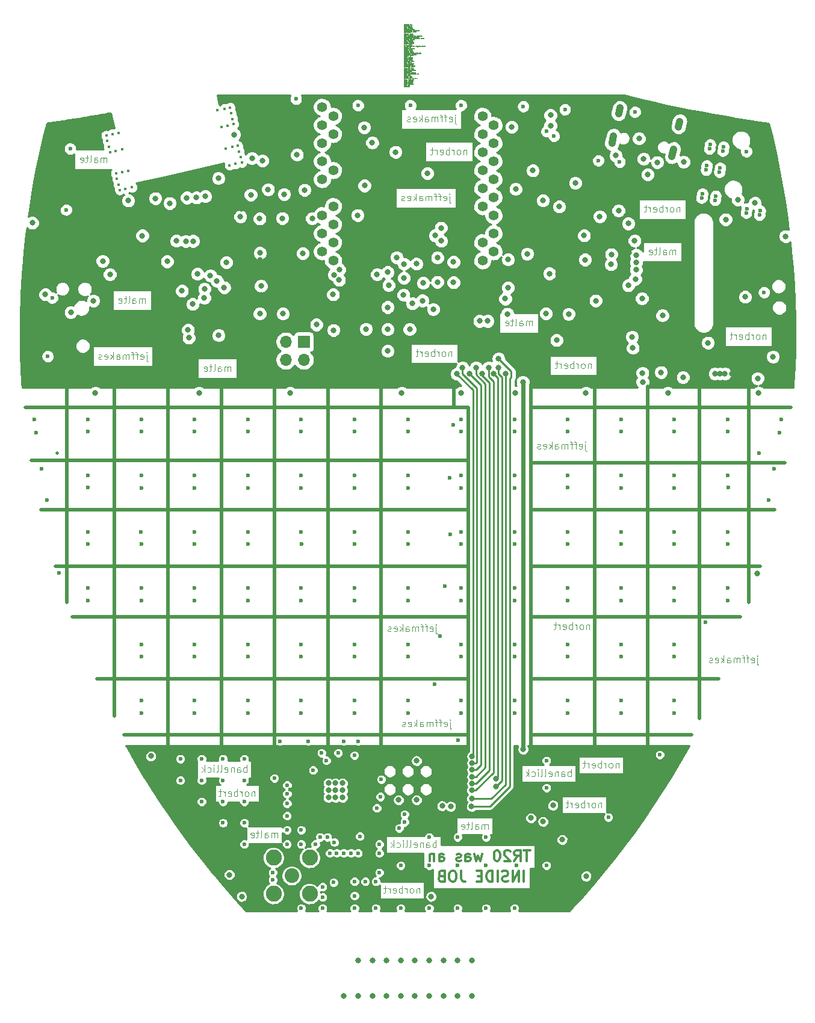
<source format=gbr>
%TF.GenerationSoftware,KiCad,Pcbnew,5.99.0-unknown-r17145-8bd2765f*%
%TF.CreationDate,2019-12-26T06:40:11+08:00*%
%TF.ProjectId,tr20-r2-frozen,74723230-2d72-4322-9d66-726f7a656e2e,rev?*%
%TF.SameCoordinates,Original*%
%TF.FileFunction,Copper,L2,Inr*%
%TF.FilePolarity,Positive*%
%FSLAX46Y46*%
G04 Gerber Fmt 4.6, Leading zero omitted, Abs format (unit mm)*
G04 Created by KiCad (PCBNEW 5.99.0-unknown-r17145-8bd2765f) date 2019-12-26 06:40:11*
%MOMM*%
%LPD*%
G04 APERTURE LIST*
%TA.AperFunction,NonConductor*%
%ADD10C,0.100000*%
%TD*%
%TA.AperFunction,NonConductor*%
%ADD11C,0.001000*%
%TD*%
%TA.AperFunction,NonConductor*%
%ADD12C,0.300000*%
%TD*%
%TA.AperFunction,ViaPad*%
%ADD13C,0.600000*%
%TD*%
%TA.AperFunction,ViaPad*%
%ADD14C,0.400000*%
%TD*%
%TA.AperFunction,ViaPad*%
%ADD15O,1.700000X1.700000*%
%TD*%
%TA.AperFunction,ViaPad*%
%ADD16R,1.700000X1.700000*%
%TD*%
%TA.AperFunction,ViaPad*%
%ADD17C,2.250000*%
%TD*%
%TA.AperFunction,ViaPad*%
%ADD18C,2.050000*%
%TD*%
%TA.AperFunction,ViaPad*%
%ADD19C,0.800000*%
%TD*%
%TA.AperFunction,ViaPad*%
%ADD20C,1.400000*%
%TD*%
%TA.AperFunction,ViaPad*%
%ADD21C,1.000000*%
%TD*%
%TA.AperFunction,ViaPad*%
%ADD22C,0.500000*%
%TD*%
%TA.AperFunction,Conductor*%
%ADD23C,0.250000*%
%TD*%
%TA.AperFunction,Conductor*%
%ADD24C,0.500000*%
%TD*%
%TA.AperFunction,Conductor*%
%ADD25C,0.300000*%
%TD*%
%TA.AperFunction,Conductor*%
%ADD26C,0.600000*%
%TD*%
G04 APERTURE END LIST*
D10*
X3942857Y28547619D02*
X3942857Y29547619D01*
X3942857Y29166666D02*
X3847619Y29214285D01*
X3657142Y29214285D01*
X3561904Y29166666D01*
X3514285Y29119047D01*
X3466666Y29023809D01*
X3466666Y28738095D01*
X3514285Y28642857D01*
X3561904Y28595238D01*
X3657142Y28547619D01*
X3847619Y28547619D01*
X3942857Y28595238D01*
X2609523Y28547619D02*
X2609523Y29071428D01*
X2657142Y29166666D01*
X2752380Y29214285D01*
X2942857Y29214285D01*
X3038095Y29166666D01*
X2609523Y28595238D02*
X2704761Y28547619D01*
X2942857Y28547619D01*
X3038095Y28595238D01*
X3085714Y28690476D01*
X3085714Y28785714D01*
X3038095Y28880952D01*
X2942857Y28928571D01*
X2704761Y28928571D01*
X2609523Y28976190D01*
X2133333Y29214285D02*
X2133333Y28547619D01*
X2133333Y29119047D02*
X2085714Y29166666D01*
X1990476Y29214285D01*
X1847619Y29214285D01*
X1752380Y29166666D01*
X1704761Y29071428D01*
X1704761Y28547619D01*
X847619Y28595238D02*
X942857Y28547619D01*
X1133333Y28547619D01*
X1228571Y28595238D01*
X1276190Y28690476D01*
X1276190Y29071428D01*
X1228571Y29166666D01*
X1133333Y29214285D01*
X942857Y29214285D01*
X847619Y29166666D01*
X799999Y29071428D01*
X799999Y28976190D01*
X1276190Y28880952D01*
X228571Y28547619D02*
X323809Y28595238D01*
X371428Y28690476D01*
X371428Y29547619D01*
X-295238Y28547619D02*
X-200000Y28595238D01*
X-152380Y28690476D01*
X-152380Y29547619D01*
X-676190Y28547619D02*
X-676190Y29214285D01*
X-676190Y29547619D02*
X-628571Y29500000D01*
X-676190Y29452380D01*
X-723809Y29500000D01*
X-676190Y29547619D01*
X-676190Y29452380D01*
X-1580952Y28595238D02*
X-1485714Y28547619D01*
X-1295238Y28547619D01*
X-1200000Y28595238D01*
X-1152380Y28642857D01*
X-1104761Y28738095D01*
X-1104761Y29023809D01*
X-1152380Y29119047D01*
X-1200000Y29166666D01*
X-1295238Y29214285D01*
X-1485714Y29214285D01*
X-1580952Y29166666D01*
X-2009523Y28547619D02*
X-2009523Y29547619D01*
X-2104761Y28928571D02*
X-2390476Y28547619D01*
X-2390476Y29214285D02*
X-2009523Y28833333D01*
X-22657142Y39147619D02*
X-22657142Y40147619D01*
X-22657142Y39766666D02*
X-22752380Y39814285D01*
X-22942857Y39814285D01*
X-23038095Y39766666D01*
X-23085714Y39719047D01*
X-23133333Y39623809D01*
X-23133333Y39338095D01*
X-23085714Y39242857D01*
X-23038095Y39195238D01*
X-22942857Y39147619D01*
X-22752380Y39147619D01*
X-22657142Y39195238D01*
X-23990476Y39147619D02*
X-23990476Y39671428D01*
X-23942857Y39766666D01*
X-23847619Y39814285D01*
X-23657142Y39814285D01*
X-23561904Y39766666D01*
X-23990476Y39195238D02*
X-23895238Y39147619D01*
X-23657142Y39147619D01*
X-23561904Y39195238D01*
X-23514285Y39290476D01*
X-23514285Y39385714D01*
X-23561904Y39480952D01*
X-23657142Y39528571D01*
X-23895238Y39528571D01*
X-23990476Y39576190D01*
X-24466666Y39814285D02*
X-24466666Y39147619D01*
X-24466666Y39719047D02*
X-24514285Y39766666D01*
X-24609523Y39814285D01*
X-24752380Y39814285D01*
X-24847619Y39766666D01*
X-24895238Y39671428D01*
X-24895238Y39147619D01*
X-25752380Y39195238D02*
X-25657142Y39147619D01*
X-25466666Y39147619D01*
X-25371428Y39195238D01*
X-25323809Y39290476D01*
X-25323809Y39671428D01*
X-25371428Y39766666D01*
X-25466666Y39814285D01*
X-25657142Y39814285D01*
X-25752380Y39766666D01*
X-25800000Y39671428D01*
X-25800000Y39576190D01*
X-25323809Y39480952D01*
X-26371428Y39147619D02*
X-26276190Y39195238D01*
X-26228571Y39290476D01*
X-26228571Y40147619D01*
X-26895238Y39147619D02*
X-26800000Y39195238D01*
X-26752380Y39290476D01*
X-26752380Y40147619D01*
X-27276190Y39147619D02*
X-27276190Y39814285D01*
X-27276190Y40147619D02*
X-27228571Y40100000D01*
X-27276190Y40052380D01*
X-27323809Y40100000D01*
X-27276190Y40147619D01*
X-27276190Y40052380D01*
X-28180952Y39195238D02*
X-28085714Y39147619D01*
X-27895238Y39147619D01*
X-27800000Y39195238D01*
X-27752380Y39242857D01*
X-27704761Y39338095D01*
X-27704761Y39623809D01*
X-27752380Y39719047D01*
X-27800000Y39766666D01*
X-27895238Y39814285D01*
X-28085714Y39814285D01*
X-28180952Y39766666D01*
X-28609523Y39147619D02*
X-28609523Y40147619D01*
X-28704761Y39528571D02*
X-28990476Y39147619D01*
X-28990476Y39814285D02*
X-28609523Y39433333D01*
X22942857Y38547619D02*
X22942857Y39547619D01*
X22942857Y39166666D02*
X22847619Y39214285D01*
X22657142Y39214285D01*
X22561904Y39166666D01*
X22514285Y39119047D01*
X22466666Y39023809D01*
X22466666Y38738095D01*
X22514285Y38642857D01*
X22561904Y38595238D01*
X22657142Y38547619D01*
X22847619Y38547619D01*
X22942857Y38595238D01*
X21609523Y38547619D02*
X21609523Y39071428D01*
X21657142Y39166666D01*
X21752380Y39214285D01*
X21942857Y39214285D01*
X22038095Y39166666D01*
X21609523Y38595238D02*
X21704761Y38547619D01*
X21942857Y38547619D01*
X22038095Y38595238D01*
X22085714Y38690476D01*
X22085714Y38785714D01*
X22038095Y38880952D01*
X21942857Y38928571D01*
X21704761Y38928571D01*
X21609523Y38976190D01*
X21133333Y39214285D02*
X21133333Y38547619D01*
X21133333Y39119047D02*
X21085714Y39166666D01*
X20990476Y39214285D01*
X20847619Y39214285D01*
X20752380Y39166666D01*
X20704761Y39071428D01*
X20704761Y38547619D01*
X19847619Y38595238D02*
X19942857Y38547619D01*
X20133333Y38547619D01*
X20228571Y38595238D01*
X20276190Y38690476D01*
X20276190Y39071428D01*
X20228571Y39166666D01*
X20133333Y39214285D01*
X19942857Y39214285D01*
X19847619Y39166666D01*
X19800000Y39071428D01*
X19800000Y38976190D01*
X20276190Y38880952D01*
X19228571Y38547619D02*
X19323809Y38595238D01*
X19371428Y38690476D01*
X19371428Y39547619D01*
X18704761Y38547619D02*
X18800000Y38595238D01*
X18847619Y38690476D01*
X18847619Y39547619D01*
X18323809Y38547619D02*
X18323809Y39214285D01*
X18323809Y39547619D02*
X18371428Y39500000D01*
X18323809Y39452380D01*
X18276190Y39500000D01*
X18323809Y39547619D01*
X18323809Y39452380D01*
X17419047Y38595238D02*
X17514285Y38547619D01*
X17704761Y38547619D01*
X17800000Y38595238D01*
X17847619Y38642857D01*
X17895238Y38738095D01*
X17895238Y39023809D01*
X17847619Y39119047D01*
X17800000Y39166666D01*
X17704761Y39214285D01*
X17514285Y39214285D01*
X17419047Y39166666D01*
X16990476Y38547619D02*
X16990476Y39547619D01*
X16895238Y38928571D02*
X16609523Y38547619D01*
X16609523Y39214285D02*
X16990476Y38833333D01*
X11257142Y31147619D02*
X11257142Y31814285D01*
X11257142Y31719047D02*
X11209523Y31766666D01*
X11114285Y31814285D01*
X10971428Y31814285D01*
X10876190Y31766666D01*
X10828571Y31671428D01*
X10828571Y31147619D01*
X10828571Y31671428D02*
X10780952Y31766666D01*
X10685714Y31814285D01*
X10542857Y31814285D01*
X10447619Y31766666D01*
X10400000Y31671428D01*
X10400000Y31147619D01*
X9495238Y31147619D02*
X9495238Y31671428D01*
X9542857Y31766666D01*
X9638095Y31814285D01*
X9828571Y31814285D01*
X9923809Y31766666D01*
X9495238Y31195238D02*
X9590476Y31147619D01*
X9828571Y31147619D01*
X9923809Y31195238D01*
X9971428Y31290476D01*
X9971428Y31385714D01*
X9923809Y31480952D01*
X9828571Y31528571D01*
X9590476Y31528571D01*
X9495238Y31576190D01*
X8876190Y31147619D02*
X8971428Y31195238D01*
X9019047Y31290476D01*
X9019047Y32147619D01*
X8638095Y31814285D02*
X8257142Y31814285D01*
X8495238Y32147619D02*
X8495238Y31290476D01*
X8447619Y31195238D01*
X8352380Y31147619D01*
X8257142Y31147619D01*
X7542857Y31195238D02*
X7638095Y31147619D01*
X7828571Y31147619D01*
X7923809Y31195238D01*
X7971428Y31290476D01*
X7971428Y31671428D01*
X7923809Y31766666D01*
X7828571Y31814285D01*
X7638095Y31814285D01*
X7542857Y31766666D01*
X7495238Y31671428D01*
X7495238Y31576190D01*
X7971428Y31480952D01*
X-18342857Y29947619D02*
X-18342857Y30614285D01*
X-18342857Y30519047D02*
X-18390476Y30566666D01*
X-18485714Y30614285D01*
X-18628571Y30614285D01*
X-18723809Y30566666D01*
X-18771428Y30471428D01*
X-18771428Y29947619D01*
X-18771428Y30471428D02*
X-18819047Y30566666D01*
X-18914285Y30614285D01*
X-19057142Y30614285D01*
X-19152380Y30566666D01*
X-19200000Y30471428D01*
X-19200000Y29947619D01*
X-20104761Y29947619D02*
X-20104761Y30471428D01*
X-20057142Y30566666D01*
X-19961904Y30614285D01*
X-19771428Y30614285D01*
X-19676190Y30566666D01*
X-20104761Y29995238D02*
X-20009523Y29947619D01*
X-19771428Y29947619D01*
X-19676190Y29995238D01*
X-19628571Y30090476D01*
X-19628571Y30185714D01*
X-19676190Y30280952D01*
X-19771428Y30328571D01*
X-20009523Y30328571D01*
X-20104761Y30376190D01*
X-20723809Y29947619D02*
X-20628571Y29995238D01*
X-20580952Y30090476D01*
X-20580952Y30947619D01*
X-20961904Y30614285D02*
X-21342857Y30614285D01*
X-21104761Y30947619D02*
X-21104761Y30090476D01*
X-21152380Y29995238D01*
X-21247619Y29947619D01*
X-21342857Y29947619D01*
X-22057142Y29995238D02*
X-21961904Y29947619D01*
X-21771428Y29947619D01*
X-21676190Y29995238D01*
X-21628571Y30090476D01*
X-21628571Y30471428D01*
X-21676190Y30566666D01*
X-21771428Y30614285D01*
X-21961904Y30614285D01*
X-22057142Y30566666D01*
X-22104761Y30471428D01*
X-22104761Y30376190D01*
X-21628571Y30280952D01*
X-42342857Y124947619D02*
X-42342857Y125614285D01*
X-42342857Y125519047D02*
X-42390476Y125566666D01*
X-42485714Y125614285D01*
X-42628571Y125614285D01*
X-42723809Y125566666D01*
X-42771428Y125471428D01*
X-42771428Y124947619D01*
X-42771428Y125471428D02*
X-42819047Y125566666D01*
X-42914285Y125614285D01*
X-43057142Y125614285D01*
X-43152380Y125566666D01*
X-43200000Y125471428D01*
X-43200000Y124947619D01*
X-44104761Y124947619D02*
X-44104761Y125471428D01*
X-44057142Y125566666D01*
X-43961904Y125614285D01*
X-43771428Y125614285D01*
X-43676190Y125566666D01*
X-44104761Y124995238D02*
X-44009523Y124947619D01*
X-43771428Y124947619D01*
X-43676190Y124995238D01*
X-43628571Y125090476D01*
X-43628571Y125185714D01*
X-43676190Y125280952D01*
X-43771428Y125328571D01*
X-44009523Y125328571D01*
X-44104761Y125376190D01*
X-44723809Y124947619D02*
X-44628571Y124995238D01*
X-44580952Y125090476D01*
X-44580952Y125947619D01*
X-44961904Y125614285D02*
X-45342857Y125614285D01*
X-45104761Y125947619D02*
X-45104761Y125090476D01*
X-45152380Y124995238D01*
X-45247619Y124947619D01*
X-45342857Y124947619D01*
X-46057142Y124995238D02*
X-45961904Y124947619D01*
X-45771428Y124947619D01*
X-45676190Y124995238D01*
X-45628571Y125090476D01*
X-45628571Y125471428D01*
X-45676190Y125566666D01*
X-45771428Y125614285D01*
X-45961904Y125614285D01*
X-46057142Y125566666D01*
X-46104761Y125471428D01*
X-46104761Y125376190D01*
X-45628571Y125280952D01*
X-36942857Y105147619D02*
X-36942857Y105814285D01*
X-36942857Y105719047D02*
X-36990476Y105766666D01*
X-37085714Y105814285D01*
X-37228571Y105814285D01*
X-37323809Y105766666D01*
X-37371428Y105671428D01*
X-37371428Y105147619D01*
X-37371428Y105671428D02*
X-37419047Y105766666D01*
X-37514285Y105814285D01*
X-37657142Y105814285D01*
X-37752380Y105766666D01*
X-37800000Y105671428D01*
X-37800000Y105147619D01*
X-38704761Y105147619D02*
X-38704761Y105671428D01*
X-38657142Y105766666D01*
X-38561904Y105814285D01*
X-38371428Y105814285D01*
X-38276190Y105766666D01*
X-38704761Y105195238D02*
X-38609523Y105147619D01*
X-38371428Y105147619D01*
X-38276190Y105195238D01*
X-38228571Y105290476D01*
X-38228571Y105385714D01*
X-38276190Y105480952D01*
X-38371428Y105528571D01*
X-38609523Y105528571D01*
X-38704761Y105576190D01*
X-39323809Y105147619D02*
X-39228571Y105195238D01*
X-39180952Y105290476D01*
X-39180952Y106147619D01*
X-39561904Y105814285D02*
X-39942857Y105814285D01*
X-39704761Y106147619D02*
X-39704761Y105290476D01*
X-39752380Y105195238D01*
X-39847619Y105147619D01*
X-39942857Y105147619D01*
X-40657142Y105195238D02*
X-40561904Y105147619D01*
X-40371428Y105147619D01*
X-40276190Y105195238D01*
X-40228571Y105290476D01*
X-40228571Y105671428D01*
X-40276190Y105766666D01*
X-40371428Y105814285D01*
X-40561904Y105814285D01*
X-40657142Y105766666D01*
X-40704761Y105671428D01*
X-40704761Y105576190D01*
X-40228571Y105480952D01*
X17457142Y101947619D02*
X17457142Y102614285D01*
X17457142Y102519047D02*
X17409523Y102566666D01*
X17314285Y102614285D01*
X17171428Y102614285D01*
X17076190Y102566666D01*
X17028571Y102471428D01*
X17028571Y101947619D01*
X17028571Y102471428D02*
X16980952Y102566666D01*
X16885714Y102614285D01*
X16742857Y102614285D01*
X16647619Y102566666D01*
X16600000Y102471428D01*
X16600000Y101947619D01*
X15695238Y101947619D02*
X15695238Y102471428D01*
X15742857Y102566666D01*
X15838095Y102614285D01*
X16028571Y102614285D01*
X16123809Y102566666D01*
X15695238Y101995238D02*
X15790476Y101947619D01*
X16028571Y101947619D01*
X16123809Y101995238D01*
X16171428Y102090476D01*
X16171428Y102185714D01*
X16123809Y102280952D01*
X16028571Y102328571D01*
X15790476Y102328571D01*
X15695238Y102376190D01*
X15076190Y101947619D02*
X15171428Y101995238D01*
X15219047Y102090476D01*
X15219047Y102947619D01*
X14838095Y102614285D02*
X14457142Y102614285D01*
X14695238Y102947619D02*
X14695238Y102090476D01*
X14647619Y101995238D01*
X14552380Y101947619D01*
X14457142Y101947619D01*
X13742857Y101995238D02*
X13838095Y101947619D01*
X14028571Y101947619D01*
X14123809Y101995238D01*
X14171428Y102090476D01*
X14171428Y102471428D01*
X14123809Y102566666D01*
X14028571Y102614285D01*
X13838095Y102614285D01*
X13742857Y102566666D01*
X13695238Y102471428D01*
X13695238Y102376190D01*
X14171428Y102280952D01*
X37657142Y111947619D02*
X37657142Y112614285D01*
X37657142Y112519047D02*
X37609523Y112566666D01*
X37514285Y112614285D01*
X37371428Y112614285D01*
X37276190Y112566666D01*
X37228571Y112471428D01*
X37228571Y111947619D01*
X37228571Y112471428D02*
X37180952Y112566666D01*
X37085714Y112614285D01*
X36942857Y112614285D01*
X36847619Y112566666D01*
X36800000Y112471428D01*
X36800000Y111947619D01*
X35895238Y111947619D02*
X35895238Y112471428D01*
X35942857Y112566666D01*
X36038095Y112614285D01*
X36228571Y112614285D01*
X36323809Y112566666D01*
X35895238Y111995238D02*
X35990476Y111947619D01*
X36228571Y111947619D01*
X36323809Y111995238D01*
X36371428Y112090476D01*
X36371428Y112185714D01*
X36323809Y112280952D01*
X36228571Y112328571D01*
X35990476Y112328571D01*
X35895238Y112376190D01*
X35276190Y111947619D02*
X35371428Y111995238D01*
X35419047Y112090476D01*
X35419047Y112947619D01*
X35038095Y112614285D02*
X34657142Y112614285D01*
X34895238Y112947619D02*
X34895238Y112090476D01*
X34847619Y111995238D01*
X34752380Y111947619D01*
X34657142Y111947619D01*
X33942857Y111995238D02*
X34038095Y111947619D01*
X34228571Y111947619D01*
X34323809Y111995238D01*
X34371428Y112090476D01*
X34371428Y112471428D01*
X34323809Y112566666D01*
X34228571Y112614285D01*
X34038095Y112614285D01*
X33942857Y112566666D01*
X33895238Y112471428D01*
X33895238Y112376190D01*
X34371428Y112280952D01*
X-24942857Y95547619D02*
X-24942857Y96214285D01*
X-24942857Y96119047D02*
X-24990476Y96166666D01*
X-25085714Y96214285D01*
X-25228571Y96214285D01*
X-25323809Y96166666D01*
X-25371428Y96071428D01*
X-25371428Y95547619D01*
X-25371428Y96071428D02*
X-25419047Y96166666D01*
X-25514285Y96214285D01*
X-25657142Y96214285D01*
X-25752380Y96166666D01*
X-25800000Y96071428D01*
X-25800000Y95547619D01*
X-26704761Y95547619D02*
X-26704761Y96071428D01*
X-26657142Y96166666D01*
X-26561904Y96214285D01*
X-26371428Y96214285D01*
X-26276190Y96166666D01*
X-26704761Y95595238D02*
X-26609523Y95547619D01*
X-26371428Y95547619D01*
X-26276190Y95595238D01*
X-26228571Y95690476D01*
X-26228571Y95785714D01*
X-26276190Y95880952D01*
X-26371428Y95928571D01*
X-26609523Y95928571D01*
X-26704761Y95976190D01*
X-27323809Y95547619D02*
X-27228571Y95595238D01*
X-27180952Y95690476D01*
X-27180952Y96547619D01*
X-27561904Y96214285D02*
X-27942857Y96214285D01*
X-27704761Y96547619D02*
X-27704761Y95690476D01*
X-27752380Y95595238D01*
X-27847619Y95547619D01*
X-27942857Y95547619D01*
X-28657142Y95595238D02*
X-28561904Y95547619D01*
X-28371428Y95547619D01*
X-28276190Y95595238D01*
X-28228571Y95690476D01*
X-28228571Y96071428D01*
X-28276190Y96166666D01*
X-28371428Y96214285D01*
X-28561904Y96214285D01*
X-28657142Y96166666D01*
X-28704761Y96071428D01*
X-28704761Y95976190D01*
X-28228571Y95880952D01*
D11*
X-580302Y144306523D02*
X-570778Y144301761D01*
X-551730Y144301761D01*
X-542207Y144306523D01*
X-537445Y144316047D01*
X-537445Y144320809D01*
X-542207Y144330333D01*
X-551730Y144335095D01*
X-566016Y144335095D01*
X-575540Y144339857D01*
X-580302Y144349380D01*
X-580302Y144354142D01*
X-575540Y144363666D01*
X-566016Y144368428D01*
X-551730Y144368428D01*
X-542207Y144363666D01*
X-480302Y144301761D02*
X-489826Y144306523D01*
X-494588Y144311285D01*
X-499350Y144320809D01*
X-499350Y144349380D01*
X-494588Y144358904D01*
X-489826Y144363666D01*
X-480302Y144368428D01*
X-466016Y144368428D01*
X-456492Y144363666D01*
X-451730Y144358904D01*
X-446969Y144349380D01*
X-446969Y144320809D01*
X-451730Y144311285D01*
X-456492Y144306523D01*
X-466016Y144301761D01*
X-480302Y144301761D01*
X-361254Y144368428D02*
X-361254Y144301761D01*
X-404111Y144368428D02*
X-404111Y144316047D01*
X-399350Y144306523D01*
X-389826Y144301761D01*
X-375540Y144301761D01*
X-366016Y144306523D01*
X-361254Y144311285D01*
X-313635Y144301761D02*
X-313635Y144368428D01*
X-313635Y144349380D02*
X-308873Y144358904D01*
X-304111Y144363666D01*
X-294588Y144368428D01*
X-285064Y144368428D01*
X-208873Y144306523D02*
X-218397Y144301761D01*
X-237445Y144301761D01*
X-246969Y144306523D01*
X-251730Y144311285D01*
X-256492Y144320809D01*
X-256492Y144349380D01*
X-251730Y144358904D01*
X-246969Y144363666D01*
X-237445Y144368428D01*
X-218397Y144368428D01*
X-208873Y144363666D01*
X-166016Y144301761D02*
X-166016Y144368428D01*
X-166016Y144401761D02*
X-170778Y144397000D01*
X-166016Y144392238D01*
X-161254Y144397000D01*
X-166016Y144401761D01*
X-166016Y144392238D01*
X-118397Y144368428D02*
X-118397Y144301761D01*
X-118397Y144358904D02*
X-113635Y144363666D01*
X-104111Y144368428D01*
X-89826Y144368428D01*
X-80302Y144363666D01*
X-75540Y144354142D01*
X-75540Y144301761D01*
X14935Y144368428D02*
X14935Y144287476D01*
X10173Y144277952D01*
X5411Y144273190D01*
X-4111Y144268428D01*
X-18397Y144268428D01*
X-27921Y144273190D01*
X14935Y144306523D02*
X5411Y144301761D01*
X-13635Y144301761D01*
X-23159Y144306523D01*
X-27921Y144311285D01*
X-32683Y144320809D01*
X-32683Y144349380D01*
X-27921Y144358904D01*
X-23159Y144363666D01*
X-13635Y144368428D01*
X5411Y144368428D01*
X14935Y144363666D01*
X138745Y144311285D02*
X143507Y144306523D01*
X138745Y144301761D01*
X133983Y144306523D01*
X138745Y144311285D01*
X138745Y144301761D01*
X138745Y144363666D02*
X143507Y144358904D01*
X138745Y144354142D01*
X133983Y144358904D01*
X138745Y144363666D01*
X138745Y144354142D01*
X262554Y144368428D02*
X262554Y144301761D01*
X262554Y144358904D02*
X267316Y144363666D01*
X276840Y144368428D01*
X291126Y144368428D01*
X300649Y144363666D01*
X305411Y144354142D01*
X305411Y144301761D01*
X353030Y144301761D02*
X353030Y144368428D01*
X353030Y144401761D02*
X348269Y144397000D01*
X353030Y144392238D01*
X357792Y144397000D01*
X353030Y144401761D01*
X353030Y144392238D01*
X443507Y144306523D02*
X433983Y144301761D01*
X414935Y144301761D01*
X405411Y144306523D01*
X400649Y144311285D01*
X395888Y144320809D01*
X395888Y144349380D01*
X400649Y144358904D01*
X405411Y144363666D01*
X414935Y144368428D01*
X433983Y144368428D01*
X443507Y144363666D01*
X486364Y144301761D02*
X486364Y144401761D01*
X495888Y144339857D02*
X524459Y144301761D01*
X524459Y144368428D02*
X486364Y144330333D01*
X-532683Y144145523D02*
X-542207Y144140761D01*
X-561254Y144140761D01*
X-570778Y144145523D01*
X-575540Y144150285D01*
X-580302Y144159809D01*
X-580302Y144188380D01*
X-575540Y144197904D01*
X-570778Y144202666D01*
X-561254Y144207428D01*
X-542207Y144207428D01*
X-532683Y144202666D01*
X-475540Y144140761D02*
X-485064Y144145523D01*
X-489826Y144150285D01*
X-494588Y144159809D01*
X-494588Y144188380D01*
X-489826Y144197904D01*
X-485064Y144202666D01*
X-475540Y144207428D01*
X-461254Y144207428D01*
X-451730Y144202666D01*
X-446969Y144197904D01*
X-442207Y144188380D01*
X-442207Y144159809D01*
X-446969Y144150285D01*
X-451730Y144145523D01*
X-461254Y144140761D01*
X-475540Y144140761D01*
X-399350Y144140761D02*
X-399350Y144207428D01*
X-399350Y144197904D02*
X-394588Y144202666D01*
X-385064Y144207428D01*
X-370778Y144207428D01*
X-361254Y144202666D01*
X-356492Y144193142D01*
X-356492Y144140761D01*
X-356492Y144193142D02*
X-351730Y144202666D01*
X-342207Y144207428D01*
X-327921Y144207428D01*
X-318397Y144202666D01*
X-313635Y144193142D01*
X-313635Y144140761D01*
X-266016Y144207428D02*
X-266016Y144107428D01*
X-266016Y144202666D02*
X-256492Y144207428D01*
X-237445Y144207428D01*
X-227921Y144202666D01*
X-223159Y144197904D01*
X-218397Y144188380D01*
X-218397Y144159809D01*
X-223159Y144150285D01*
X-227921Y144145523D01*
X-237445Y144140761D01*
X-256492Y144140761D01*
X-266016Y144145523D01*
X-161254Y144140761D02*
X-170778Y144145523D01*
X-175540Y144155047D01*
X-175540Y144240761D01*
X-85064Y144145523D02*
X-94588Y144140761D01*
X-113635Y144140761D01*
X-123159Y144145523D01*
X-127921Y144155047D01*
X-127921Y144193142D01*
X-123159Y144202666D01*
X-113635Y144207428D01*
X-94588Y144207428D01*
X-85064Y144202666D01*
X-80302Y144193142D01*
X-80302Y144183619D01*
X-127921Y144174095D01*
X-51730Y144207428D02*
X-13635Y144207428D01*
X-37445Y144240761D02*
X-37445Y144155047D01*
X-32683Y144145523D01*
X-23159Y144140761D01*
X-13635Y144140761D01*
X19697Y144140761D02*
X19697Y144207428D01*
X19697Y144240761D02*
X14935Y144236000D01*
X19697Y144231238D01*
X24459Y144236000D01*
X19697Y144240761D01*
X19697Y144231238D01*
X81602Y144140761D02*
X72078Y144145523D01*
X67316Y144150285D01*
X62554Y144159809D01*
X62554Y144188380D01*
X67316Y144197904D01*
X72078Y144202666D01*
X81602Y144207428D01*
X95888Y144207428D01*
X105411Y144202666D01*
X110173Y144197904D01*
X114935Y144188380D01*
X114935Y144159809D01*
X110173Y144150285D01*
X105411Y144145523D01*
X95888Y144140761D01*
X81602Y144140761D01*
X157792Y144207428D02*
X157792Y144140761D01*
X157792Y144197904D02*
X162554Y144202666D01*
X172078Y144207428D01*
X186364Y144207428D01*
X195888Y144202666D01*
X200649Y144193142D01*
X200649Y144140761D01*
X324459Y144150285D02*
X329221Y144145523D01*
X324459Y144140761D01*
X319697Y144145523D01*
X324459Y144150285D01*
X324459Y144140761D01*
X324459Y144202666D02*
X329221Y144197904D01*
X324459Y144193142D01*
X319697Y144197904D01*
X324459Y144202666D01*
X324459Y144193142D01*
X448269Y144207428D02*
X448269Y144140761D01*
X448269Y144197904D02*
X453030Y144202666D01*
X462554Y144207428D01*
X476840Y144207428D01*
X486364Y144202666D01*
X491126Y144193142D01*
X491126Y144140761D01*
X581602Y144140761D02*
X581602Y144193142D01*
X576840Y144202666D01*
X567316Y144207428D01*
X548269Y144207428D01*
X538745Y144202666D01*
X581602Y144145523D02*
X572078Y144140761D01*
X548269Y144140761D01*
X538745Y144145523D01*
X533983Y144155047D01*
X533983Y144164571D01*
X538745Y144174095D01*
X548269Y144178857D01*
X572078Y144178857D01*
X581602Y144183619D01*
X-561254Y143979761D02*
X-570778Y143984523D01*
X-575540Y143989285D01*
X-580302Y143998809D01*
X-580302Y144027380D01*
X-575540Y144036904D01*
X-570778Y144041666D01*
X-561254Y144046428D01*
X-546969Y144046428D01*
X-537445Y144041666D01*
X-532683Y144036904D01*
X-527921Y144027380D01*
X-527921Y143998809D01*
X-532683Y143989285D01*
X-537445Y143984523D01*
X-546969Y143979761D01*
X-561254Y143979761D01*
X-485064Y143979761D02*
X-485064Y144046428D01*
X-485064Y144027380D02*
X-480302Y144036904D01*
X-475540Y144041666D01*
X-466016Y144046428D01*
X-456492Y144046428D01*
X-423159Y143979761D02*
X-423159Y144046428D01*
X-423159Y144079761D02*
X-427921Y144075000D01*
X-423159Y144070238D01*
X-418397Y144075000D01*
X-423159Y144079761D01*
X-423159Y144070238D01*
X-332683Y144046428D02*
X-332683Y143965476D01*
X-337445Y143955952D01*
X-342207Y143951190D01*
X-351730Y143946428D01*
X-366016Y143946428D01*
X-375540Y143951190D01*
X-332683Y143984523D02*
X-342207Y143979761D01*
X-361254Y143979761D01*
X-370778Y143984523D01*
X-375540Y143989285D01*
X-380302Y143998809D01*
X-380302Y144027380D01*
X-375540Y144036904D01*
X-370778Y144041666D01*
X-361254Y144046428D01*
X-342207Y144046428D01*
X-332683Y144041666D01*
X-285064Y143979761D02*
X-285064Y144046428D01*
X-285064Y144079761D02*
X-289826Y144075000D01*
X-285064Y144070238D01*
X-280302Y144075000D01*
X-285064Y144079761D01*
X-285064Y144070238D01*
X-237445Y144046428D02*
X-237445Y143979761D01*
X-237445Y144036904D02*
X-232683Y144041666D01*
X-223159Y144046428D01*
X-208873Y144046428D01*
X-199350Y144041666D01*
X-194588Y144032142D01*
X-194588Y143979761D01*
X-70778Y143989285D02*
X-66016Y143984523D01*
X-70778Y143979761D01*
X-75540Y143984523D01*
X-70778Y143989285D01*
X-70778Y143979761D01*
X-70778Y144041666D02*
X-66016Y144036904D01*
X-70778Y144032142D01*
X-75540Y144036904D01*
X-70778Y144041666D01*
X-70778Y144032142D01*
X95888Y143984523D02*
X86364Y143979761D01*
X67316Y143979761D01*
X57792Y143984523D01*
X53030Y143989285D01*
X48269Y143998809D01*
X48269Y144027380D01*
X53030Y144036904D01*
X57792Y144041666D01*
X67316Y144046428D01*
X86364Y144046428D01*
X95888Y144041666D01*
X138745Y143979761D02*
X138745Y144046428D01*
X138745Y144027380D02*
X143507Y144036904D01*
X148269Y144041666D01*
X157792Y144046428D01*
X167316Y144046428D01*
X200649Y143979761D02*
X200649Y144046428D01*
X200649Y144079761D02*
X195888Y144075000D01*
X200649Y144070238D01*
X205411Y144075000D01*
X200649Y144079761D01*
X200649Y144070238D01*
X233983Y144046428D02*
X272078Y144046428D01*
X248269Y144079761D02*
X248269Y143994047D01*
X253030Y143984523D01*
X262554Y143979761D01*
X272078Y143979761D01*
X305411Y143979761D02*
X305411Y144046428D01*
X305411Y144079761D02*
X300649Y144075000D01*
X305411Y144070238D01*
X310173Y144075000D01*
X305411Y144079761D01*
X305411Y144070238D01*
X395888Y143984523D02*
X386364Y143979761D01*
X367316Y143979761D01*
X357792Y143984523D01*
X353030Y143989285D01*
X348269Y143998809D01*
X348269Y144027380D01*
X353030Y144036904D01*
X357792Y144041666D01*
X367316Y144046428D01*
X386364Y144046428D01*
X395888Y144041666D01*
X481602Y143979761D02*
X481602Y144032142D01*
X476840Y144041666D01*
X467316Y144046428D01*
X448269Y144046428D01*
X438745Y144041666D01*
X481602Y143984523D02*
X472078Y143979761D01*
X448269Y143979761D01*
X438745Y143984523D01*
X433983Y143994047D01*
X433983Y144003571D01*
X438745Y144013095D01*
X448269Y144017857D01*
X472078Y144017857D01*
X481602Y144022619D01*
X543507Y143979761D02*
X533983Y143984523D01*
X529221Y143994047D01*
X529221Y144079761D01*
X-589826Y143885428D02*
X-551730Y143885428D01*
X-575540Y143918761D02*
X-575540Y143833047D01*
X-570778Y143823523D01*
X-561254Y143818761D01*
X-551730Y143818761D01*
X-504111Y143818761D02*
X-513635Y143823523D01*
X-518397Y143828285D01*
X-523159Y143837809D01*
X-523159Y143866380D01*
X-518397Y143875904D01*
X-513635Y143880666D01*
X-504111Y143885428D01*
X-489826Y143885428D01*
X-480302Y143880666D01*
X-475540Y143875904D01*
X-470778Y143866380D01*
X-470778Y143837809D01*
X-475540Y143828285D01*
X-480302Y143823523D01*
X-489826Y143818761D01*
X-504111Y143818761D01*
X-413635Y143818761D02*
X-423159Y143823523D01*
X-427921Y143828285D01*
X-432683Y143837809D01*
X-432683Y143866380D01*
X-427921Y143875904D01*
X-423159Y143880666D01*
X-413635Y143885428D01*
X-399350Y143885428D01*
X-389826Y143880666D01*
X-385064Y143875904D01*
X-380302Y143866380D01*
X-380302Y143837809D01*
X-385064Y143828285D01*
X-389826Y143823523D01*
X-399350Y143818761D01*
X-413635Y143818761D01*
X-323159Y143818761D02*
X-332683Y143823523D01*
X-337445Y143833047D01*
X-337445Y143918761D01*
X-285064Y143818761D02*
X-285064Y143885428D01*
X-285064Y143918761D02*
X-289826Y143914000D01*
X-285064Y143909238D01*
X-280302Y143914000D01*
X-285064Y143918761D01*
X-285064Y143909238D01*
X-237445Y143885428D02*
X-237445Y143818761D01*
X-237445Y143875904D02*
X-232683Y143880666D01*
X-223159Y143885428D01*
X-208873Y143885428D01*
X-199350Y143880666D01*
X-194588Y143871142D01*
X-194588Y143818761D01*
X-104111Y143885428D02*
X-104111Y143804476D01*
X-108873Y143794952D01*
X-113635Y143790190D01*
X-123159Y143785428D01*
X-137445Y143785428D01*
X-146969Y143790190D01*
X-104111Y143823523D02*
X-113635Y143818761D01*
X-132683Y143818761D01*
X-142207Y143823523D01*
X-146969Y143828285D01*
X-151730Y143837809D01*
X-151730Y143866380D01*
X-146969Y143875904D01*
X-142207Y143880666D01*
X-132683Y143885428D01*
X-113635Y143885428D01*
X-104111Y143880666D01*
X19697Y143828285D02*
X24459Y143823523D01*
X19697Y143818761D01*
X14935Y143823523D01*
X19697Y143828285D01*
X19697Y143818761D01*
X19697Y143880666D02*
X24459Y143875904D01*
X19697Y143871142D01*
X14935Y143875904D01*
X19697Y143880666D01*
X19697Y143871142D01*
X186364Y143823523D02*
X176840Y143818761D01*
X157792Y143818761D01*
X148269Y143823523D01*
X143507Y143828285D01*
X138745Y143837809D01*
X138745Y143866380D01*
X143507Y143875904D01*
X148269Y143880666D01*
X157792Y143885428D01*
X176840Y143885428D01*
X186364Y143880666D01*
X229221Y143818761D02*
X229221Y143885428D01*
X229221Y143866380D02*
X233983Y143875904D01*
X238745Y143880666D01*
X248269Y143885428D01*
X257792Y143885428D01*
X291126Y143818761D02*
X291126Y143885428D01*
X291126Y143918761D02*
X286364Y143914000D01*
X291126Y143909238D01*
X295888Y143914000D01*
X291126Y143918761D01*
X291126Y143909238D01*
X324459Y143885428D02*
X362554Y143885428D01*
X338745Y143918761D02*
X338745Y143833047D01*
X343507Y143823523D01*
X353030Y143818761D01*
X362554Y143818761D01*
X395888Y143818761D02*
X395888Y143885428D01*
X395888Y143918761D02*
X391126Y143914000D01*
X395888Y143909238D01*
X400649Y143914000D01*
X395888Y143918761D01*
X395888Y143909238D01*
X486364Y143823523D02*
X476840Y143818761D01*
X457792Y143818761D01*
X448269Y143823523D01*
X443507Y143828285D01*
X438745Y143837809D01*
X438745Y143866380D01*
X443507Y143875904D01*
X448269Y143880666D01*
X457792Y143885428D01*
X476840Y143885428D01*
X486364Y143880666D01*
X572078Y143818761D02*
X572078Y143871142D01*
X567316Y143880666D01*
X557792Y143885428D01*
X538745Y143885428D01*
X529221Y143880666D01*
X572078Y143823523D02*
X562554Y143818761D01*
X538745Y143818761D01*
X529221Y143823523D01*
X524459Y143833047D01*
X524459Y143842571D01*
X529221Y143852095D01*
X538745Y143856857D01*
X562554Y143856857D01*
X572078Y143861619D01*
X633983Y143818761D02*
X624459Y143823523D01*
X619697Y143833047D01*
X619697Y143918761D01*
X-575540Y143657761D02*
X-575540Y143757761D01*
X-566016Y143695857D02*
X-537445Y143657761D01*
X-537445Y143724428D02*
X-575540Y143686333D01*
X-494588Y143724428D02*
X-494588Y143657761D01*
X-494588Y143714904D02*
X-489826Y143719666D01*
X-480302Y143724428D01*
X-466016Y143724428D01*
X-456492Y143719666D01*
X-451730Y143710142D01*
X-451730Y143657761D01*
X-389826Y143657761D02*
X-399350Y143662523D01*
X-404111Y143667285D01*
X-408873Y143676809D01*
X-408873Y143705380D01*
X-404111Y143714904D01*
X-399350Y143719666D01*
X-389826Y143724428D01*
X-375540Y143724428D01*
X-366016Y143719666D01*
X-361254Y143714904D01*
X-356492Y143705380D01*
X-356492Y143676809D01*
X-361254Y143667285D01*
X-366016Y143662523D01*
X-375540Y143657761D01*
X-389826Y143657761D01*
X-323159Y143724428D02*
X-304111Y143657761D01*
X-285064Y143705380D01*
X-266016Y143657761D01*
X-246969Y143724428D01*
X-194588Y143657761D02*
X-204111Y143662523D01*
X-208873Y143672047D01*
X-208873Y143757761D01*
X-118397Y143662523D02*
X-127921Y143657761D01*
X-146969Y143657761D01*
X-156492Y143662523D01*
X-161254Y143672047D01*
X-161254Y143710142D01*
X-156492Y143719666D01*
X-146969Y143724428D01*
X-127921Y143724428D01*
X-118397Y143719666D01*
X-113635Y143710142D01*
X-113635Y143700619D01*
X-161254Y143691095D01*
X-27921Y143657761D02*
X-27921Y143757761D01*
X-27921Y143662523D02*
X-37445Y143657761D01*
X-56492Y143657761D01*
X-66016Y143662523D01*
X-70778Y143667285D01*
X-75540Y143676809D01*
X-75540Y143705380D01*
X-70778Y143714904D01*
X-66016Y143719666D01*
X-56492Y143724428D01*
X-37445Y143724428D01*
X-27921Y143719666D01*
X62554Y143724428D02*
X62554Y143643476D01*
X57792Y143633952D01*
X53030Y143629190D01*
X43507Y143624428D01*
X29221Y143624428D01*
X19697Y143629190D01*
X62554Y143662523D02*
X53030Y143657761D01*
X33983Y143657761D01*
X24459Y143662523D01*
X19697Y143667285D01*
X14935Y143676809D01*
X14935Y143705380D01*
X19697Y143714904D01*
X24459Y143719666D01*
X33983Y143724428D01*
X53030Y143724428D01*
X62554Y143719666D01*
X148269Y143662523D02*
X138745Y143657761D01*
X119697Y143657761D01*
X110173Y143662523D01*
X105411Y143672047D01*
X105411Y143710142D01*
X110173Y143719666D01*
X119697Y143724428D01*
X138745Y143724428D01*
X148269Y143719666D01*
X153030Y143710142D01*
X153030Y143700619D01*
X105411Y143691095D01*
X272078Y143667285D02*
X276840Y143662523D01*
X272078Y143657761D01*
X267316Y143662523D01*
X272078Y143667285D01*
X272078Y143657761D01*
X272078Y143719666D02*
X276840Y143714904D01*
X272078Y143710142D01*
X267316Y143714904D01*
X272078Y143719666D01*
X272078Y143710142D01*
X438745Y143662523D02*
X429221Y143657761D01*
X410173Y143657761D01*
X400649Y143662523D01*
X395888Y143667285D01*
X391126Y143676809D01*
X391126Y143705380D01*
X395888Y143714904D01*
X400649Y143719666D01*
X410173Y143724428D01*
X429221Y143724428D01*
X438745Y143719666D01*
X481602Y143657761D02*
X481602Y143724428D01*
X481602Y143705380D02*
X486364Y143714904D01*
X491126Y143719666D01*
X500650Y143724428D01*
X510173Y143724428D01*
X543507Y143657761D02*
X543507Y143724428D01*
X543507Y143757761D02*
X538745Y143753000D01*
X543507Y143748238D01*
X548269Y143753000D01*
X543507Y143757761D01*
X543507Y143748238D01*
X576840Y143724428D02*
X614935Y143724428D01*
X591126Y143757761D02*
X591126Y143672047D01*
X595888Y143662523D01*
X605411Y143657761D01*
X614935Y143657761D01*
X648269Y143657761D02*
X648269Y143724428D01*
X648269Y143757761D02*
X643507Y143753000D01*
X648269Y143748238D01*
X653030Y143753000D01*
X648269Y143757761D01*
X648269Y143748238D01*
X738745Y143662523D02*
X729221Y143657761D01*
X710173Y143657761D01*
X700649Y143662523D01*
X695888Y143667285D01*
X691126Y143676809D01*
X691126Y143705380D01*
X695888Y143714904D01*
X700649Y143719666D01*
X710173Y143724428D01*
X729221Y143724428D01*
X738745Y143719666D01*
X824459Y143657761D02*
X824459Y143710142D01*
X819697Y143719666D01*
X810173Y143724428D01*
X791126Y143724428D01*
X781602Y143719666D01*
X824459Y143662523D02*
X814935Y143657761D01*
X791126Y143657761D01*
X781602Y143662523D01*
X776840Y143672047D01*
X776840Y143681571D01*
X781602Y143691095D01*
X791126Y143695857D01*
X814935Y143695857D01*
X824459Y143700619D01*
X886364Y143657761D02*
X876840Y143662523D01*
X872078Y143672047D01*
X872078Y143757761D01*
X-532683Y143563428D02*
X-532683Y143496761D01*
X-575540Y143563428D02*
X-575540Y143511047D01*
X-570778Y143501523D01*
X-561254Y143496761D01*
X-546969Y143496761D01*
X-537445Y143501523D01*
X-532683Y143506285D01*
X-485064Y143563428D02*
X-485064Y143496761D01*
X-485064Y143553904D02*
X-480302Y143558666D01*
X-470778Y143563428D01*
X-456492Y143563428D01*
X-446969Y143558666D01*
X-442207Y143549142D01*
X-442207Y143496761D01*
X-351730Y143496761D02*
X-351730Y143596761D01*
X-351730Y143501523D02*
X-361254Y143496761D01*
X-380302Y143496761D01*
X-389826Y143501523D01*
X-394588Y143506285D01*
X-399350Y143515809D01*
X-399350Y143544380D01*
X-394588Y143553904D01*
X-389826Y143558666D01*
X-380302Y143563428D01*
X-361254Y143563428D01*
X-351730Y143558666D01*
X-266016Y143501523D02*
X-275540Y143496761D01*
X-294588Y143496761D01*
X-304111Y143501523D01*
X-308873Y143511047D01*
X-308873Y143549142D01*
X-304111Y143558666D01*
X-294588Y143563428D01*
X-275540Y143563428D01*
X-266016Y143558666D01*
X-261254Y143549142D01*
X-261254Y143539619D01*
X-308873Y143530095D01*
X-218397Y143496761D02*
X-218397Y143563428D01*
X-218397Y143544380D02*
X-213635Y143553904D01*
X-208873Y143558666D01*
X-199350Y143563428D01*
X-189826Y143563428D01*
X-161254Y143501523D02*
X-151730Y143496761D01*
X-132683Y143496761D01*
X-123159Y143501523D01*
X-118397Y143511047D01*
X-118397Y143515809D01*
X-123159Y143525333D01*
X-132683Y143530095D01*
X-146969Y143530095D01*
X-156492Y143534857D01*
X-161254Y143544380D01*
X-161254Y143549142D01*
X-156492Y143558666D01*
X-146969Y143563428D01*
X-132683Y143563428D01*
X-123159Y143558666D01*
X-89826Y143563428D02*
X-51730Y143563428D01*
X-75540Y143596761D02*
X-75540Y143511047D01*
X-70778Y143501523D01*
X-61254Y143496761D01*
X-51730Y143496761D01*
X24459Y143496761D02*
X24459Y143549142D01*
X19697Y143558666D01*
X10173Y143563428D01*
X-8873Y143563428D01*
X-18397Y143558666D01*
X24459Y143501523D02*
X14935Y143496761D01*
X-8873Y143496761D01*
X-18397Y143501523D01*
X-23159Y143511047D01*
X-23159Y143520571D01*
X-18397Y143530095D01*
X-8873Y143534857D01*
X14935Y143534857D01*
X24459Y143539619D01*
X72078Y143563428D02*
X72078Y143496761D01*
X72078Y143553904D02*
X76840Y143558666D01*
X86364Y143563428D01*
X100649Y143563428D01*
X110173Y143558666D01*
X114935Y143549142D01*
X114935Y143496761D01*
X205411Y143496761D02*
X205411Y143596761D01*
X205411Y143501523D02*
X195888Y143496761D01*
X176840Y143496761D01*
X167316Y143501523D01*
X162554Y143506285D01*
X157792Y143515809D01*
X157792Y143544380D01*
X162554Y143553904D01*
X167316Y143558666D01*
X176840Y143563428D01*
X195888Y143563428D01*
X205411Y143558666D01*
X253030Y143496761D02*
X253030Y143563428D01*
X253030Y143596761D02*
X248269Y143592000D01*
X253030Y143587238D01*
X257792Y143592000D01*
X253030Y143596761D01*
X253030Y143587238D01*
X300649Y143563428D02*
X300649Y143496761D01*
X300649Y143553904D02*
X305411Y143558666D01*
X314935Y143563428D01*
X329221Y143563428D01*
X338745Y143558666D01*
X343507Y143549142D01*
X343507Y143496761D01*
X433983Y143563428D02*
X433983Y143482476D01*
X429221Y143472952D01*
X424459Y143468190D01*
X414935Y143463428D01*
X400649Y143463428D01*
X391126Y143468190D01*
X433983Y143501523D02*
X424459Y143496761D01*
X405411Y143496761D01*
X395888Y143501523D01*
X391126Y143506285D01*
X386364Y143515809D01*
X386364Y143544380D01*
X391126Y143553904D01*
X395888Y143558666D01*
X405411Y143563428D01*
X424459Y143563428D01*
X433983Y143558666D01*
X557792Y143506285D02*
X562554Y143501523D01*
X557792Y143496761D01*
X553030Y143501523D01*
X557792Y143506285D01*
X557792Y143496761D01*
X557792Y143558666D02*
X562554Y143553904D01*
X557792Y143549142D01*
X553030Y143553904D01*
X557792Y143558666D01*
X557792Y143549142D01*
X724459Y143563428D02*
X724459Y143496761D01*
X681602Y143563428D02*
X681602Y143511047D01*
X686364Y143501523D01*
X695888Y143496761D01*
X710173Y143496761D01*
X719697Y143501523D01*
X724459Y143506285D01*
X772078Y143563428D02*
X772078Y143496761D01*
X772078Y143553904D02*
X776840Y143558666D01*
X786364Y143563428D01*
X800649Y143563428D01*
X810173Y143558666D01*
X814935Y143549142D01*
X814935Y143496761D01*
X862554Y143563428D02*
X862554Y143496761D01*
X862554Y143553904D02*
X867316Y143558666D01*
X876840Y143563428D01*
X891126Y143563428D01*
X900649Y143558666D01*
X905411Y143549142D01*
X905411Y143496761D01*
X991126Y143501523D02*
X981602Y143496761D01*
X962554Y143496761D01*
X953030Y143501523D01*
X948269Y143511047D01*
X948269Y143549142D01*
X953030Y143558666D01*
X962554Y143563428D01*
X981602Y143563428D01*
X991126Y143558666D01*
X995888Y143549142D01*
X995888Y143539619D01*
X948269Y143530095D01*
X1081602Y143501523D02*
X1072078Y143496761D01*
X1053030Y143496761D01*
X1043507Y143501523D01*
X1038745Y143506285D01*
X1033983Y143515809D01*
X1033983Y143544380D01*
X1038745Y143553904D01*
X1043507Y143558666D01*
X1053030Y143563428D01*
X1072078Y143563428D01*
X1081602Y143558666D01*
X1162554Y143501523D02*
X1153030Y143496761D01*
X1133983Y143496761D01*
X1124459Y143501523D01*
X1119697Y143511047D01*
X1119697Y143549142D01*
X1124459Y143558666D01*
X1133983Y143563428D01*
X1153030Y143563428D01*
X1162554Y143558666D01*
X1167316Y143549142D01*
X1167316Y143539619D01*
X1119697Y143530095D01*
X1205411Y143501523D02*
X1214935Y143496761D01*
X1233983Y143496761D01*
X1243507Y143501523D01*
X1248269Y143511047D01*
X1248269Y143515809D01*
X1243507Y143525333D01*
X1233983Y143530095D01*
X1219697Y143530095D01*
X1210173Y143534857D01*
X1205411Y143544380D01*
X1205411Y143549142D01*
X1210173Y143558666D01*
X1219697Y143563428D01*
X1233983Y143563428D01*
X1243507Y143558666D01*
X1286364Y143501523D02*
X1295888Y143496761D01*
X1314935Y143496761D01*
X1324459Y143501523D01*
X1329221Y143511047D01*
X1329221Y143515809D01*
X1324459Y143525333D01*
X1314935Y143530095D01*
X1300649Y143530095D01*
X1291126Y143534857D01*
X1286364Y143544380D01*
X1286364Y143549142D01*
X1291126Y143558666D01*
X1300649Y143563428D01*
X1314935Y143563428D01*
X1324459Y143558666D01*
X1414935Y143496761D02*
X1414935Y143549142D01*
X1410173Y143558666D01*
X1400650Y143563428D01*
X1381602Y143563428D01*
X1372078Y143558666D01*
X1414935Y143501523D02*
X1405411Y143496761D01*
X1381602Y143496761D01*
X1372078Y143501523D01*
X1367316Y143511047D01*
X1367316Y143520571D01*
X1372078Y143530095D01*
X1381602Y143534857D01*
X1405411Y143534857D01*
X1414935Y143539619D01*
X1462554Y143496761D02*
X1462554Y143563428D01*
X1462554Y143544380D02*
X1467316Y143553904D01*
X1472078Y143558666D01*
X1481602Y143563428D01*
X1491126Y143563428D01*
X1514935Y143563428D02*
X1538745Y143496761D01*
X1562554Y143563428D02*
X1538745Y143496761D01*
X1529221Y143472952D01*
X1524459Y143468190D01*
X1514935Y143463428D01*
X-532683Y143402428D02*
X-532683Y143335761D01*
X-575540Y143402428D02*
X-575540Y143350047D01*
X-570778Y143340523D01*
X-561254Y143335761D01*
X-546969Y143335761D01*
X-537445Y143340523D01*
X-532683Y143345285D01*
X-485064Y143402428D02*
X-485064Y143335761D01*
X-485064Y143392904D02*
X-480302Y143397666D01*
X-470778Y143402428D01*
X-456492Y143402428D01*
X-446969Y143397666D01*
X-442207Y143388142D01*
X-442207Y143335761D01*
X-351730Y143335761D02*
X-351730Y143435761D01*
X-351730Y143340523D02*
X-361254Y143335761D01*
X-380302Y143335761D01*
X-389826Y143340523D01*
X-394588Y143345285D01*
X-399350Y143354809D01*
X-399350Y143383380D01*
X-394588Y143392904D01*
X-389826Y143397666D01*
X-380302Y143402428D01*
X-361254Y143402428D01*
X-351730Y143397666D01*
X-266016Y143340523D02*
X-275540Y143335761D01*
X-294588Y143335761D01*
X-304111Y143340523D01*
X-308873Y143350047D01*
X-308873Y143388142D01*
X-304111Y143397666D01*
X-294588Y143402428D01*
X-275540Y143402428D01*
X-266016Y143397666D01*
X-261254Y143388142D01*
X-261254Y143378619D01*
X-308873Y143369095D01*
X-218397Y143335761D02*
X-218397Y143402428D01*
X-218397Y143383380D02*
X-213635Y143392904D01*
X-208873Y143397666D01*
X-199350Y143402428D01*
X-189826Y143402428D01*
X-161254Y143340523D02*
X-151730Y143335761D01*
X-132683Y143335761D01*
X-123159Y143340523D01*
X-118397Y143350047D01*
X-118397Y143354809D01*
X-123159Y143364333D01*
X-132683Y143369095D01*
X-146969Y143369095D01*
X-156492Y143373857D01*
X-161254Y143383380D01*
X-161254Y143388142D01*
X-156492Y143397666D01*
X-146969Y143402428D01*
X-132683Y143402428D01*
X-123159Y143397666D01*
X-89826Y143402428D02*
X-51730Y143402428D01*
X-75540Y143435761D02*
X-75540Y143350047D01*
X-70778Y143340523D01*
X-61254Y143335761D01*
X-51730Y143335761D01*
X24459Y143335761D02*
X24459Y143388142D01*
X19697Y143397666D01*
X10173Y143402428D01*
X-8873Y143402428D01*
X-18397Y143397666D01*
X24459Y143340523D02*
X14935Y143335761D01*
X-8873Y143335761D01*
X-18397Y143340523D01*
X-23159Y143350047D01*
X-23159Y143359571D01*
X-18397Y143369095D01*
X-8873Y143373857D01*
X14935Y143373857D01*
X24459Y143378619D01*
X72078Y143402428D02*
X72078Y143335761D01*
X72078Y143392904D02*
X76840Y143397666D01*
X86364Y143402428D01*
X100649Y143402428D01*
X110173Y143397666D01*
X114935Y143388142D01*
X114935Y143335761D01*
X205411Y143335761D02*
X205411Y143435761D01*
X205411Y143340523D02*
X195888Y143335761D01*
X176840Y143335761D01*
X167316Y143340523D01*
X162554Y143345285D01*
X157792Y143354809D01*
X157792Y143383380D01*
X162554Y143392904D01*
X167316Y143397666D01*
X176840Y143402428D01*
X195888Y143402428D01*
X205411Y143397666D01*
X253030Y143335761D02*
X253030Y143402428D01*
X253030Y143435761D02*
X248269Y143431000D01*
X253030Y143426238D01*
X257792Y143431000D01*
X253030Y143435761D01*
X253030Y143426238D01*
X300649Y143402428D02*
X300649Y143335761D01*
X300649Y143392904D02*
X305411Y143397666D01*
X314935Y143402428D01*
X329221Y143402428D01*
X338745Y143397666D01*
X343507Y143388142D01*
X343507Y143335761D01*
X433983Y143402428D02*
X433983Y143321476D01*
X429221Y143311952D01*
X424459Y143307190D01*
X414935Y143302428D01*
X400649Y143302428D01*
X391126Y143307190D01*
X433983Y143340523D02*
X424459Y143335761D01*
X405411Y143335761D01*
X395888Y143340523D01*
X391126Y143345285D01*
X386364Y143354809D01*
X386364Y143383380D01*
X391126Y143392904D01*
X395888Y143397666D01*
X405411Y143402428D01*
X424459Y143402428D01*
X433983Y143397666D01*
X557792Y143345285D02*
X562554Y143340523D01*
X557792Y143335761D01*
X553030Y143340523D01*
X557792Y143345285D01*
X557792Y143335761D01*
X557792Y143397666D02*
X562554Y143392904D01*
X557792Y143388142D01*
X553030Y143392904D01*
X557792Y143397666D01*
X557792Y143388142D01*
X724459Y143340523D02*
X714935Y143335761D01*
X695888Y143335761D01*
X686364Y143340523D01*
X681602Y143345285D01*
X676840Y143354809D01*
X676840Y143383380D01*
X681602Y143392904D01*
X686364Y143397666D01*
X695888Y143402428D01*
X714935Y143402428D01*
X724459Y143397666D01*
X767316Y143335761D02*
X767316Y143402428D01*
X767316Y143383380D02*
X772078Y143392904D01*
X776840Y143397666D01*
X786364Y143402428D01*
X795888Y143402428D01*
X829221Y143335761D02*
X829221Y143402428D01*
X829221Y143435761D02*
X824459Y143431000D01*
X829221Y143426238D01*
X833983Y143431000D01*
X829221Y143435761D01*
X829221Y143426238D01*
X862554Y143402428D02*
X900649Y143402428D01*
X876840Y143435761D02*
X876840Y143350047D01*
X881602Y143340523D01*
X891126Y143335761D01*
X900649Y143335761D01*
X933983Y143335761D02*
X933983Y143402428D01*
X933983Y143435761D02*
X929221Y143431000D01*
X933983Y143426238D01*
X938745Y143431000D01*
X933983Y143435761D01*
X933983Y143426238D01*
X1024459Y143340523D02*
X1014935Y143335761D01*
X995888Y143335761D01*
X986364Y143340523D01*
X981602Y143345285D01*
X976840Y143354809D01*
X976840Y143383380D01*
X981602Y143392904D01*
X986364Y143397666D01*
X995888Y143402428D01*
X1014935Y143402428D01*
X1024459Y143397666D01*
X1110173Y143335761D02*
X1110173Y143388142D01*
X1105411Y143397666D01*
X1095888Y143402428D01*
X1076840Y143402428D01*
X1067316Y143397666D01*
X1110173Y143340523D02*
X1100649Y143335761D01*
X1076840Y143335761D01*
X1067316Y143340523D01*
X1062554Y143350047D01*
X1062554Y143359571D01*
X1067316Y143369095D01*
X1076840Y143373857D01*
X1100649Y143373857D01*
X1110173Y143378619D01*
X1172078Y143335761D02*
X1162554Y143340523D01*
X1157792Y143350047D01*
X1157792Y143435761D01*
X-532683Y143174761D02*
X-532683Y143227142D01*
X-537445Y143236666D01*
X-546969Y143241428D01*
X-566016Y143241428D01*
X-575540Y143236666D01*
X-532683Y143179523D02*
X-542207Y143174761D01*
X-566016Y143174761D01*
X-575540Y143179523D01*
X-580302Y143189047D01*
X-580302Y143198571D01*
X-575540Y143208095D01*
X-566016Y143212857D01*
X-542207Y143212857D01*
X-532683Y143217619D01*
X-485064Y143174761D02*
X-485064Y143241428D01*
X-485064Y143222380D02*
X-480302Y143231904D01*
X-475540Y143236666D01*
X-466016Y143241428D01*
X-456492Y143241428D01*
X-437445Y143241428D02*
X-399350Y143241428D01*
X-423159Y143274761D02*
X-423159Y143189047D01*
X-418397Y143179523D01*
X-408873Y143174761D01*
X-399350Y143174761D01*
X-289826Y143184285D02*
X-285064Y143179523D01*
X-289826Y143174761D01*
X-294588Y143179523D01*
X-289826Y143184285D01*
X-289826Y143174761D01*
X-289826Y143236666D02*
X-285064Y143231904D01*
X-289826Y143227142D01*
X-294588Y143231904D01*
X-289826Y143236666D01*
X-289826Y143227142D01*
X-123159Y143179523D02*
X-132683Y143174761D01*
X-151730Y143174761D01*
X-161254Y143179523D01*
X-166016Y143184285D01*
X-170778Y143193809D01*
X-170778Y143222380D01*
X-166016Y143231904D01*
X-161254Y143236666D01*
X-151730Y143241428D01*
X-132683Y143241428D01*
X-123159Y143236666D01*
X-80302Y143174761D02*
X-80302Y143241428D01*
X-80302Y143222380D02*
X-75540Y143231904D01*
X-70778Y143236666D01*
X-61254Y143241428D01*
X-51730Y143241428D01*
X-18397Y143174761D02*
X-18397Y143241428D01*
X-18397Y143274761D02*
X-23159Y143270000D01*
X-18397Y143265238D01*
X-13635Y143270000D01*
X-18397Y143274761D01*
X-18397Y143265238D01*
X14935Y143241428D02*
X53030Y143241428D01*
X29221Y143274761D02*
X29221Y143189047D01*
X33983Y143179523D01*
X43507Y143174761D01*
X53030Y143174761D01*
X86364Y143174761D02*
X86364Y143241428D01*
X86364Y143274761D02*
X81602Y143270000D01*
X86364Y143265238D01*
X91126Y143270000D01*
X86364Y143274761D01*
X86364Y143265238D01*
X176840Y143179523D02*
X167316Y143174761D01*
X148269Y143174761D01*
X138745Y143179523D01*
X133983Y143184285D01*
X129221Y143193809D01*
X129221Y143222380D01*
X133983Y143231904D01*
X138745Y143236666D01*
X148269Y143241428D01*
X167316Y143241428D01*
X176840Y143236666D01*
X262554Y143174761D02*
X262554Y143227142D01*
X257792Y143236666D01*
X248269Y143241428D01*
X229221Y143241428D01*
X219697Y143236666D01*
X262554Y143179523D02*
X253030Y143174761D01*
X229221Y143174761D01*
X219697Y143179523D01*
X214935Y143189047D01*
X214935Y143198571D01*
X219697Y143208095D01*
X229221Y143212857D01*
X253030Y143212857D01*
X262554Y143217619D01*
X324459Y143174761D02*
X314935Y143179523D01*
X310173Y143189047D01*
X310173Y143274761D01*
X-575540Y143080428D02*
X-575540Y142980428D01*
X-575540Y143075666D02*
X-566016Y143080428D01*
X-546969Y143080428D01*
X-537445Y143075666D01*
X-532683Y143070904D01*
X-527921Y143061380D01*
X-527921Y143032809D01*
X-532683Y143023285D01*
X-537445Y143018523D01*
X-546969Y143013761D01*
X-566016Y143013761D01*
X-575540Y143018523D01*
X-470778Y143013761D02*
X-480302Y143018523D01*
X-485064Y143028047D01*
X-485064Y143113761D01*
X-389826Y143013761D02*
X-389826Y143066142D01*
X-394588Y143075666D01*
X-404111Y143080428D01*
X-423159Y143080428D01*
X-432683Y143075666D01*
X-389826Y143018523D02*
X-399350Y143013761D01*
X-423159Y143013761D01*
X-432683Y143018523D01*
X-437445Y143028047D01*
X-437445Y143037571D01*
X-432683Y143047095D01*
X-423159Y143051857D01*
X-399350Y143051857D01*
X-389826Y143056619D01*
X-356492Y143080428D02*
X-318397Y143080428D01*
X-342207Y143113761D02*
X-342207Y143028047D01*
X-337445Y143018523D01*
X-327921Y143013761D01*
X-318397Y143013761D01*
X-299350Y143080428D02*
X-261254Y143080428D01*
X-285064Y143013761D02*
X-285064Y143099476D01*
X-280302Y143109000D01*
X-270778Y143113761D01*
X-261254Y143113761D01*
X-213635Y143013761D02*
X-223159Y143018523D01*
X-227921Y143023285D01*
X-232683Y143032809D01*
X-232683Y143061380D01*
X-227921Y143070904D01*
X-223159Y143075666D01*
X-213635Y143080428D01*
X-199350Y143080428D01*
X-189826Y143075666D01*
X-185064Y143070904D01*
X-180302Y143061380D01*
X-180302Y143032809D01*
X-185064Y143023285D01*
X-189826Y143018523D01*
X-199350Y143013761D01*
X-213635Y143013761D01*
X-137445Y143013761D02*
X-137445Y143080428D01*
X-137445Y143061380D02*
X-132683Y143070904D01*
X-127921Y143075666D01*
X-118397Y143080428D01*
X-108873Y143080428D01*
X-75540Y143013761D02*
X-75540Y143080428D01*
X-75540Y143070904D02*
X-70778Y143075666D01*
X-61254Y143080428D01*
X-46969Y143080428D01*
X-37445Y143075666D01*
X-32683Y143066142D01*
X-32683Y143013761D01*
X-32683Y143066142D02*
X-27921Y143075666D01*
X-18397Y143080428D01*
X-4111Y143080428D01*
X5411Y143075666D01*
X10173Y143066142D01*
X10173Y143013761D01*
X133983Y143023285D02*
X138745Y143018523D01*
X133983Y143013761D01*
X129221Y143018523D01*
X133983Y143023285D01*
X133983Y143013761D01*
X133983Y143075666D02*
X138745Y143070904D01*
X133983Y143066142D01*
X129221Y143070904D01*
X133983Y143075666D01*
X133983Y143066142D01*
X257792Y143013761D02*
X257792Y143080428D01*
X257792Y143070904D02*
X262554Y143075666D01*
X272078Y143080428D01*
X286364Y143080428D01*
X295888Y143075666D01*
X300649Y143066142D01*
X300649Y143013761D01*
X300649Y143066142D02*
X305411Y143075666D01*
X314935Y143080428D01*
X329221Y143080428D01*
X338745Y143075666D01*
X343507Y143066142D01*
X343507Y143013761D01*
X391126Y143013761D02*
X391126Y143080428D01*
X391126Y143113761D02*
X386364Y143109000D01*
X391126Y143104238D01*
X395888Y143109000D01*
X391126Y143113761D01*
X391126Y143104238D01*
X429221Y143013761D02*
X481602Y143080428D01*
X429221Y143080428D02*
X481602Y143013761D01*
X557792Y143018523D02*
X548269Y143013761D01*
X529221Y143013761D01*
X519697Y143018523D01*
X514935Y143028047D01*
X514935Y143066142D01*
X519697Y143075666D01*
X529221Y143080428D01*
X548269Y143080428D01*
X557792Y143075666D01*
X562554Y143066142D01*
X562554Y143056619D01*
X514935Y143047095D01*
X648269Y143013761D02*
X648269Y143113761D01*
X648269Y143018523D02*
X638745Y143013761D01*
X619697Y143013761D01*
X610173Y143018523D01*
X605411Y143023285D01*
X600649Y143032809D01*
X600649Y143061380D01*
X605411Y143070904D01*
X610173Y143075666D01*
X619697Y143080428D01*
X638745Y143080428D01*
X648269Y143075666D01*
X-580302Y142857523D02*
X-570778Y142852761D01*
X-551730Y142852761D01*
X-542207Y142857523D01*
X-537445Y142867047D01*
X-537445Y142871809D01*
X-542207Y142881333D01*
X-551730Y142886095D01*
X-566016Y142886095D01*
X-575540Y142890857D01*
X-580302Y142900380D01*
X-580302Y142905142D01*
X-575540Y142914666D01*
X-566016Y142919428D01*
X-551730Y142919428D01*
X-542207Y142914666D01*
X-451730Y142919428D02*
X-451730Y142852761D01*
X-494588Y142919428D02*
X-494588Y142867047D01*
X-489826Y142857523D01*
X-480302Y142852761D01*
X-466016Y142852761D01*
X-456492Y142857523D01*
X-451730Y142862285D01*
X-404111Y142852761D02*
X-404111Y142952761D01*
X-404111Y142914666D02*
X-394588Y142919428D01*
X-375540Y142919428D01*
X-366016Y142914666D01*
X-361254Y142909904D01*
X-356492Y142900380D01*
X-356492Y142871809D01*
X-361254Y142862285D01*
X-366016Y142857523D01*
X-375540Y142852761D01*
X-394588Y142852761D01*
X-404111Y142857523D01*
X-318397Y142857523D02*
X-308873Y142852761D01*
X-289826Y142852761D01*
X-280302Y142857523D01*
X-275540Y142867047D01*
X-275540Y142871809D01*
X-280302Y142881333D01*
X-289826Y142886095D01*
X-304111Y142886095D01*
X-313635Y142890857D01*
X-318397Y142900380D01*
X-318397Y142905142D01*
X-313635Y142914666D01*
X-304111Y142919428D01*
X-289826Y142919428D01*
X-280302Y142914666D01*
X-246969Y142919428D02*
X-208873Y142919428D01*
X-232683Y142952761D02*
X-232683Y142867047D01*
X-227921Y142857523D01*
X-218397Y142852761D01*
X-208873Y142852761D01*
X-175540Y142852761D02*
X-175540Y142919428D01*
X-175540Y142900380D02*
X-170778Y142909904D01*
X-166016Y142914666D01*
X-156492Y142919428D01*
X-146969Y142919428D01*
X-70778Y142852761D02*
X-70778Y142905142D01*
X-75540Y142914666D01*
X-85064Y142919428D01*
X-104111Y142919428D01*
X-113635Y142914666D01*
X-70778Y142857523D02*
X-80302Y142852761D01*
X-104111Y142852761D01*
X-113635Y142857523D01*
X-118397Y142867047D01*
X-118397Y142876571D01*
X-113635Y142886095D01*
X-104111Y142890857D01*
X-80302Y142890857D01*
X-70778Y142895619D01*
X-37445Y142919428D02*
X649Y142919428D01*
X-23159Y142952761D02*
X-23159Y142867047D01*
X-18397Y142857523D01*
X-8873Y142852761D01*
X649Y142852761D01*
X72078Y142857523D02*
X62554Y142852761D01*
X43507Y142852761D01*
X33983Y142857523D01*
X29221Y142867047D01*
X29221Y142905142D01*
X33983Y142914666D01*
X43507Y142919428D01*
X62554Y142919428D01*
X72078Y142914666D01*
X76840Y142905142D01*
X76840Y142895619D01*
X29221Y142886095D01*
X195888Y142862285D02*
X200649Y142857523D01*
X195888Y142852761D01*
X191126Y142857523D01*
X195888Y142862285D01*
X195888Y142852761D01*
X195888Y142914666D02*
X200649Y142909904D01*
X195888Y142905142D01*
X191126Y142909904D01*
X195888Y142914666D01*
X195888Y142905142D01*
X319697Y142852761D02*
X319697Y142919428D01*
X319697Y142909904D02*
X324459Y142914666D01*
X333983Y142919428D01*
X348269Y142919428D01*
X357792Y142914666D01*
X362554Y142905142D01*
X362554Y142852761D01*
X362554Y142905142D02*
X367316Y142914666D01*
X376840Y142919428D01*
X391126Y142919428D01*
X400649Y142914666D01*
X405411Y142905142D01*
X405411Y142852761D01*
X453030Y142852761D02*
X453030Y142919428D01*
X453030Y142952761D02*
X448269Y142948000D01*
X453030Y142943238D01*
X457792Y142948000D01*
X453030Y142952761D01*
X453030Y142943238D01*
X491126Y142852761D02*
X543507Y142919428D01*
X491126Y142919428D02*
X543507Y142852761D01*
X619697Y142857523D02*
X610173Y142852761D01*
X591126Y142852761D01*
X581602Y142857523D01*
X576840Y142867047D01*
X576840Y142905142D01*
X581602Y142914666D01*
X591126Y142919428D01*
X610173Y142919428D01*
X619697Y142914666D01*
X624459Y142905142D01*
X624459Y142895619D01*
X576840Y142886095D01*
X710173Y142852761D02*
X710173Y142952761D01*
X710173Y142857523D02*
X700649Y142852761D01*
X681602Y142852761D01*
X672078Y142857523D01*
X667316Y142862285D01*
X662554Y142871809D01*
X662554Y142900380D01*
X667316Y142909904D01*
X672078Y142914666D01*
X681602Y142919428D01*
X700649Y142919428D01*
X710173Y142914666D01*
X-532683Y142696523D02*
X-542207Y142691761D01*
X-561254Y142691761D01*
X-570778Y142696523D01*
X-575540Y142701285D01*
X-580302Y142710809D01*
X-580302Y142739380D01*
X-575540Y142748904D01*
X-570778Y142753666D01*
X-561254Y142758428D01*
X-542207Y142758428D01*
X-532683Y142753666D01*
X-489826Y142691761D02*
X-489826Y142758428D01*
X-489826Y142739380D02*
X-485064Y142748904D01*
X-480302Y142753666D01*
X-470778Y142758428D01*
X-461254Y142758428D01*
X-389826Y142696523D02*
X-399350Y142691761D01*
X-418397Y142691761D01*
X-427921Y142696523D01*
X-432683Y142706047D01*
X-432683Y142744142D01*
X-427921Y142753666D01*
X-418397Y142758428D01*
X-399350Y142758428D01*
X-389826Y142753666D01*
X-385064Y142744142D01*
X-385064Y142734619D01*
X-432683Y142725095D01*
X-299350Y142691761D02*
X-299350Y142791761D01*
X-299350Y142696523D02*
X-308873Y142691761D01*
X-327921Y142691761D01*
X-337445Y142696523D01*
X-342207Y142701285D01*
X-346969Y142710809D01*
X-346969Y142739380D01*
X-342207Y142748904D01*
X-337445Y142753666D01*
X-327921Y142758428D01*
X-308873Y142758428D01*
X-299350Y142753666D01*
X-251730Y142691761D02*
X-251730Y142758428D01*
X-251730Y142791761D02*
X-256492Y142787000D01*
X-251730Y142782238D01*
X-246969Y142787000D01*
X-251730Y142791761D01*
X-251730Y142782238D01*
X-218397Y142758428D02*
X-180302Y142758428D01*
X-204111Y142791761D02*
X-204111Y142706047D01*
X-199350Y142696523D01*
X-189826Y142691761D01*
X-180302Y142691761D01*
X-70778Y142701285D02*
X-66016Y142696523D01*
X-70778Y142691761D01*
X-75540Y142696523D01*
X-70778Y142701285D01*
X-70778Y142691761D01*
X-70778Y142753666D02*
X-66016Y142748904D01*
X-70778Y142744142D01*
X-75540Y142748904D01*
X-70778Y142753666D01*
X-70778Y142744142D01*
X53030Y142758428D02*
X53030Y142658428D01*
X53030Y142753666D02*
X62554Y142758428D01*
X81602Y142758428D01*
X91126Y142753666D01*
X95888Y142748904D01*
X100650Y142739380D01*
X100650Y142710809D01*
X95888Y142701285D01*
X91126Y142696523D01*
X81602Y142691761D01*
X62554Y142691761D01*
X53030Y142696523D01*
X157792Y142691761D02*
X148269Y142696523D01*
X143507Y142701285D01*
X138745Y142710809D01*
X138745Y142739380D01*
X143507Y142748904D01*
X148269Y142753666D01*
X157792Y142758428D01*
X172078Y142758428D01*
X181602Y142753666D01*
X186364Y142748904D01*
X191126Y142739380D01*
X191126Y142710809D01*
X186364Y142701285D01*
X181602Y142696523D01*
X172078Y142691761D01*
X157792Y142691761D01*
X224459Y142758428D02*
X243507Y142691761D01*
X262554Y142739380D01*
X281602Y142691761D01*
X300649Y142758428D01*
X376840Y142696523D02*
X367316Y142691761D01*
X348269Y142691761D01*
X338745Y142696523D01*
X333983Y142706047D01*
X333983Y142744142D01*
X338745Y142753666D01*
X348269Y142758428D01*
X367316Y142758428D01*
X376840Y142753666D01*
X381602Y142744142D01*
X381602Y142734619D01*
X333983Y142725095D01*
X424459Y142691761D02*
X424459Y142758428D01*
X424459Y142739380D02*
X429221Y142748904D01*
X433983Y142753666D01*
X443507Y142758428D01*
X453030Y142758428D01*
X481602Y142696523D02*
X491126Y142691761D01*
X510173Y142691761D01*
X519697Y142696523D01*
X524459Y142706047D01*
X524459Y142710809D01*
X519697Y142720333D01*
X510173Y142725095D01*
X495888Y142725095D01*
X486364Y142729857D01*
X481602Y142739380D01*
X481602Y142744142D01*
X486364Y142753666D01*
X495888Y142758428D01*
X510173Y142758428D01*
X519697Y142753666D01*
X657792Y142691761D02*
X648269Y142696523D01*
X643507Y142701285D01*
X638745Y142710809D01*
X638745Y142739380D01*
X643507Y142748904D01*
X648269Y142753666D01*
X657792Y142758428D01*
X672078Y142758428D01*
X681602Y142753666D01*
X686364Y142748904D01*
X691126Y142739380D01*
X691126Y142710809D01*
X686364Y142701285D01*
X681602Y142696523D01*
X672078Y142691761D01*
X657792Y142691761D01*
X719697Y142758428D02*
X757792Y142758428D01*
X733983Y142691761D02*
X733983Y142777476D01*
X738745Y142787000D01*
X748269Y142791761D01*
X757792Y142791761D01*
X853030Y142758428D02*
X891126Y142758428D01*
X867316Y142791761D02*
X867316Y142706047D01*
X872078Y142696523D01*
X881602Y142691761D01*
X891126Y142691761D01*
X914935Y142758428D02*
X933983Y142691761D01*
X953030Y142739380D01*
X972078Y142691761D01*
X991126Y142758428D01*
X1043507Y142691761D02*
X1033983Y142696523D01*
X1029221Y142701285D01*
X1024459Y142710809D01*
X1024459Y142739380D01*
X1029221Y142748904D01*
X1033983Y142753666D01*
X1043507Y142758428D01*
X1057792Y142758428D01*
X1067316Y142753666D01*
X1072078Y142748904D01*
X1076840Y142739380D01*
X1076840Y142710809D01*
X1072078Y142701285D01*
X1067316Y142696523D01*
X1057792Y142691761D01*
X1043507Y142691761D01*
X1238745Y142691761D02*
X1238745Y142791761D01*
X1238745Y142696523D02*
X1229221Y142691761D01*
X1210173Y142691761D01*
X1200650Y142696523D01*
X1195888Y142701285D01*
X1191126Y142710809D01*
X1191126Y142739380D01*
X1195888Y142748904D01*
X1200650Y142753666D01*
X1210173Y142758428D01*
X1229221Y142758428D01*
X1238745Y142753666D01*
X1324459Y142696523D02*
X1314935Y142691761D01*
X1295888Y142691761D01*
X1286364Y142696523D01*
X1281602Y142706047D01*
X1281602Y142744142D01*
X1286364Y142753666D01*
X1295888Y142758428D01*
X1314935Y142758428D01*
X1324459Y142753666D01*
X1329221Y142744142D01*
X1329221Y142734619D01*
X1281602Y142725095D01*
X1367316Y142696523D02*
X1376840Y142691761D01*
X1395888Y142691761D01*
X1405411Y142696523D01*
X1410173Y142706047D01*
X1410173Y142710809D01*
X1405411Y142720333D01*
X1395888Y142725095D01*
X1381602Y142725095D01*
X1372078Y142729857D01*
X1367316Y142739380D01*
X1367316Y142744142D01*
X1372078Y142753666D01*
X1381602Y142758428D01*
X1395888Y142758428D01*
X1405411Y142753666D01*
X1453030Y142691761D02*
X1453030Y142758428D01*
X1453030Y142791761D02*
X1448269Y142787000D01*
X1453030Y142782238D01*
X1457792Y142787000D01*
X1453030Y142791761D01*
X1453030Y142782238D01*
X1543507Y142758428D02*
X1543507Y142677476D01*
X1538745Y142667952D01*
X1533983Y142663190D01*
X1524459Y142658428D01*
X1510173Y142658428D01*
X1500650Y142663190D01*
X1543507Y142696523D02*
X1533983Y142691761D01*
X1514935Y142691761D01*
X1505411Y142696523D01*
X1500650Y142701285D01*
X1495888Y142710809D01*
X1495888Y142739380D01*
X1500650Y142748904D01*
X1505411Y142753666D01*
X1514935Y142758428D01*
X1533983Y142758428D01*
X1543507Y142753666D01*
X1591126Y142758428D02*
X1591126Y142691761D01*
X1591126Y142748904D02*
X1595888Y142753666D01*
X1605411Y142758428D01*
X1619697Y142758428D01*
X1629221Y142753666D01*
X1633983Y142744142D01*
X1633983Y142691761D01*
X1772078Y142691761D02*
X1762554Y142696523D01*
X1757792Y142706047D01*
X1757792Y142791761D01*
X1795888Y142758428D02*
X1833983Y142758428D01*
X1810173Y142791761D02*
X1810173Y142706047D01*
X1814935Y142696523D01*
X1824459Y142691761D01*
X1833983Y142691761D01*
X1910173Y142691761D02*
X1910173Y142791761D01*
X1910173Y142696523D02*
X1900650Y142691761D01*
X1881602Y142691761D01*
X1872078Y142696523D01*
X1867316Y142701285D01*
X1862554Y142710809D01*
X1862554Y142739380D01*
X1867316Y142748904D01*
X1872078Y142753666D01*
X1881602Y142758428D01*
X1900650Y142758428D01*
X1910173Y142753666D01*
X1957792Y142701285D02*
X1962554Y142696523D01*
X1957792Y142691761D01*
X1953030Y142696523D01*
X1957792Y142701285D01*
X1957792Y142691761D01*
X-532683Y142535523D02*
X-542207Y142530761D01*
X-561254Y142530761D01*
X-570778Y142535523D01*
X-575540Y142540285D01*
X-580302Y142549809D01*
X-580302Y142578380D01*
X-575540Y142587904D01*
X-570778Y142592666D01*
X-561254Y142597428D01*
X-542207Y142597428D01*
X-532683Y142592666D01*
X-446969Y142597428D02*
X-446969Y142530761D01*
X-489826Y142597428D02*
X-489826Y142545047D01*
X-485064Y142535523D01*
X-475540Y142530761D01*
X-461254Y142530761D01*
X-451730Y142535523D01*
X-446969Y142540285D01*
X-404111Y142535523D02*
X-394588Y142530761D01*
X-375540Y142530761D01*
X-366016Y142535523D01*
X-361254Y142545047D01*
X-361254Y142549809D01*
X-366016Y142559333D01*
X-375540Y142564095D01*
X-389826Y142564095D01*
X-399350Y142568857D01*
X-404111Y142578380D01*
X-404111Y142583142D01*
X-399350Y142592666D01*
X-389826Y142597428D01*
X-375540Y142597428D01*
X-366016Y142592666D01*
X-332683Y142597428D02*
X-294588Y142597428D01*
X-318397Y142630761D02*
X-318397Y142545047D01*
X-313635Y142535523D01*
X-304111Y142530761D01*
X-294588Y142530761D01*
X-246969Y142530761D02*
X-256492Y142535523D01*
X-261254Y142540285D01*
X-266016Y142549809D01*
X-266016Y142578380D01*
X-261254Y142587904D01*
X-256492Y142592666D01*
X-246969Y142597428D01*
X-232683Y142597428D01*
X-223159Y142592666D01*
X-218397Y142587904D01*
X-213635Y142578380D01*
X-213635Y142549809D01*
X-218397Y142540285D01*
X-223159Y142535523D01*
X-232683Y142530761D01*
X-246969Y142530761D01*
X-170778Y142530761D02*
X-170778Y142597428D01*
X-170778Y142587904D02*
X-166016Y142592666D01*
X-156492Y142597428D01*
X-142207Y142597428D01*
X-132683Y142592666D01*
X-127921Y142583142D01*
X-127921Y142530761D01*
X-127921Y142583142D02*
X-123159Y142592666D01*
X-113635Y142597428D01*
X-99350Y142597428D01*
X-89826Y142592666D01*
X-85064Y142583142D01*
X-85064Y142530761D01*
X38745Y142540285D02*
X43507Y142535523D01*
X38745Y142530761D01*
X33983Y142535523D01*
X38745Y142540285D01*
X38745Y142530761D01*
X38745Y142592666D02*
X43507Y142587904D01*
X38745Y142583142D01*
X33983Y142587904D01*
X38745Y142592666D01*
X38745Y142583142D01*
X200650Y142535523D02*
X191126Y142530761D01*
X172078Y142530761D01*
X162554Y142535523D01*
X157792Y142545047D01*
X157792Y142583142D01*
X162554Y142592666D01*
X172078Y142597428D01*
X191126Y142597428D01*
X200650Y142592666D01*
X205411Y142583142D01*
X205411Y142573619D01*
X157792Y142564095D01*
X248269Y142530761D02*
X248269Y142597428D01*
X248269Y142578380D02*
X253030Y142587904D01*
X257792Y142592666D01*
X267316Y142597428D01*
X276840Y142597428D01*
X310173Y142597428D02*
X310173Y142530761D01*
X310173Y142587904D02*
X314935Y142592666D01*
X324459Y142597428D01*
X338745Y142597428D01*
X348269Y142592666D01*
X353030Y142583142D01*
X353030Y142530761D01*
X391126Y142597428D02*
X410173Y142530761D01*
X429221Y142578380D01*
X448269Y142530761D01*
X467316Y142597428D01*
X581602Y142530761D02*
X581602Y142597428D01*
X581602Y142630761D02*
X576840Y142626000D01*
X581602Y142621238D01*
X586364Y142626000D01*
X581602Y142630761D01*
X581602Y142621238D01*
X629221Y142597428D02*
X629221Y142530761D01*
X629221Y142587904D02*
X633983Y142592666D01*
X643507Y142597428D01*
X657792Y142597428D01*
X667316Y142592666D01*
X672078Y142583142D01*
X672078Y142530761D01*
X714935Y142535523D02*
X724459Y142530761D01*
X743507Y142530761D01*
X753030Y142535523D01*
X757792Y142545047D01*
X757792Y142549809D01*
X753030Y142559333D01*
X743507Y142564095D01*
X729221Y142564095D01*
X719697Y142568857D01*
X714935Y142578380D01*
X714935Y142583142D01*
X719697Y142592666D01*
X729221Y142597428D01*
X743507Y142597428D01*
X753030Y142592666D01*
X800650Y142530761D02*
X800650Y142597428D01*
X800650Y142630761D02*
X795888Y142626000D01*
X800650Y142621238D01*
X805411Y142626000D01*
X800650Y142630761D01*
X800650Y142621238D01*
X891126Y142597428D02*
X891126Y142516476D01*
X886364Y142506952D01*
X881602Y142502190D01*
X872078Y142497428D01*
X857792Y142497428D01*
X848269Y142502190D01*
X891126Y142535523D02*
X881602Y142530761D01*
X862554Y142530761D01*
X853030Y142535523D01*
X848269Y142540285D01*
X843507Y142549809D01*
X843507Y142578380D01*
X848269Y142587904D01*
X853030Y142592666D01*
X862554Y142597428D01*
X881602Y142597428D01*
X891126Y142592666D01*
X938745Y142530761D02*
X938745Y142630761D01*
X981602Y142530761D02*
X981602Y142583142D01*
X976840Y142592666D01*
X967316Y142597428D01*
X953030Y142597428D01*
X943507Y142592666D01*
X938745Y142587904D01*
X1014935Y142597428D02*
X1053030Y142597428D01*
X1029221Y142630761D02*
X1029221Y142545047D01*
X1033983Y142535523D01*
X1043507Y142530761D01*
X1053030Y142530761D01*
X1205411Y142597428D02*
X1205411Y142516476D01*
X1200650Y142506952D01*
X1195888Y142502190D01*
X1186364Y142497428D01*
X1172078Y142497428D01*
X1162554Y142502190D01*
X1205411Y142535523D02*
X1195888Y142530761D01*
X1176840Y142530761D01*
X1167316Y142535523D01*
X1162554Y142540285D01*
X1157792Y142549809D01*
X1157792Y142578380D01*
X1162554Y142587904D01*
X1167316Y142592666D01*
X1176840Y142597428D01*
X1195888Y142597428D01*
X1205411Y142592666D01*
X1253030Y142530761D02*
X1253030Y142597428D01*
X1253030Y142587904D02*
X1257792Y142592666D01*
X1267316Y142597428D01*
X1281602Y142597428D01*
X1291126Y142592666D01*
X1295888Y142583142D01*
X1295888Y142530761D01*
X1295888Y142583142D02*
X1300650Y142592666D01*
X1310173Y142597428D01*
X1324459Y142597428D01*
X1333983Y142592666D01*
X1338745Y142583142D01*
X1338745Y142530761D01*
X1386364Y142530761D02*
X1386364Y142630761D01*
X1386364Y142592666D02*
X1395888Y142597428D01*
X1414935Y142597428D01*
X1424459Y142592666D01*
X1429221Y142587904D01*
X1433983Y142578380D01*
X1433983Y142549809D01*
X1429221Y142540285D01*
X1424459Y142535523D01*
X1414935Y142530761D01*
X1395888Y142530761D01*
X1386364Y142535523D01*
X1476840Y142530761D02*
X1476840Y142630761D01*
X1519697Y142530761D02*
X1519697Y142583142D01*
X1514935Y142592666D01*
X1505411Y142597428D01*
X1491126Y142597428D01*
X1481602Y142592666D01*
X1476840Y142587904D01*
X1567316Y142540285D02*
X1572078Y142535523D01*
X1567316Y142530761D01*
X1562554Y142535523D01*
X1567316Y142540285D01*
X1567316Y142530761D01*
X-585064Y142436428D02*
X-561254Y142369761D01*
X-537445Y142436428D01*
X-461254Y142374523D02*
X-470778Y142369761D01*
X-489826Y142369761D01*
X-499350Y142374523D01*
X-504111Y142384047D01*
X-504111Y142422142D01*
X-499350Y142431666D01*
X-489826Y142436428D01*
X-470778Y142436428D01*
X-461254Y142431666D01*
X-456492Y142422142D01*
X-456492Y142412619D01*
X-504111Y142403095D01*
X-413635Y142436428D02*
X-413635Y142369761D01*
X-413635Y142426904D02*
X-408873Y142431666D01*
X-399350Y142436428D01*
X-385064Y142436428D01*
X-375540Y142431666D01*
X-370778Y142422142D01*
X-370778Y142369761D01*
X-280302Y142369761D02*
X-280302Y142469761D01*
X-280302Y142374523D02*
X-289826Y142369761D01*
X-308873Y142369761D01*
X-318397Y142374523D01*
X-323159Y142379285D01*
X-327921Y142388809D01*
X-327921Y142417380D01*
X-323159Y142426904D01*
X-318397Y142431666D01*
X-308873Y142436428D01*
X-289826Y142436428D01*
X-280302Y142431666D01*
X-218397Y142369761D02*
X-227921Y142374523D01*
X-232683Y142379285D01*
X-237445Y142388809D01*
X-237445Y142417380D01*
X-232683Y142426904D01*
X-227921Y142431666D01*
X-218397Y142436428D01*
X-204111Y142436428D01*
X-194588Y142431666D01*
X-189826Y142426904D01*
X-185064Y142417380D01*
X-185064Y142388809D01*
X-189826Y142379285D01*
X-194588Y142374523D01*
X-204111Y142369761D01*
X-218397Y142369761D01*
X-142207Y142369761D02*
X-142207Y142436428D01*
X-142207Y142417380D02*
X-137445Y142426904D01*
X-132683Y142431666D01*
X-123159Y142436428D01*
X-113635Y142436428D01*
X-4111Y142379285D02*
X649Y142374523D01*
X-4111Y142369761D01*
X-8873Y142374523D01*
X-4111Y142379285D01*
X-4111Y142369761D01*
X-4111Y142431666D02*
X649Y142426904D01*
X-4111Y142422142D01*
X-8873Y142426904D01*
X-4111Y142431666D01*
X-4111Y142422142D01*
X119697Y142369761D02*
X119697Y142436428D01*
X119697Y142426904D02*
X124459Y142431666D01*
X133983Y142436428D01*
X148269Y142436428D01*
X157792Y142431666D01*
X162554Y142422142D01*
X162554Y142369761D01*
X162554Y142422142D02*
X167316Y142431666D01*
X176840Y142436428D01*
X191126Y142436428D01*
X200649Y142431666D01*
X205411Y142422142D01*
X205411Y142369761D01*
X267316Y142369761D02*
X257792Y142374523D01*
X253030Y142379285D01*
X248269Y142388809D01*
X248269Y142417380D01*
X253030Y142426904D01*
X257792Y142431666D01*
X267316Y142436428D01*
X281602Y142436428D01*
X291126Y142431666D01*
X295888Y142426904D01*
X300649Y142417380D01*
X300649Y142388809D01*
X295888Y142379285D01*
X291126Y142374523D01*
X281602Y142369761D01*
X267316Y142369761D01*
X343507Y142436428D02*
X343507Y142369761D01*
X343507Y142426904D02*
X348269Y142431666D01*
X357792Y142436428D01*
X372078Y142436428D01*
X381602Y142431666D01*
X386364Y142422142D01*
X386364Y142369761D01*
X476840Y142369761D02*
X476840Y142422142D01*
X472078Y142431666D01*
X462554Y142436428D01*
X443507Y142436428D01*
X433983Y142431666D01*
X476840Y142374523D02*
X467316Y142369761D01*
X443507Y142369761D01*
X433983Y142374523D01*
X429221Y142384047D01*
X429221Y142393571D01*
X433983Y142403095D01*
X443507Y142407857D01*
X467316Y142407857D01*
X476840Y142412619D01*
X567316Y142369761D02*
X567316Y142469761D01*
X567316Y142374523D02*
X557792Y142369761D01*
X538745Y142369761D01*
X529221Y142374523D01*
X524459Y142379285D01*
X519697Y142388809D01*
X519697Y142417380D01*
X524459Y142426904D01*
X529221Y142431666D01*
X538745Y142436428D01*
X557792Y142436428D01*
X567316Y142431666D01*
X733983Y142436428D02*
X733983Y142355476D01*
X729221Y142345952D01*
X724459Y142341190D01*
X714935Y142336428D01*
X700649Y142336428D01*
X691126Y142341190D01*
X733983Y142374523D02*
X724459Y142369761D01*
X705411Y142369761D01*
X695888Y142374523D01*
X691126Y142379285D01*
X686364Y142388809D01*
X686364Y142417380D01*
X691126Y142426904D01*
X695888Y142431666D01*
X705411Y142436428D01*
X724459Y142436428D01*
X733983Y142431666D01*
X795888Y142369761D02*
X786364Y142374523D01*
X781602Y142379285D01*
X776840Y142388809D01*
X776840Y142417380D01*
X781602Y142426904D01*
X786364Y142431666D01*
X795888Y142436428D01*
X810173Y142436428D01*
X819697Y142431666D01*
X824459Y142426904D01*
X829221Y142417380D01*
X829221Y142388809D01*
X824459Y142379285D01*
X819697Y142374523D01*
X810173Y142369761D01*
X795888Y142369761D01*
X857792Y142436428D02*
X895888Y142436428D01*
X872078Y142469761D02*
X872078Y142384047D01*
X876840Y142374523D01*
X886364Y142369761D01*
X895888Y142369761D01*
X914935Y142436428D02*
X953030Y142436428D01*
X929221Y142469761D02*
X929221Y142384047D01*
X933983Y142374523D01*
X943507Y142369761D01*
X953030Y142369761D01*
X972078Y142436428D02*
X1010173Y142436428D01*
X986364Y142369761D02*
X986364Y142455476D01*
X991126Y142465000D01*
X1000649Y142469761D01*
X1010173Y142469761D01*
X1043507Y142369761D02*
X1043507Y142436428D01*
X1043507Y142417380D02*
X1048269Y142426904D01*
X1053030Y142431666D01*
X1062554Y142436428D01*
X1072078Y142436428D01*
X1105411Y142369761D02*
X1105411Y142436428D01*
X1105411Y142469761D02*
X1100649Y142465000D01*
X1105411Y142460238D01*
X1110173Y142465000D01*
X1105411Y142469761D01*
X1105411Y142460238D01*
X1191126Y142374523D02*
X1181602Y142369761D01*
X1162554Y142369761D01*
X1153030Y142374523D01*
X1148269Y142384047D01*
X1148269Y142422142D01*
X1153030Y142431666D01*
X1162554Y142436428D01*
X1181602Y142436428D01*
X1191126Y142431666D01*
X1195888Y142422142D01*
X1195888Y142412619D01*
X1148269Y142403095D01*
X1281602Y142369761D02*
X1281602Y142469761D01*
X1281602Y142374523D02*
X1272078Y142369761D01*
X1253030Y142369761D01*
X1243507Y142374523D01*
X1238745Y142379285D01*
X1233983Y142388809D01*
X1233983Y142417380D01*
X1238745Y142426904D01*
X1243507Y142431666D01*
X1253030Y142436428D01*
X1272078Y142436428D01*
X1281602Y142431666D01*
X1419697Y142369761D02*
X1410173Y142374523D01*
X1405411Y142384047D01*
X1405411Y142469761D01*
X1443507Y142436428D02*
X1481602Y142436428D01*
X1457792Y142469761D02*
X1457792Y142384047D01*
X1462554Y142374523D01*
X1472078Y142369761D01*
X1481602Y142369761D01*
X1557792Y142369761D02*
X1557792Y142469761D01*
X1557792Y142374523D02*
X1548269Y142369761D01*
X1529221Y142369761D01*
X1519697Y142374523D01*
X1514935Y142379285D01*
X1510173Y142388809D01*
X1510173Y142417380D01*
X1514935Y142426904D01*
X1519697Y142431666D01*
X1529221Y142436428D01*
X1548269Y142436428D01*
X1557792Y142431666D01*
X1605411Y142379285D02*
X1610173Y142374523D01*
X1605411Y142369761D01*
X1600649Y142374523D01*
X1605411Y142379285D01*
X1605411Y142369761D01*
X1657792Y142374523D02*
X1657792Y142369761D01*
X1653030Y142360238D01*
X1648269Y142355476D01*
X1791126Y142369761D02*
X1781602Y142374523D01*
X1776840Y142384047D01*
X1776840Y142469761D01*
X1843507Y142369761D02*
X1833983Y142374523D01*
X1829221Y142379285D01*
X1824459Y142388809D01*
X1824459Y142417380D01*
X1829221Y142426904D01*
X1833983Y142431666D01*
X1843507Y142436428D01*
X1857792Y142436428D01*
X1867316Y142431666D01*
X1872078Y142426904D01*
X1876840Y142417380D01*
X1876840Y142388809D01*
X1872078Y142379285D01*
X1867316Y142374523D01*
X1857792Y142369761D01*
X1843507Y142369761D01*
X1919697Y142436428D02*
X1919697Y142369761D01*
X1919697Y142426904D02*
X1924459Y142431666D01*
X1933983Y142436428D01*
X1948269Y142436428D01*
X1957792Y142431666D01*
X1962554Y142422142D01*
X1962554Y142369761D01*
X2053030Y142369761D02*
X2053030Y142469761D01*
X2053030Y142374523D02*
X2043507Y142369761D01*
X2024459Y142369761D01*
X2014935Y142374523D01*
X2010173Y142379285D01*
X2005411Y142388809D01*
X2005411Y142417380D01*
X2010173Y142426904D01*
X2014935Y142431666D01*
X2024459Y142436428D01*
X2043507Y142436428D01*
X2053030Y142431666D01*
X2114935Y142369761D02*
X2105411Y142374523D01*
X2100649Y142379285D01*
X2095888Y142388809D01*
X2095888Y142417380D01*
X2100649Y142426904D01*
X2105411Y142431666D01*
X2114935Y142436428D01*
X2129221Y142436428D01*
X2138745Y142431666D01*
X2143507Y142426904D01*
X2148269Y142417380D01*
X2148269Y142388809D01*
X2143507Y142379285D01*
X2138745Y142374523D01*
X2129221Y142369761D01*
X2114935Y142369761D01*
X2191126Y142436428D02*
X2191126Y142369761D01*
X2191126Y142426904D02*
X2195888Y142431666D01*
X2205411Y142436428D01*
X2219697Y142436428D01*
X2229221Y142431666D01*
X2233983Y142422142D01*
X2233983Y142369761D01*
X-532683Y142208761D02*
X-532683Y142261142D01*
X-537445Y142270666D01*
X-546969Y142275428D01*
X-566016Y142275428D01*
X-575540Y142270666D01*
X-532683Y142213523D02*
X-542207Y142208761D01*
X-566016Y142208761D01*
X-575540Y142213523D01*
X-580302Y142223047D01*
X-580302Y142232571D01*
X-575540Y142242095D01*
X-566016Y142246857D01*
X-542207Y142246857D01*
X-532683Y142251619D01*
X-489826Y142213523D02*
X-480302Y142208761D01*
X-461254Y142208761D01*
X-451730Y142213523D01*
X-446969Y142223047D01*
X-446969Y142227809D01*
X-451730Y142237333D01*
X-461254Y142242095D01*
X-475540Y142242095D01*
X-485064Y142246857D01*
X-489826Y142256380D01*
X-489826Y142261142D01*
X-485064Y142270666D01*
X-475540Y142275428D01*
X-461254Y142275428D01*
X-451730Y142270666D01*
X-408873Y142213523D02*
X-399350Y142208761D01*
X-380302Y142208761D01*
X-370778Y142213523D01*
X-366016Y142223047D01*
X-366016Y142227809D01*
X-370778Y142237333D01*
X-380302Y142242095D01*
X-394588Y142242095D01*
X-404111Y142246857D01*
X-408873Y142256380D01*
X-408873Y142261142D01*
X-404111Y142270666D01*
X-394588Y142275428D01*
X-380302Y142275428D01*
X-370778Y142270666D01*
X-280302Y142275428D02*
X-280302Y142208761D01*
X-323159Y142275428D02*
X-323159Y142223047D01*
X-318397Y142213523D01*
X-308873Y142208761D01*
X-294588Y142208761D01*
X-285064Y142213523D01*
X-280302Y142218285D01*
X-232683Y142208761D02*
X-232683Y142275428D01*
X-232683Y142256380D02*
X-227921Y142265904D01*
X-223159Y142270666D01*
X-213635Y142275428D01*
X-204111Y142275428D01*
X-127921Y142208761D02*
X-127921Y142261142D01*
X-132683Y142270666D01*
X-142207Y142275428D01*
X-161254Y142275428D01*
X-170778Y142270666D01*
X-127921Y142213523D02*
X-137445Y142208761D01*
X-161254Y142208761D01*
X-170778Y142213523D01*
X-175540Y142223047D01*
X-175540Y142232571D01*
X-170778Y142242095D01*
X-161254Y142246857D01*
X-137445Y142246857D01*
X-127921Y142251619D01*
X-80302Y142275428D02*
X-80302Y142208761D01*
X-80302Y142265904D02*
X-75540Y142270666D01*
X-66016Y142275428D01*
X-51730Y142275428D01*
X-42207Y142270666D01*
X-37445Y142261142D01*
X-37445Y142208761D01*
X53030Y142213523D02*
X43507Y142208761D01*
X24459Y142208761D01*
X14935Y142213523D01*
X10173Y142218285D01*
X5411Y142227809D01*
X5411Y142256380D01*
X10173Y142265904D01*
X14935Y142270666D01*
X24459Y142275428D01*
X43507Y142275428D01*
X53030Y142270666D01*
X133983Y142213523D02*
X124459Y142208761D01*
X105411Y142208761D01*
X95888Y142213523D01*
X91126Y142223047D01*
X91126Y142261142D01*
X95888Y142270666D01*
X105411Y142275428D01*
X124459Y142275428D01*
X133983Y142270666D01*
X138745Y142261142D01*
X138745Y142251619D01*
X91126Y142242095D01*
X257792Y142218285D02*
X262554Y142213523D01*
X257792Y142208761D01*
X253030Y142213523D01*
X257792Y142218285D01*
X257792Y142208761D01*
X257792Y142270666D02*
X262554Y142265904D01*
X257792Y142261142D01*
X253030Y142265904D01*
X257792Y142270666D01*
X257792Y142261142D01*
X424459Y142213523D02*
X414935Y142208761D01*
X395888Y142208761D01*
X386364Y142213523D01*
X381602Y142218285D01*
X376840Y142227809D01*
X376840Y142256380D01*
X381602Y142265904D01*
X386364Y142270666D01*
X395888Y142275428D01*
X414935Y142275428D01*
X424459Y142270666D01*
X467316Y142208761D02*
X467316Y142275428D01*
X467316Y142256380D02*
X472078Y142265904D01*
X476840Y142270666D01*
X486364Y142275428D01*
X495888Y142275428D01*
X529221Y142208761D02*
X529221Y142275428D01*
X529221Y142308761D02*
X524459Y142304000D01*
X529221Y142299238D01*
X533983Y142304000D01*
X529221Y142308761D01*
X529221Y142299238D01*
X562554Y142275428D02*
X600649Y142275428D01*
X576840Y142308761D02*
X576840Y142223047D01*
X581602Y142213523D01*
X591126Y142208761D01*
X600649Y142208761D01*
X633983Y142208761D02*
X633983Y142275428D01*
X633983Y142308761D02*
X629221Y142304000D01*
X633983Y142299238D01*
X638745Y142304000D01*
X633983Y142308761D01*
X633983Y142299238D01*
X724459Y142213523D02*
X714935Y142208761D01*
X695888Y142208761D01*
X686364Y142213523D01*
X681602Y142218285D01*
X676840Y142227809D01*
X676840Y142256380D01*
X681602Y142265904D01*
X686364Y142270666D01*
X695888Y142275428D01*
X714935Y142275428D01*
X724459Y142270666D01*
X810173Y142208761D02*
X810173Y142261142D01*
X805411Y142270666D01*
X795888Y142275428D01*
X776840Y142275428D01*
X767316Y142270666D01*
X810173Y142213523D02*
X800649Y142208761D01*
X776840Y142208761D01*
X767316Y142213523D01*
X762554Y142223047D01*
X762554Y142232571D01*
X767316Y142242095D01*
X776840Y142246857D01*
X800649Y142246857D01*
X810173Y142251619D01*
X872078Y142208761D02*
X862554Y142213523D01*
X857792Y142223047D01*
X857792Y142308761D01*
X-561254Y142047761D02*
X-570778Y142052523D01*
X-575540Y142057285D01*
X-580302Y142066809D01*
X-580302Y142095380D01*
X-575540Y142104904D01*
X-570778Y142109666D01*
X-561254Y142114428D01*
X-546969Y142114428D01*
X-537445Y142109666D01*
X-532683Y142104904D01*
X-527921Y142095380D01*
X-527921Y142066809D01*
X-532683Y142057285D01*
X-537445Y142052523D01*
X-546969Y142047761D01*
X-561254Y142047761D01*
X-485064Y142114428D02*
X-485064Y142014428D01*
X-485064Y142109666D02*
X-475540Y142114428D01*
X-456492Y142114428D01*
X-446969Y142109666D01*
X-442207Y142104904D01*
X-437445Y142095380D01*
X-437445Y142066809D01*
X-442207Y142057285D01*
X-446969Y142052523D01*
X-456492Y142047761D01*
X-475540Y142047761D01*
X-485064Y142052523D01*
X-399350Y142052523D02*
X-389826Y142047761D01*
X-370778Y142047761D01*
X-361254Y142052523D01*
X-356492Y142062047D01*
X-356492Y142066809D01*
X-361254Y142076333D01*
X-370778Y142081095D01*
X-385064Y142081095D01*
X-394588Y142085857D01*
X-399350Y142095380D01*
X-399350Y142100142D01*
X-394588Y142109666D01*
X-385064Y142114428D01*
X-370778Y142114428D01*
X-361254Y142109666D01*
X-275540Y142052523D02*
X-285064Y142047761D01*
X-304111Y142047761D01*
X-313635Y142052523D01*
X-318397Y142062047D01*
X-318397Y142100142D01*
X-313635Y142109666D01*
X-304111Y142114428D01*
X-285064Y142114428D01*
X-275540Y142109666D01*
X-270778Y142100142D01*
X-270778Y142090619D01*
X-318397Y142081095D01*
X-185064Y142052523D02*
X-194588Y142047761D01*
X-213635Y142047761D01*
X-223159Y142052523D01*
X-227921Y142057285D01*
X-232683Y142066809D01*
X-232683Y142095380D01*
X-227921Y142104904D01*
X-223159Y142109666D01*
X-213635Y142114428D01*
X-194588Y142114428D01*
X-185064Y142109666D01*
X-66016Y142057285D02*
X-61254Y142052523D01*
X-66016Y142047761D01*
X-70778Y142052523D01*
X-66016Y142057285D01*
X-66016Y142047761D01*
X-66016Y142109666D02*
X-61254Y142104904D01*
X-66016Y142100142D01*
X-70778Y142104904D01*
X-66016Y142109666D01*
X-66016Y142100142D01*
X57792Y142047761D02*
X57792Y142114428D01*
X57792Y142095380D02*
X62554Y142104904D01*
X67316Y142109666D01*
X76840Y142114428D01*
X86364Y142114428D01*
X157792Y142052523D02*
X148269Y142047761D01*
X129221Y142047761D01*
X119697Y142052523D01*
X114935Y142062047D01*
X114935Y142100142D01*
X119697Y142109666D01*
X129221Y142114428D01*
X148269Y142114428D01*
X157792Y142109666D01*
X162554Y142100142D01*
X162554Y142090619D01*
X114935Y142081095D01*
X248269Y142047761D02*
X248269Y142147761D01*
X248269Y142052523D02*
X238745Y142047761D01*
X219697Y142047761D01*
X210173Y142052523D01*
X205411Y142057285D01*
X200649Y142066809D01*
X200649Y142095380D01*
X205411Y142104904D01*
X210173Y142109666D01*
X219697Y142114428D01*
X238745Y142114428D01*
X248269Y142109666D01*
X338745Y142047761D02*
X338745Y142100142D01*
X333983Y142109666D01*
X324459Y142114428D01*
X305411Y142114428D01*
X295888Y142109666D01*
X338745Y142052523D02*
X329221Y142047761D01*
X305411Y142047761D01*
X295888Y142052523D01*
X291126Y142062047D01*
X291126Y142071571D01*
X295888Y142081095D01*
X305411Y142085857D01*
X329221Y142085857D01*
X338745Y142090619D01*
X429221Y142052523D02*
X419697Y142047761D01*
X400649Y142047761D01*
X391126Y142052523D01*
X386364Y142057285D01*
X381602Y142066809D01*
X381602Y142095380D01*
X386364Y142104904D01*
X391126Y142109666D01*
X400649Y142114428D01*
X419697Y142114428D01*
X429221Y142109666D01*
X457792Y142114428D02*
X495888Y142114428D01*
X472078Y142147761D02*
X472078Y142062047D01*
X476840Y142052523D01*
X486364Y142047761D01*
X495888Y142047761D01*
X567316Y142052523D02*
X557792Y142047761D01*
X538745Y142047761D01*
X529221Y142052523D01*
X524459Y142062047D01*
X524459Y142100142D01*
X529221Y142109666D01*
X538745Y142114428D01*
X557792Y142114428D01*
X567316Y142109666D01*
X572078Y142100142D01*
X572078Y142090619D01*
X524459Y142081095D01*
X657792Y142047761D02*
X657792Y142147761D01*
X657792Y142052523D02*
X648269Y142047761D01*
X629221Y142047761D01*
X619697Y142052523D01*
X614935Y142057285D01*
X610173Y142066809D01*
X610173Y142095380D01*
X614935Y142104904D01*
X619697Y142109666D01*
X629221Y142114428D01*
X648269Y142114428D01*
X657792Y142109666D01*
X-532683Y141891523D02*
X-542207Y141886761D01*
X-561254Y141886761D01*
X-570778Y141891523D01*
X-575540Y141896285D01*
X-580302Y141905809D01*
X-580302Y141934380D01*
X-575540Y141943904D01*
X-570778Y141948666D01*
X-561254Y141953428D01*
X-542207Y141953428D01*
X-532683Y141948666D01*
X-475540Y141886761D02*
X-485064Y141891523D01*
X-489826Y141896285D01*
X-494588Y141905809D01*
X-494588Y141934380D01*
X-489826Y141943904D01*
X-485064Y141948666D01*
X-475540Y141953428D01*
X-461254Y141953428D01*
X-451730Y141948666D01*
X-446969Y141943904D01*
X-442207Y141934380D01*
X-442207Y141905809D01*
X-446969Y141896285D01*
X-451730Y141891523D01*
X-461254Y141886761D01*
X-475540Y141886761D01*
X-399350Y141953428D02*
X-399350Y141886761D01*
X-399350Y141943904D02*
X-394588Y141948666D01*
X-385064Y141953428D01*
X-370778Y141953428D01*
X-361254Y141948666D01*
X-356492Y141939142D01*
X-356492Y141886761D01*
X-266016Y141891523D02*
X-275540Y141886761D01*
X-294588Y141886761D01*
X-304111Y141891523D01*
X-308873Y141896285D01*
X-313635Y141905809D01*
X-313635Y141934380D01*
X-308873Y141943904D01*
X-304111Y141948666D01*
X-294588Y141953428D01*
X-275540Y141953428D01*
X-266016Y141948666D01*
X-185064Y141891523D02*
X-194588Y141886761D01*
X-213635Y141886761D01*
X-223159Y141891523D01*
X-227921Y141901047D01*
X-227921Y141939142D01*
X-223159Y141948666D01*
X-213635Y141953428D01*
X-194588Y141953428D01*
X-185064Y141948666D01*
X-180302Y141939142D01*
X-180302Y141929619D01*
X-227921Y141920095D01*
X-137445Y141953428D02*
X-137445Y141853428D01*
X-137445Y141948666D02*
X-127921Y141953428D01*
X-108873Y141953428D01*
X-99350Y141948666D01*
X-94588Y141943904D01*
X-89826Y141934380D01*
X-89826Y141905809D01*
X-94588Y141896285D01*
X-99350Y141891523D01*
X-108873Y141886761D01*
X-127921Y141886761D01*
X-137445Y141891523D01*
X-61254Y141953428D02*
X-23159Y141953428D01*
X-46969Y141986761D02*
X-46969Y141901047D01*
X-42207Y141891523D01*
X-32683Y141886761D01*
X-23159Y141886761D01*
X86364Y141896285D02*
X91126Y141891523D01*
X86364Y141886761D01*
X81602Y141891523D01*
X86364Y141896285D01*
X86364Y141886761D01*
X86364Y141948666D02*
X91126Y141943904D01*
X86364Y141939142D01*
X81602Y141943904D01*
X86364Y141948666D01*
X86364Y141939142D01*
X253030Y141891523D02*
X243507Y141886761D01*
X224459Y141886761D01*
X214935Y141891523D01*
X210173Y141896285D01*
X205411Y141905809D01*
X205411Y141934380D01*
X210173Y141943904D01*
X214935Y141948666D01*
X224459Y141953428D01*
X243507Y141953428D01*
X253030Y141948666D01*
X295888Y141886761D02*
X295888Y141953428D01*
X295888Y141934380D02*
X300649Y141943904D01*
X305411Y141948666D01*
X314935Y141953428D01*
X324459Y141953428D01*
X357792Y141886761D02*
X357792Y141953428D01*
X357792Y141986761D02*
X353030Y141982000D01*
X357792Y141977238D01*
X362554Y141982000D01*
X357792Y141986761D01*
X357792Y141977238D01*
X391126Y141953428D02*
X429221Y141953428D01*
X405411Y141986761D02*
X405411Y141901047D01*
X410173Y141891523D01*
X419697Y141886761D01*
X429221Y141886761D01*
X462554Y141886761D02*
X462554Y141953428D01*
X462554Y141986761D02*
X457792Y141982000D01*
X462554Y141977238D01*
X467316Y141982000D01*
X462554Y141986761D01*
X462554Y141977238D01*
X553030Y141891523D02*
X543507Y141886761D01*
X524459Y141886761D01*
X514935Y141891523D01*
X510173Y141896285D01*
X505411Y141905809D01*
X505411Y141934380D01*
X510173Y141943904D01*
X514935Y141948666D01*
X524459Y141953428D01*
X543507Y141953428D01*
X553030Y141948666D01*
X638745Y141886761D02*
X638745Y141939142D01*
X633983Y141948666D01*
X624459Y141953428D01*
X605411Y141953428D01*
X595888Y141948666D01*
X638745Y141891523D02*
X629221Y141886761D01*
X605411Y141886761D01*
X595888Y141891523D01*
X591126Y141901047D01*
X591126Y141910571D01*
X595888Y141920095D01*
X605411Y141924857D01*
X629221Y141924857D01*
X638745Y141929619D01*
X700649Y141886761D02*
X691126Y141891523D01*
X686364Y141901047D01*
X686364Y141986761D01*
X-580302Y141730523D02*
X-570778Y141725761D01*
X-551730Y141725761D01*
X-542207Y141730523D01*
X-537445Y141740047D01*
X-537445Y141744809D01*
X-542207Y141754333D01*
X-551730Y141759095D01*
X-566016Y141759095D01*
X-575540Y141763857D01*
X-580302Y141773380D01*
X-580302Y141778142D01*
X-575540Y141787666D01*
X-566016Y141792428D01*
X-551730Y141792428D01*
X-542207Y141787666D01*
X-504111Y141792428D02*
X-480302Y141725761D01*
X-456492Y141792428D02*
X-480302Y141725761D01*
X-489826Y141701952D01*
X-494588Y141697190D01*
X-504111Y141692428D01*
X-418397Y141792428D02*
X-418397Y141725761D01*
X-418397Y141782904D02*
X-413635Y141787666D01*
X-404111Y141792428D01*
X-389826Y141792428D01*
X-380302Y141787666D01*
X-375540Y141778142D01*
X-375540Y141725761D01*
X-342207Y141792428D02*
X-304111Y141792428D01*
X-327921Y141825761D02*
X-327921Y141740047D01*
X-323159Y141730523D01*
X-313635Y141725761D01*
X-304111Y141725761D01*
X-270778Y141725761D02*
X-270778Y141825761D01*
X-227921Y141725761D02*
X-227921Y141778142D01*
X-232683Y141787666D01*
X-242207Y141792428D01*
X-256492Y141792428D01*
X-266016Y141787666D01*
X-270778Y141782904D01*
X-142207Y141730523D02*
X-151730Y141725761D01*
X-170778Y141725761D01*
X-180302Y141730523D01*
X-185064Y141740047D01*
X-185064Y141778142D01*
X-180302Y141787666D01*
X-170778Y141792428D01*
X-151730Y141792428D01*
X-142207Y141787666D01*
X-137445Y141778142D01*
X-137445Y141768619D01*
X-185064Y141759095D01*
X-99350Y141730523D02*
X-89826Y141725761D01*
X-70778Y141725761D01*
X-61254Y141730523D01*
X-56492Y141740047D01*
X-56492Y141744809D01*
X-61254Y141754333D01*
X-70778Y141759095D01*
X-85064Y141759095D01*
X-94588Y141763857D01*
X-99350Y141773380D01*
X-99350Y141778142D01*
X-94588Y141787666D01*
X-85064Y141792428D01*
X-70778Y141792428D01*
X-61254Y141787666D01*
X-13635Y141725761D02*
X-13635Y141792428D01*
X-13635Y141825761D02*
X-18397Y141821000D01*
X-13635Y141816238D01*
X-8873Y141821000D01*
X-13635Y141825761D01*
X-13635Y141816238D01*
X29221Y141730523D02*
X38745Y141725761D01*
X57792Y141725761D01*
X67316Y141730523D01*
X72078Y141740047D01*
X72078Y141744809D01*
X67316Y141754333D01*
X57792Y141759095D01*
X43507Y141759095D01*
X33983Y141763857D01*
X29221Y141773380D01*
X29221Y141778142D01*
X33983Y141787666D01*
X43507Y141792428D01*
X57792Y141792428D01*
X67316Y141787666D01*
X191126Y141735285D02*
X195888Y141730523D01*
X191126Y141725761D01*
X186364Y141730523D01*
X191126Y141735285D01*
X191126Y141725761D01*
X191126Y141787666D02*
X195888Y141782904D01*
X191126Y141778142D01*
X186364Y141782904D01*
X191126Y141787666D01*
X191126Y141778142D01*
X314935Y141725761D02*
X314935Y141792428D01*
X314935Y141782904D02*
X319697Y141787666D01*
X329221Y141792428D01*
X343507Y141792428D01*
X353030Y141787666D01*
X357792Y141778142D01*
X357792Y141725761D01*
X357792Y141778142D02*
X362554Y141787666D01*
X372078Y141792428D01*
X386364Y141792428D01*
X395888Y141787666D01*
X400649Y141778142D01*
X400649Y141725761D01*
X462554Y141725761D02*
X453030Y141730523D01*
X448269Y141735285D01*
X443507Y141744809D01*
X443507Y141773380D01*
X448269Y141782904D01*
X453030Y141787666D01*
X462554Y141792428D01*
X476840Y141792428D01*
X486364Y141787666D01*
X491126Y141782904D01*
X495888Y141773380D01*
X495888Y141744809D01*
X491126Y141735285D01*
X486364Y141730523D01*
X476840Y141725761D01*
X462554Y141725761D01*
X538745Y141792428D02*
X538745Y141725761D01*
X538745Y141782904D02*
X543507Y141787666D01*
X553030Y141792428D01*
X567316Y141792428D01*
X576840Y141787666D01*
X581602Y141778142D01*
X581602Y141725761D01*
X672078Y141725761D02*
X672078Y141778142D01*
X667316Y141787666D01*
X657792Y141792428D01*
X638745Y141792428D01*
X629221Y141787666D01*
X672078Y141730523D02*
X662554Y141725761D01*
X638745Y141725761D01*
X629221Y141730523D01*
X624459Y141740047D01*
X624459Y141749571D01*
X629221Y141759095D01*
X638745Y141763857D01*
X662554Y141763857D01*
X672078Y141768619D01*
X762554Y141725761D02*
X762554Y141825761D01*
X762554Y141730523D02*
X753030Y141725761D01*
X733983Y141725761D01*
X724459Y141730523D01*
X719697Y141735285D01*
X714935Y141744809D01*
X714935Y141773380D01*
X719697Y141782904D01*
X724459Y141787666D01*
X733983Y141792428D01*
X753030Y141792428D01*
X762554Y141787666D01*
X-561254Y141564761D02*
X-570778Y141569523D01*
X-575540Y141574285D01*
X-580302Y141583809D01*
X-580302Y141612380D01*
X-575540Y141621904D01*
X-570778Y141626666D01*
X-561254Y141631428D01*
X-546969Y141631428D01*
X-537445Y141626666D01*
X-532683Y141621904D01*
X-527921Y141612380D01*
X-527921Y141583809D01*
X-532683Y141574285D01*
X-537445Y141569523D01*
X-546969Y141564761D01*
X-561254Y141564761D01*
X-485064Y141564761D02*
X-485064Y141631428D01*
X-485064Y141612380D02*
X-480302Y141621904D01*
X-475540Y141626666D01*
X-466016Y141631428D01*
X-456492Y141631428D01*
X-380302Y141564761D02*
X-380302Y141664761D01*
X-380302Y141569523D02*
X-389826Y141564761D01*
X-408873Y141564761D01*
X-418397Y141569523D01*
X-423159Y141574285D01*
X-427921Y141583809D01*
X-427921Y141612380D01*
X-423159Y141621904D01*
X-418397Y141626666D01*
X-408873Y141631428D01*
X-389826Y141631428D01*
X-380302Y141626666D01*
X-294588Y141569523D02*
X-304111Y141564761D01*
X-323159Y141564761D01*
X-332683Y141569523D01*
X-337445Y141579047D01*
X-337445Y141617142D01*
X-332683Y141626666D01*
X-323159Y141631428D01*
X-304111Y141631428D01*
X-294588Y141626666D01*
X-289826Y141617142D01*
X-289826Y141607619D01*
X-337445Y141598095D01*
X-246969Y141564761D02*
X-246969Y141631428D01*
X-246969Y141612380D02*
X-242207Y141621904D01*
X-237445Y141626666D01*
X-227921Y141631428D01*
X-218397Y141631428D01*
X-108873Y141574285D02*
X-104111Y141569523D01*
X-108873Y141564761D01*
X-113635Y141569523D01*
X-108873Y141574285D01*
X-108873Y141564761D01*
X-108873Y141626666D02*
X-104111Y141621904D01*
X-108873Y141617142D01*
X-113635Y141621904D01*
X-108873Y141626666D01*
X-108873Y141617142D01*
X57792Y141569523D02*
X48269Y141564761D01*
X29221Y141564761D01*
X19697Y141569523D01*
X14935Y141574285D01*
X10173Y141583809D01*
X10173Y141612380D01*
X14935Y141621904D01*
X19697Y141626666D01*
X29221Y141631428D01*
X48269Y141631428D01*
X57792Y141626666D01*
X100649Y141564761D02*
X100649Y141631428D01*
X100649Y141612380D02*
X105411Y141621904D01*
X110173Y141626666D01*
X119697Y141631428D01*
X129221Y141631428D01*
X162554Y141564761D02*
X162554Y141631428D01*
X162554Y141664761D02*
X157792Y141660000D01*
X162554Y141655238D01*
X167316Y141660000D01*
X162554Y141664761D01*
X162554Y141655238D01*
X195888Y141631428D02*
X233983Y141631428D01*
X210173Y141664761D02*
X210173Y141579047D01*
X214935Y141569523D01*
X224459Y141564761D01*
X233983Y141564761D01*
X267316Y141564761D02*
X267316Y141631428D01*
X267316Y141664761D02*
X262554Y141660000D01*
X267316Y141655238D01*
X272078Y141660000D01*
X267316Y141664761D01*
X267316Y141655238D01*
X357792Y141569523D02*
X348269Y141564761D01*
X329221Y141564761D01*
X319697Y141569523D01*
X314935Y141574285D01*
X310173Y141583809D01*
X310173Y141612380D01*
X314935Y141621904D01*
X319697Y141626666D01*
X329221Y141631428D01*
X348269Y141631428D01*
X357792Y141626666D01*
X443507Y141564761D02*
X443507Y141617142D01*
X438745Y141626666D01*
X429221Y141631428D01*
X410173Y141631428D01*
X400649Y141626666D01*
X443507Y141569523D02*
X433983Y141564761D01*
X410173Y141564761D01*
X400649Y141569523D01*
X395888Y141579047D01*
X395888Y141588571D01*
X400649Y141598095D01*
X410173Y141602857D01*
X433983Y141602857D01*
X443507Y141607619D01*
X505411Y141564761D02*
X495888Y141569523D01*
X491126Y141579047D01*
X491126Y141664761D01*
X-561254Y141403761D02*
X-570778Y141408523D01*
X-575540Y141418047D01*
X-575540Y141503761D01*
X-485064Y141408523D02*
X-494588Y141403761D01*
X-513635Y141403761D01*
X-523159Y141408523D01*
X-527921Y141418047D01*
X-527921Y141456142D01*
X-523159Y141465666D01*
X-513635Y141470428D01*
X-494588Y141470428D01*
X-485064Y141465666D01*
X-480302Y141456142D01*
X-480302Y141446619D01*
X-527921Y141437095D01*
X-394588Y141470428D02*
X-394588Y141389476D01*
X-399350Y141379952D01*
X-404111Y141375190D01*
X-413635Y141370428D01*
X-427921Y141370428D01*
X-437445Y141375190D01*
X-394588Y141408523D02*
X-404111Y141403761D01*
X-423159Y141403761D01*
X-432683Y141408523D01*
X-437445Y141413285D01*
X-442207Y141422809D01*
X-442207Y141451380D01*
X-437445Y141460904D01*
X-432683Y141465666D01*
X-423159Y141470428D01*
X-404111Y141470428D01*
X-394588Y141465666D01*
X-304111Y141403761D02*
X-304111Y141456142D01*
X-308873Y141465666D01*
X-318397Y141470428D01*
X-337445Y141470428D01*
X-346969Y141465666D01*
X-304111Y141408523D02*
X-313635Y141403761D01*
X-337445Y141403761D01*
X-346969Y141408523D01*
X-351730Y141418047D01*
X-351730Y141427571D01*
X-346969Y141437095D01*
X-337445Y141441857D01*
X-313635Y141441857D01*
X-304111Y141446619D01*
X-242207Y141403761D02*
X-251730Y141408523D01*
X-256492Y141418047D01*
X-256492Y141503761D01*
X-127921Y141413285D02*
X-123159Y141408523D01*
X-127921Y141403761D01*
X-132683Y141408523D01*
X-127921Y141413285D01*
X-127921Y141403761D01*
X-127921Y141465666D02*
X-123159Y141460904D01*
X-127921Y141456142D01*
X-132683Y141460904D01*
X-127921Y141465666D01*
X-127921Y141456142D01*
X38745Y141470428D02*
X38745Y141389476D01*
X33983Y141379952D01*
X29221Y141375190D01*
X19697Y141370428D01*
X5411Y141370428D01*
X-4111Y141375190D01*
X38745Y141408523D02*
X29221Y141403761D01*
X10173Y141403761D01*
X649Y141408523D01*
X-4111Y141413285D01*
X-8873Y141422809D01*
X-8873Y141451380D01*
X-4111Y141460904D01*
X649Y141465666D01*
X10173Y141470428D01*
X29221Y141470428D01*
X38745Y141465666D01*
X100649Y141403761D02*
X91126Y141408523D01*
X86364Y141413285D01*
X81602Y141422809D01*
X81602Y141451380D01*
X86364Y141460904D01*
X91126Y141465666D01*
X100649Y141470428D01*
X114935Y141470428D01*
X124459Y141465666D01*
X129221Y141460904D01*
X133983Y141451380D01*
X133983Y141422809D01*
X129221Y141413285D01*
X124459Y141408523D01*
X114935Y141403761D01*
X100649Y141403761D01*
X162554Y141470428D02*
X200649Y141470428D01*
X176840Y141503761D02*
X176840Y141418047D01*
X181602Y141408523D01*
X191126Y141403761D01*
X200649Y141403761D01*
X219697Y141470428D02*
X257792Y141470428D01*
X233983Y141503761D02*
X233983Y141418047D01*
X238745Y141408523D01*
X248269Y141403761D01*
X257792Y141403761D01*
X276840Y141470428D02*
X314935Y141470428D01*
X291126Y141403761D02*
X291126Y141489476D01*
X295888Y141499000D01*
X305411Y141503761D01*
X314935Y141503761D01*
X348269Y141403761D02*
X348269Y141470428D01*
X348269Y141451380D02*
X353030Y141460904D01*
X357792Y141465666D01*
X367316Y141470428D01*
X376840Y141470428D01*
X410173Y141403761D02*
X410173Y141470428D01*
X410173Y141503761D02*
X405411Y141499000D01*
X410173Y141494238D01*
X414935Y141499000D01*
X410173Y141503761D01*
X410173Y141494238D01*
X495888Y141408523D02*
X486364Y141403761D01*
X467316Y141403761D01*
X457792Y141408523D01*
X453030Y141418047D01*
X453030Y141456142D01*
X457792Y141465666D01*
X467316Y141470428D01*
X486364Y141470428D01*
X495888Y141465666D01*
X500649Y141456142D01*
X500649Y141446619D01*
X453030Y141437095D01*
X586364Y141403761D02*
X586364Y141503761D01*
X586364Y141408523D02*
X576840Y141403761D01*
X557792Y141403761D01*
X548269Y141408523D01*
X543507Y141413285D01*
X538745Y141422809D01*
X538745Y141451380D01*
X543507Y141460904D01*
X548269Y141465666D01*
X557792Y141470428D01*
X576840Y141470428D01*
X586364Y141465666D01*
X-575540Y141242761D02*
X-575540Y141309428D01*
X-575540Y141290380D02*
X-570778Y141299904D01*
X-566016Y141304666D01*
X-556492Y141309428D01*
X-546969Y141309428D01*
X-513635Y141242761D02*
X-513635Y141309428D01*
X-513635Y141342761D02*
X-518397Y141338000D01*
X-513635Y141333238D01*
X-508873Y141338000D01*
X-513635Y141342761D01*
X-513635Y141333238D01*
X-470778Y141247523D02*
X-461254Y141242761D01*
X-442207Y141242761D01*
X-432683Y141247523D01*
X-427921Y141257047D01*
X-427921Y141261809D01*
X-432683Y141271333D01*
X-442207Y141276095D01*
X-456492Y141276095D01*
X-466016Y141280857D01*
X-470778Y141290380D01*
X-470778Y141295142D01*
X-466016Y141304666D01*
X-456492Y141309428D01*
X-442207Y141309428D01*
X-432683Y141304666D01*
X-385064Y141242761D02*
X-385064Y141342761D01*
X-375540Y141280857D02*
X-346969Y141242761D01*
X-346969Y141309428D02*
X-385064Y141271333D01*
X-227921Y141252285D02*
X-223159Y141247523D01*
X-227921Y141242761D01*
X-232683Y141247523D01*
X-227921Y141252285D01*
X-227921Y141242761D01*
X-227921Y141304666D02*
X-223159Y141299904D01*
X-227921Y141295142D01*
X-232683Y141299904D01*
X-227921Y141304666D01*
X-227921Y141295142D01*
X-104111Y141309428D02*
X-104111Y141209428D01*
X-104111Y141304666D02*
X-94588Y141309428D01*
X-75540Y141309428D01*
X-66016Y141304666D01*
X-61254Y141299904D01*
X-56492Y141290380D01*
X-56492Y141261809D01*
X-61254Y141252285D01*
X-66016Y141247523D01*
X-75540Y141242761D01*
X-94588Y141242761D01*
X-104111Y141247523D01*
X649Y141242761D02*
X-8873Y141247523D01*
X-13635Y141252285D01*
X-18397Y141261809D01*
X-18397Y141290380D01*
X-13635Y141299904D01*
X-8873Y141304666D01*
X649Y141309428D01*
X14935Y141309428D01*
X24459Y141304666D01*
X29221Y141299904D01*
X33983Y141290380D01*
X33983Y141261809D01*
X29221Y141252285D01*
X24459Y141247523D01*
X14935Y141242761D01*
X649Y141242761D01*
X67316Y141309428D02*
X86364Y141242761D01*
X105411Y141290380D01*
X124459Y141242761D01*
X143507Y141309428D01*
X219697Y141247523D02*
X210173Y141242761D01*
X191126Y141242761D01*
X181602Y141247523D01*
X176840Y141257047D01*
X176840Y141295142D01*
X181602Y141304666D01*
X191126Y141309428D01*
X210173Y141309428D01*
X219697Y141304666D01*
X224459Y141295142D01*
X224459Y141285619D01*
X176840Y141276095D01*
X267316Y141242761D02*
X267316Y141309428D01*
X267316Y141290380D02*
X272078Y141299904D01*
X276840Y141304666D01*
X286364Y141309428D01*
X295888Y141309428D01*
X324459Y141247523D02*
X333983Y141242761D01*
X353030Y141242761D01*
X362554Y141247523D01*
X367316Y141257047D01*
X367316Y141261809D01*
X362554Y141271333D01*
X353030Y141276095D01*
X338745Y141276095D01*
X329221Y141280857D01*
X324459Y141290380D01*
X324459Y141295142D01*
X329221Y141304666D01*
X338745Y141309428D01*
X353030Y141309428D01*
X362554Y141304666D01*
X500649Y141242761D02*
X491126Y141247523D01*
X486364Y141252285D01*
X481602Y141261809D01*
X481602Y141290380D01*
X486364Y141299904D01*
X491126Y141304666D01*
X500649Y141309428D01*
X514935Y141309428D01*
X524459Y141304666D01*
X529221Y141299904D01*
X533983Y141290380D01*
X533983Y141261809D01*
X529221Y141252285D01*
X524459Y141247523D01*
X514935Y141242761D01*
X500649Y141242761D01*
X562554Y141309428D02*
X600649Y141309428D01*
X576840Y141242761D02*
X576840Y141328476D01*
X581602Y141338000D01*
X591126Y141342761D01*
X600649Y141342761D01*
X695888Y141309428D02*
X733983Y141309428D01*
X710173Y141342761D02*
X710173Y141257047D01*
X714935Y141247523D01*
X724459Y141242761D01*
X733983Y141242761D01*
X757792Y141309428D02*
X776840Y141242761D01*
X795888Y141290380D01*
X814935Y141242761D01*
X833983Y141309428D01*
X886364Y141242761D02*
X876840Y141247523D01*
X872078Y141252285D01*
X867316Y141261809D01*
X867316Y141290380D01*
X872078Y141299904D01*
X876840Y141304666D01*
X886364Y141309428D01*
X900649Y141309428D01*
X910173Y141304666D01*
X914935Y141299904D01*
X919697Y141290380D01*
X919697Y141261809D01*
X914935Y141252285D01*
X910173Y141247523D01*
X900649Y141242761D01*
X886364Y141242761D01*
X1081602Y141242761D02*
X1081602Y141342761D01*
X1081602Y141247523D02*
X1072078Y141242761D01*
X1053030Y141242761D01*
X1043507Y141247523D01*
X1038745Y141252285D01*
X1033983Y141261809D01*
X1033983Y141290380D01*
X1038745Y141299904D01*
X1043507Y141304666D01*
X1053030Y141309428D01*
X1072078Y141309428D01*
X1081602Y141304666D01*
X1167316Y141247523D02*
X1157792Y141242761D01*
X1138745Y141242761D01*
X1129221Y141247523D01*
X1124459Y141257047D01*
X1124459Y141295142D01*
X1129221Y141304666D01*
X1138745Y141309428D01*
X1157792Y141309428D01*
X1167316Y141304666D01*
X1172078Y141295142D01*
X1172078Y141285619D01*
X1124459Y141276095D01*
X1210173Y141247523D02*
X1219697Y141242761D01*
X1238745Y141242761D01*
X1248269Y141247523D01*
X1253030Y141257047D01*
X1253030Y141261809D01*
X1248269Y141271333D01*
X1238745Y141276095D01*
X1224459Y141276095D01*
X1214935Y141280857D01*
X1210173Y141290380D01*
X1210173Y141295142D01*
X1214935Y141304666D01*
X1224459Y141309428D01*
X1238745Y141309428D01*
X1248269Y141304666D01*
X1295888Y141242761D02*
X1295888Y141309428D01*
X1295888Y141342761D02*
X1291126Y141338000D01*
X1295888Y141333238D01*
X1300650Y141338000D01*
X1295888Y141342761D01*
X1295888Y141333238D01*
X1386364Y141309428D02*
X1386364Y141228476D01*
X1381602Y141218952D01*
X1376840Y141214190D01*
X1367316Y141209428D01*
X1353030Y141209428D01*
X1343507Y141214190D01*
X1386364Y141247523D02*
X1376840Y141242761D01*
X1357792Y141242761D01*
X1348269Y141247523D01*
X1343507Y141252285D01*
X1338745Y141261809D01*
X1338745Y141290380D01*
X1343507Y141299904D01*
X1348269Y141304666D01*
X1357792Y141309428D01*
X1376840Y141309428D01*
X1386364Y141304666D01*
X1433983Y141309428D02*
X1433983Y141242761D01*
X1433983Y141299904D02*
X1438745Y141304666D01*
X1448269Y141309428D01*
X1462554Y141309428D01*
X1472078Y141304666D01*
X1476840Y141295142D01*
X1476840Y141242761D01*
X1614935Y141242761D02*
X1605411Y141247523D01*
X1600650Y141257047D01*
X1600650Y141342761D01*
X1638745Y141309428D02*
X1676840Y141309428D01*
X1653030Y141342761D02*
X1653030Y141257047D01*
X1657792Y141247523D01*
X1667316Y141242761D01*
X1676840Y141242761D01*
X1753030Y141242761D02*
X1753030Y141342761D01*
X1753030Y141247523D02*
X1743507Y141242761D01*
X1724459Y141242761D01*
X1714935Y141247523D01*
X1710173Y141252285D01*
X1705411Y141261809D01*
X1705411Y141290380D01*
X1710173Y141299904D01*
X1714935Y141304666D01*
X1724459Y141309428D01*
X1743507Y141309428D01*
X1753030Y141304666D01*
X1800650Y141252285D02*
X1805411Y141247523D01*
X1800650Y141242761D01*
X1795888Y141247523D01*
X1800650Y141252285D01*
X1800650Y141242761D01*
X1938745Y141242761D02*
X1929221Y141247523D01*
X1924459Y141257047D01*
X1924459Y141342761D01*
X1991126Y141242761D02*
X1981602Y141247523D01*
X1976840Y141252285D01*
X1972078Y141261809D01*
X1972078Y141290380D01*
X1976840Y141299904D01*
X1981602Y141304666D01*
X1991126Y141309428D01*
X2005411Y141309428D01*
X2014935Y141304666D01*
X2019697Y141299904D01*
X2024459Y141290380D01*
X2024459Y141261809D01*
X2019697Y141252285D01*
X2014935Y141247523D01*
X2005411Y141242761D01*
X1991126Y141242761D01*
X2067316Y141309428D02*
X2067316Y141242761D01*
X2067316Y141299904D02*
X2072078Y141304666D01*
X2081602Y141309428D01*
X2095888Y141309428D01*
X2105411Y141304666D01*
X2110173Y141295142D01*
X2110173Y141242761D01*
X2200649Y141242761D02*
X2200649Y141342761D01*
X2200649Y141247523D02*
X2191126Y141242761D01*
X2172078Y141242761D01*
X2162554Y141247523D01*
X2157792Y141252285D01*
X2153030Y141261809D01*
X2153030Y141290380D01*
X2157792Y141299904D01*
X2162554Y141304666D01*
X2172078Y141309428D01*
X2191126Y141309428D01*
X2200649Y141304666D01*
X2262554Y141242761D02*
X2253030Y141247523D01*
X2248269Y141252285D01*
X2243507Y141261809D01*
X2243507Y141290380D01*
X2248269Y141299904D01*
X2253030Y141304666D01*
X2262554Y141309428D01*
X2276840Y141309428D01*
X2286364Y141304666D01*
X2291126Y141299904D01*
X2295888Y141290380D01*
X2295888Y141261809D01*
X2291126Y141252285D01*
X2286364Y141247523D01*
X2276840Y141242761D01*
X2262554Y141242761D01*
X2338745Y141309428D02*
X2338745Y141242761D01*
X2338745Y141299904D02*
X2343507Y141304666D01*
X2353030Y141309428D01*
X2367316Y141309428D01*
X2376840Y141304666D01*
X2381602Y141295142D01*
X2381602Y141242761D01*
X-580302Y141086523D02*
X-570778Y141081761D01*
X-551730Y141081761D01*
X-542207Y141086523D01*
X-537445Y141096047D01*
X-537445Y141100809D01*
X-542207Y141110333D01*
X-551730Y141115095D01*
X-566016Y141115095D01*
X-575540Y141119857D01*
X-580302Y141129380D01*
X-580302Y141134142D01*
X-575540Y141143666D01*
X-566016Y141148428D01*
X-551730Y141148428D01*
X-542207Y141143666D01*
X-451730Y141148428D02*
X-451730Y141081761D01*
X-494588Y141148428D02*
X-494588Y141096047D01*
X-489826Y141086523D01*
X-480302Y141081761D01*
X-466016Y141081761D01*
X-456492Y141086523D01*
X-451730Y141091285D01*
X-404111Y141148428D02*
X-404111Y141048428D01*
X-404111Y141143666D02*
X-394588Y141148428D01*
X-375540Y141148428D01*
X-366016Y141143666D01*
X-361254Y141138904D01*
X-356492Y141129380D01*
X-356492Y141100809D01*
X-361254Y141091285D01*
X-366016Y141086523D01*
X-375540Y141081761D01*
X-394588Y141081761D01*
X-404111Y141086523D01*
X-313635Y141148428D02*
X-313635Y141048428D01*
X-313635Y141143666D02*
X-304111Y141148428D01*
X-285064Y141148428D01*
X-275540Y141143666D01*
X-270778Y141138904D01*
X-266016Y141129380D01*
X-266016Y141100809D01*
X-270778Y141091285D01*
X-275540Y141086523D01*
X-285064Y141081761D01*
X-304111Y141081761D01*
X-313635Y141086523D01*
X-208873Y141081761D02*
X-218397Y141086523D01*
X-223159Y141091285D01*
X-227921Y141100809D01*
X-227921Y141129380D01*
X-223159Y141138904D01*
X-218397Y141143666D01*
X-208873Y141148428D01*
X-194588Y141148428D01*
X-185064Y141143666D01*
X-180302Y141138904D01*
X-175540Y141129380D01*
X-175540Y141100809D01*
X-180302Y141091285D01*
X-185064Y141086523D01*
X-194588Y141081761D01*
X-208873Y141081761D01*
X-132683Y141081761D02*
X-132683Y141148428D01*
X-132683Y141129380D02*
X-127921Y141138904D01*
X-123159Y141143666D01*
X-113635Y141148428D01*
X-104111Y141148428D01*
X-85064Y141148428D02*
X-46969Y141148428D01*
X-70778Y141181761D02*
X-70778Y141096047D01*
X-66016Y141086523D01*
X-56492Y141081761D01*
X-46969Y141081761D01*
X62554Y141091285D02*
X67316Y141086523D01*
X62554Y141081761D01*
X57792Y141086523D01*
X62554Y141091285D01*
X62554Y141081761D01*
X62554Y141143666D02*
X67316Y141138904D01*
X62554Y141134142D01*
X57792Y141138904D01*
X62554Y141143666D01*
X62554Y141134142D01*
X186364Y141148428D02*
X186364Y141062714D01*
X181602Y141053190D01*
X172078Y141048428D01*
X167316Y141048428D01*
X186364Y141181761D02*
X181602Y141177000D01*
X186364Y141172238D01*
X191126Y141177000D01*
X186364Y141181761D01*
X186364Y141172238D01*
X233983Y141081761D02*
X233983Y141148428D01*
X233983Y141181761D02*
X229221Y141177000D01*
X233983Y141172238D01*
X238745Y141177000D01*
X233983Y141181761D01*
X233983Y141172238D01*
X281602Y141081761D02*
X281602Y141148428D01*
X281602Y141138904D02*
X286364Y141143666D01*
X295888Y141148428D01*
X310173Y141148428D01*
X319697Y141143666D01*
X324459Y141134142D01*
X324459Y141081761D01*
X324459Y141134142D02*
X329221Y141143666D01*
X338745Y141148428D01*
X353030Y141148428D01*
X362554Y141143666D01*
X367316Y141134142D01*
X367316Y141081761D01*
X-532683Y140920761D02*
X-532683Y141020761D01*
X-532683Y140925523D02*
X-542207Y140920761D01*
X-561254Y140920761D01*
X-570778Y140925523D01*
X-575540Y140930285D01*
X-580302Y140939809D01*
X-580302Y140968380D01*
X-575540Y140977904D01*
X-570778Y140982666D01*
X-561254Y140987428D01*
X-542207Y140987428D01*
X-532683Y140982666D01*
X-485064Y140920761D02*
X-485064Y140987428D01*
X-485064Y141020761D02*
X-489826Y141016000D01*
X-485064Y141011238D01*
X-480302Y141016000D01*
X-485064Y141020761D01*
X-485064Y141011238D01*
X-437445Y140920761D02*
X-437445Y140987428D01*
X-437445Y140968380D02*
X-432683Y140977904D01*
X-427921Y140982666D01*
X-418397Y140987428D01*
X-408873Y140987428D01*
X-337445Y140925523D02*
X-346969Y140920761D01*
X-366016Y140920761D01*
X-375540Y140925523D01*
X-380302Y140935047D01*
X-380302Y140973142D01*
X-375540Y140982666D01*
X-366016Y140987428D01*
X-346969Y140987428D01*
X-337445Y140982666D01*
X-332683Y140973142D01*
X-332683Y140963619D01*
X-380302Y140954095D01*
X-246969Y140925523D02*
X-256492Y140920761D01*
X-275540Y140920761D01*
X-285064Y140925523D01*
X-289826Y140930285D01*
X-294588Y140939809D01*
X-294588Y140968380D01*
X-289826Y140977904D01*
X-285064Y140982666D01*
X-275540Y140987428D01*
X-256492Y140987428D01*
X-246969Y140982666D01*
X-218397Y140987428D02*
X-180302Y140987428D01*
X-204111Y141020761D02*
X-204111Y140935047D01*
X-199350Y140925523D01*
X-189826Y140920761D01*
X-180302Y140920761D01*
X-146969Y140920761D02*
X-146969Y140987428D01*
X-146969Y141020761D02*
X-151730Y141016000D01*
X-146969Y141011238D01*
X-142207Y141016000D01*
X-146969Y141020761D01*
X-146969Y141011238D01*
X-85064Y140920761D02*
X-94588Y140925523D01*
X-99350Y140930285D01*
X-104111Y140939809D01*
X-104111Y140968380D01*
X-99350Y140977904D01*
X-94588Y140982666D01*
X-85064Y140987428D01*
X-70778Y140987428D01*
X-61254Y140982666D01*
X-56492Y140977904D01*
X-51730Y140968380D01*
X-51730Y140939809D01*
X-56492Y140930285D01*
X-61254Y140925523D01*
X-70778Y140920761D01*
X-85064Y140920761D01*
X-8873Y140987428D02*
X-8873Y140920761D01*
X-8873Y140977904D02*
X-4111Y140982666D01*
X5411Y140987428D01*
X19697Y140987428D01*
X29221Y140982666D01*
X33983Y140973142D01*
X33983Y140920761D01*
X157792Y140930285D02*
X162554Y140925523D01*
X157792Y140920761D01*
X153030Y140925523D01*
X157792Y140930285D01*
X157792Y140920761D01*
X157792Y140982666D02*
X162554Y140977904D01*
X157792Y140973142D01*
X153030Y140977904D01*
X157792Y140982666D01*
X157792Y140973142D01*
X324459Y140920761D02*
X324459Y141020761D01*
X324459Y140925523D02*
X314935Y140920761D01*
X295888Y140920761D01*
X286364Y140925523D01*
X281602Y140930285D01*
X276840Y140939809D01*
X276840Y140968380D01*
X281602Y140977904D01*
X286364Y140982666D01*
X295888Y140987428D01*
X314935Y140987428D01*
X324459Y140982666D01*
X372078Y140920761D02*
X372078Y140987428D01*
X372078Y141020761D02*
X367316Y141016000D01*
X372078Y141011238D01*
X376840Y141016000D01*
X372078Y141020761D01*
X372078Y141011238D01*
X462554Y140920761D02*
X462554Y140973142D01*
X457792Y140982666D01*
X448269Y140987428D01*
X429221Y140987428D01*
X419697Y140982666D01*
X462554Y140925523D02*
X453030Y140920761D01*
X429221Y140920761D01*
X419697Y140925523D01*
X414935Y140935047D01*
X414935Y140944571D01*
X419697Y140954095D01*
X429221Y140958857D01*
X453030Y140958857D01*
X462554Y140963619D01*
X510173Y140920761D02*
X510173Y140987428D01*
X510173Y140977904D02*
X514935Y140982666D01*
X524459Y140987428D01*
X538745Y140987428D01*
X548269Y140982666D01*
X553030Y140973142D01*
X553030Y140920761D01*
X553030Y140973142D02*
X557792Y140982666D01*
X567316Y140987428D01*
X581602Y140987428D01*
X591126Y140982666D01*
X595888Y140973142D01*
X595888Y140920761D01*
X657792Y140920761D02*
X648269Y140925523D01*
X643507Y140930285D01*
X638745Y140939809D01*
X638745Y140968380D01*
X643507Y140977904D01*
X648269Y140982666D01*
X657792Y140987428D01*
X672078Y140987428D01*
X681602Y140982666D01*
X686364Y140977904D01*
X691126Y140968380D01*
X691126Y140939809D01*
X686364Y140930285D01*
X681602Y140925523D01*
X672078Y140920761D01*
X657792Y140920761D01*
X733983Y140987428D02*
X733983Y140920761D01*
X733983Y140977904D02*
X738745Y140982666D01*
X748269Y140987428D01*
X762554Y140987428D01*
X772078Y140982666D01*
X776840Y140973142D01*
X776840Y140920761D01*
X867316Y140920761D02*
X867316Y141020761D01*
X867316Y140925523D02*
X857792Y140920761D01*
X838745Y140920761D01*
X829221Y140925523D01*
X824459Y140930285D01*
X819697Y140939809D01*
X819697Y140968380D01*
X824459Y140977904D01*
X829221Y140982666D01*
X838745Y140987428D01*
X857792Y140987428D01*
X867316Y140982666D01*
X-532683Y140759761D02*
X-532683Y140859761D01*
X-532683Y140764523D02*
X-542207Y140759761D01*
X-561254Y140759761D01*
X-570778Y140764523D01*
X-575540Y140769285D01*
X-580302Y140778809D01*
X-580302Y140807380D01*
X-575540Y140816904D01*
X-570778Y140821666D01*
X-561254Y140826428D01*
X-542207Y140826428D01*
X-532683Y140821666D01*
X-446969Y140764523D02*
X-456492Y140759761D01*
X-475540Y140759761D01*
X-485064Y140764523D01*
X-489826Y140774047D01*
X-489826Y140812142D01*
X-485064Y140821666D01*
X-475540Y140826428D01*
X-456492Y140826428D01*
X-446969Y140821666D01*
X-442207Y140812142D01*
X-442207Y140802619D01*
X-489826Y140793095D01*
X-404111Y140764523D02*
X-394588Y140759761D01*
X-375540Y140759761D01*
X-366016Y140764523D01*
X-361254Y140774047D01*
X-361254Y140778809D01*
X-366016Y140788333D01*
X-375540Y140793095D01*
X-389826Y140793095D01*
X-399350Y140797857D01*
X-404111Y140807380D01*
X-404111Y140812142D01*
X-399350Y140821666D01*
X-389826Y140826428D01*
X-375540Y140826428D01*
X-366016Y140821666D01*
X-318397Y140759761D02*
X-318397Y140826428D01*
X-318397Y140859761D02*
X-323159Y140855000D01*
X-318397Y140850238D01*
X-313635Y140855000D01*
X-318397Y140859761D01*
X-318397Y140850238D01*
X-227921Y140826428D02*
X-227921Y140745476D01*
X-232683Y140735952D01*
X-237445Y140731190D01*
X-246969Y140726428D01*
X-261254Y140726428D01*
X-270778Y140731190D01*
X-227921Y140764523D02*
X-237445Y140759761D01*
X-256492Y140759761D01*
X-266016Y140764523D01*
X-270778Y140769285D01*
X-275540Y140778809D01*
X-275540Y140807380D01*
X-270778Y140816904D01*
X-266016Y140821666D01*
X-256492Y140826428D01*
X-237445Y140826428D01*
X-227921Y140821666D01*
X-180302Y140826428D02*
X-180302Y140759761D01*
X-180302Y140816904D02*
X-175540Y140821666D01*
X-166016Y140826428D01*
X-151730Y140826428D01*
X-142207Y140821666D01*
X-137445Y140812142D01*
X-137445Y140759761D01*
X-13635Y140769285D02*
X-8873Y140764523D01*
X-13635Y140759761D01*
X-18397Y140764523D01*
X-13635Y140769285D01*
X-13635Y140759761D01*
X-13635Y140821666D02*
X-8873Y140816904D01*
X-13635Y140812142D01*
X-18397Y140816904D01*
X-13635Y140821666D01*
X-13635Y140812142D01*
X153030Y140764523D02*
X143507Y140759761D01*
X124459Y140759761D01*
X114935Y140764523D01*
X110173Y140769285D01*
X105411Y140778809D01*
X105411Y140807380D01*
X110173Y140816904D01*
X114935Y140821666D01*
X124459Y140826428D01*
X143507Y140826428D01*
X153030Y140821666D01*
X195888Y140759761D02*
X195888Y140826428D01*
X195888Y140807380D02*
X200649Y140816904D01*
X205411Y140821666D01*
X214935Y140826428D01*
X224459Y140826428D01*
X257792Y140759761D02*
X257792Y140826428D01*
X257792Y140859761D02*
X253030Y140855000D01*
X257792Y140850238D01*
X262554Y140855000D01*
X257792Y140859761D01*
X257792Y140850238D01*
X291126Y140826428D02*
X329221Y140826428D01*
X305411Y140859761D02*
X305411Y140774047D01*
X310173Y140764523D01*
X319697Y140759761D01*
X329221Y140759761D01*
X362554Y140759761D02*
X362554Y140826428D01*
X362554Y140859761D02*
X357792Y140855000D01*
X362554Y140850238D01*
X367316Y140855000D01*
X362554Y140859761D01*
X362554Y140850238D01*
X453030Y140764523D02*
X443507Y140759761D01*
X424459Y140759761D01*
X414935Y140764523D01*
X410173Y140769285D01*
X405411Y140778809D01*
X405411Y140807380D01*
X410173Y140816904D01*
X414935Y140821666D01*
X424459Y140826428D01*
X443507Y140826428D01*
X453030Y140821666D01*
X538745Y140759761D02*
X538745Y140812142D01*
X533983Y140821666D01*
X524459Y140826428D01*
X505411Y140826428D01*
X495888Y140821666D01*
X538745Y140764523D02*
X529221Y140759761D01*
X505411Y140759761D01*
X495888Y140764523D01*
X491126Y140774047D01*
X491126Y140783571D01*
X495888Y140793095D01*
X505411Y140797857D01*
X529221Y140797857D01*
X538745Y140802619D01*
X600650Y140759761D02*
X591126Y140764523D01*
X586364Y140774047D01*
X586364Y140859761D01*
X-575540Y140598761D02*
X-575540Y140665428D01*
X-575540Y140655904D02*
X-570778Y140660666D01*
X-561254Y140665428D01*
X-546969Y140665428D01*
X-537445Y140660666D01*
X-532683Y140651142D01*
X-532683Y140598761D01*
X-532683Y140651142D02*
X-527921Y140660666D01*
X-518397Y140665428D01*
X-504111Y140665428D01*
X-494588Y140660666D01*
X-489826Y140651142D01*
X-489826Y140598761D01*
X-442207Y140598761D02*
X-442207Y140665428D01*
X-442207Y140698761D02*
X-446969Y140694000D01*
X-442207Y140689238D01*
X-437445Y140694000D01*
X-442207Y140698761D01*
X-442207Y140689238D01*
X-399350Y140603523D02*
X-389826Y140598761D01*
X-370778Y140598761D01*
X-361254Y140603523D01*
X-356492Y140613047D01*
X-356492Y140617809D01*
X-361254Y140627333D01*
X-370778Y140632095D01*
X-385064Y140632095D01*
X-394588Y140636857D01*
X-399350Y140646380D01*
X-399350Y140651142D01*
X-394588Y140660666D01*
X-385064Y140665428D01*
X-370778Y140665428D01*
X-361254Y140660666D01*
X-327921Y140665428D02*
X-289826Y140665428D01*
X-313635Y140698761D02*
X-313635Y140613047D01*
X-308873Y140603523D01*
X-299350Y140598761D01*
X-289826Y140598761D01*
X-213635Y140598761D02*
X-213635Y140651142D01*
X-218397Y140660666D01*
X-227921Y140665428D01*
X-246969Y140665428D01*
X-256492Y140660666D01*
X-213635Y140603523D02*
X-223159Y140598761D01*
X-246969Y140598761D01*
X-256492Y140603523D01*
X-261254Y140613047D01*
X-261254Y140622571D01*
X-256492Y140632095D01*
X-246969Y140636857D01*
X-223159Y140636857D01*
X-213635Y140641619D01*
X-166016Y140598761D02*
X-166016Y140698761D01*
X-156492Y140636857D02*
X-127921Y140598761D01*
X-127921Y140665428D02*
X-166016Y140627333D01*
X-46969Y140603523D02*
X-56492Y140598761D01*
X-75540Y140598761D01*
X-85064Y140603523D01*
X-89826Y140613047D01*
X-89826Y140651142D01*
X-85064Y140660666D01*
X-75540Y140665428D01*
X-56492Y140665428D01*
X-46969Y140660666D01*
X-42207Y140651142D01*
X-42207Y140641619D01*
X-89826Y140632095D01*
X-4111Y140603523D02*
X5411Y140598761D01*
X24459Y140598761D01*
X33983Y140603523D01*
X38745Y140613047D01*
X38745Y140617809D01*
X33983Y140627333D01*
X24459Y140632095D01*
X10173Y140632095D01*
X650Y140636857D01*
X-4111Y140646380D01*
X-4111Y140651142D01*
X650Y140660666D01*
X10173Y140665428D01*
X24459Y140665428D01*
X33983Y140660666D01*
X157792Y140608285D02*
X162554Y140603523D01*
X157792Y140598761D01*
X153030Y140603523D01*
X157792Y140608285D01*
X157792Y140598761D01*
X157792Y140660666D02*
X162554Y140655904D01*
X157792Y140651142D01*
X153030Y140655904D01*
X157792Y140660666D01*
X157792Y140651142D01*
X324459Y140598761D02*
X324459Y140651142D01*
X319697Y140660666D01*
X310173Y140665428D01*
X291126Y140665428D01*
X281602Y140660666D01*
X324459Y140603523D02*
X314935Y140598761D01*
X291126Y140598761D01*
X281602Y140603523D01*
X276840Y140613047D01*
X276840Y140622571D01*
X281602Y140632095D01*
X291126Y140636857D01*
X314935Y140636857D01*
X324459Y140641619D01*
X414935Y140598761D02*
X414935Y140698761D01*
X414935Y140603523D02*
X405411Y140598761D01*
X386364Y140598761D01*
X376840Y140603523D01*
X372078Y140608285D01*
X367316Y140617809D01*
X367316Y140646380D01*
X372078Y140655904D01*
X376840Y140660666D01*
X386364Y140665428D01*
X405411Y140665428D01*
X414935Y140660666D01*
X462554Y140598761D02*
X462554Y140665428D01*
X462554Y140655904D02*
X467316Y140660666D01*
X476840Y140665428D01*
X491126Y140665428D01*
X500650Y140660666D01*
X505411Y140651142D01*
X505411Y140598761D01*
X505411Y140651142D02*
X510173Y140660666D01*
X519697Y140665428D01*
X533983Y140665428D01*
X543507Y140660666D01*
X548269Y140651142D01*
X548269Y140598761D01*
X595888Y140598761D02*
X595888Y140665428D01*
X595888Y140698761D02*
X591126Y140694000D01*
X595888Y140689238D01*
X600650Y140694000D01*
X595888Y140698761D01*
X595888Y140689238D01*
X629221Y140665428D02*
X667316Y140665428D01*
X643507Y140698761D02*
X643507Y140613047D01*
X648269Y140603523D01*
X657792Y140598761D01*
X667316Y140598761D01*
X-532683Y140437761D02*
X-532683Y140537761D01*
X-532683Y140442523D02*
X-542207Y140437761D01*
X-561254Y140437761D01*
X-570778Y140442523D01*
X-575540Y140447285D01*
X-580302Y140456809D01*
X-580302Y140485380D01*
X-575540Y140494904D01*
X-570778Y140499666D01*
X-561254Y140504428D01*
X-542207Y140504428D01*
X-532683Y140499666D01*
X-485064Y140437761D02*
X-485064Y140504428D01*
X-485064Y140537761D02*
X-489826Y140533000D01*
X-485064Y140528238D01*
X-480302Y140533000D01*
X-485064Y140537761D01*
X-485064Y140528238D01*
X-437445Y140437761D02*
X-437445Y140504428D01*
X-437445Y140485380D02*
X-432683Y140494904D01*
X-427921Y140499666D01*
X-418397Y140504428D01*
X-408873Y140504428D01*
X-337445Y140442523D02*
X-346969Y140437761D01*
X-366016Y140437761D01*
X-375540Y140442523D01*
X-380302Y140452047D01*
X-380302Y140490142D01*
X-375540Y140499666D01*
X-366016Y140504428D01*
X-346969Y140504428D01*
X-337445Y140499666D01*
X-332683Y140490142D01*
X-332683Y140480619D01*
X-380302Y140471095D01*
X-246969Y140442523D02*
X-256492Y140437761D01*
X-275540Y140437761D01*
X-285064Y140442523D01*
X-289826Y140447285D01*
X-294588Y140456809D01*
X-294588Y140485380D01*
X-289826Y140494904D01*
X-285064Y140499666D01*
X-275540Y140504428D01*
X-256492Y140504428D01*
X-246969Y140499666D01*
X-218397Y140504428D02*
X-180302Y140504428D01*
X-204111Y140537761D02*
X-204111Y140452047D01*
X-199350Y140442523D01*
X-189826Y140437761D01*
X-180302Y140437761D01*
X-146969Y140437761D02*
X-146969Y140504428D01*
X-146969Y140537761D02*
X-151730Y140533000D01*
X-146969Y140528238D01*
X-142207Y140533000D01*
X-146969Y140537761D01*
X-146969Y140528238D01*
X-85064Y140437761D02*
X-94588Y140442523D01*
X-99350Y140447285D01*
X-104111Y140456809D01*
X-104111Y140485380D01*
X-99350Y140494904D01*
X-94588Y140499666D01*
X-85064Y140504428D01*
X-70778Y140504428D01*
X-61254Y140499666D01*
X-56492Y140494904D01*
X-51730Y140485380D01*
X-51730Y140456809D01*
X-56492Y140447285D01*
X-61254Y140442523D01*
X-70778Y140437761D01*
X-85064Y140437761D01*
X-8873Y140504428D02*
X-8873Y140437761D01*
X-8873Y140494904D02*
X-4111Y140499666D01*
X5411Y140504428D01*
X19697Y140504428D01*
X29221Y140499666D01*
X33983Y140490142D01*
X33983Y140437761D01*
X157792Y140447285D02*
X162554Y140442523D01*
X157792Y140437761D01*
X153030Y140442523D01*
X157792Y140447285D01*
X157792Y140437761D01*
X157792Y140499666D02*
X162554Y140494904D01*
X157792Y140490142D01*
X153030Y140494904D01*
X157792Y140499666D01*
X157792Y140490142D01*
X324459Y140442523D02*
X314935Y140437761D01*
X295888Y140437761D01*
X286364Y140442523D01*
X281602Y140447285D01*
X276840Y140456809D01*
X276840Y140485380D01*
X281602Y140494904D01*
X286364Y140499666D01*
X295888Y140504428D01*
X314935Y140504428D01*
X324459Y140499666D01*
X367316Y140437761D02*
X367316Y140504428D01*
X367316Y140485380D02*
X372078Y140494904D01*
X376840Y140499666D01*
X386364Y140504428D01*
X395888Y140504428D01*
X429221Y140437761D02*
X429221Y140504428D01*
X429221Y140537761D02*
X424459Y140533000D01*
X429221Y140528238D01*
X433983Y140533000D01*
X429221Y140537761D01*
X429221Y140528238D01*
X462554Y140504428D02*
X500649Y140504428D01*
X476840Y140537761D02*
X476840Y140452047D01*
X481602Y140442523D01*
X491126Y140437761D01*
X500649Y140437761D01*
X533983Y140437761D02*
X533983Y140504428D01*
X533983Y140537761D02*
X529221Y140533000D01*
X533983Y140528238D01*
X538745Y140533000D01*
X533983Y140537761D01*
X533983Y140528238D01*
X624459Y140442523D02*
X614935Y140437761D01*
X595888Y140437761D01*
X586364Y140442523D01*
X581602Y140447285D01*
X576840Y140456809D01*
X576840Y140485380D01*
X581602Y140494904D01*
X586364Y140499666D01*
X595888Y140504428D01*
X614935Y140504428D01*
X624459Y140499666D01*
X710173Y140437761D02*
X710173Y140490142D01*
X705411Y140499666D01*
X695888Y140504428D01*
X676840Y140504428D01*
X667316Y140499666D01*
X710173Y140442523D02*
X700649Y140437761D01*
X676840Y140437761D01*
X667316Y140442523D01*
X662554Y140452047D01*
X662554Y140461571D01*
X667316Y140471095D01*
X676840Y140475857D01*
X700649Y140475857D01*
X710173Y140480619D01*
X772078Y140437761D02*
X762554Y140442523D01*
X757792Y140452047D01*
X757792Y140537761D01*
X-575540Y140343428D02*
X-575540Y140243428D01*
X-575540Y140338666D02*
X-566016Y140343428D01*
X-546969Y140343428D01*
X-537445Y140338666D01*
X-532683Y140333904D01*
X-527921Y140324380D01*
X-527921Y140295809D01*
X-532683Y140286285D01*
X-537445Y140281523D01*
X-546969Y140276761D01*
X-566016Y140276761D01*
X-575540Y140281523D01*
X-485064Y140276761D02*
X-485064Y140343428D01*
X-485064Y140324380D02*
X-480302Y140333904D01*
X-475540Y140338666D01*
X-466016Y140343428D01*
X-456492Y140343428D01*
X-408873Y140276761D02*
X-418397Y140281523D01*
X-423159Y140286285D01*
X-427921Y140295809D01*
X-427921Y140324380D01*
X-423159Y140333904D01*
X-418397Y140338666D01*
X-408873Y140343428D01*
X-394588Y140343428D01*
X-385064Y140338666D01*
X-380302Y140333904D01*
X-375540Y140324380D01*
X-375540Y140295809D01*
X-380302Y140286285D01*
X-385064Y140281523D01*
X-394588Y140276761D01*
X-408873Y140276761D01*
X-289826Y140276761D02*
X-289826Y140376761D01*
X-289826Y140281523D02*
X-299350Y140276761D01*
X-318397Y140276761D01*
X-327921Y140281523D01*
X-332683Y140286285D01*
X-337445Y140295809D01*
X-337445Y140324380D01*
X-332683Y140333904D01*
X-327921Y140338666D01*
X-318397Y140343428D01*
X-299350Y140343428D01*
X-289826Y140338666D01*
X-199350Y140343428D02*
X-199350Y140276761D01*
X-242207Y140343428D02*
X-242207Y140291047D01*
X-237445Y140281523D01*
X-227921Y140276761D01*
X-213635Y140276761D01*
X-204111Y140281523D01*
X-199350Y140286285D01*
X-108873Y140281523D02*
X-118397Y140276761D01*
X-137445Y140276761D01*
X-146969Y140281523D01*
X-151730Y140286285D01*
X-156492Y140295809D01*
X-156492Y140324380D01*
X-151730Y140333904D01*
X-146969Y140338666D01*
X-137445Y140343428D01*
X-118397Y140343428D01*
X-108873Y140338666D01*
X-80302Y140343428D02*
X-42207Y140343428D01*
X-66016Y140376761D02*
X-66016Y140291047D01*
X-61254Y140281523D01*
X-51730Y140276761D01*
X-42207Y140276761D01*
X-8873Y140276761D02*
X-8873Y140343428D01*
X-8873Y140376761D02*
X-13635Y140372000D01*
X-8873Y140367238D01*
X-4111Y140372000D01*
X-8873Y140376761D01*
X-8873Y140367238D01*
X53030Y140276761D02*
X43507Y140281523D01*
X38745Y140286285D01*
X33983Y140295809D01*
X33983Y140324380D01*
X38745Y140333904D01*
X43507Y140338666D01*
X53030Y140343428D01*
X67316Y140343428D01*
X76840Y140338666D01*
X81602Y140333904D01*
X86364Y140324380D01*
X86364Y140295809D01*
X81602Y140286285D01*
X76840Y140281523D01*
X67316Y140276761D01*
X53030Y140276761D01*
X129221Y140343428D02*
X129221Y140276761D01*
X129221Y140333904D02*
X133983Y140338666D01*
X143507Y140343428D01*
X157792Y140343428D01*
X167316Y140338666D01*
X172078Y140329142D01*
X172078Y140276761D01*
X295888Y140286285D02*
X300649Y140281523D01*
X295888Y140276761D01*
X291126Y140281523D01*
X295888Y140286285D01*
X295888Y140276761D01*
X295888Y140338666D02*
X300649Y140333904D01*
X295888Y140329142D01*
X291126Y140333904D01*
X295888Y140338666D01*
X295888Y140329142D01*
X457792Y140281523D02*
X448269Y140276761D01*
X429221Y140276761D01*
X419697Y140281523D01*
X414935Y140291047D01*
X414935Y140329142D01*
X419697Y140338666D01*
X429221Y140343428D01*
X448269Y140343428D01*
X457792Y140338666D01*
X462554Y140329142D01*
X462554Y140319619D01*
X414935Y140310095D01*
X505411Y140276761D02*
X505411Y140343428D01*
X505411Y140324380D02*
X510173Y140333904D01*
X514935Y140338666D01*
X524459Y140343428D01*
X533983Y140343428D01*
X567316Y140343428D02*
X567316Y140276761D01*
X567316Y140333904D02*
X572078Y140338666D01*
X581602Y140343428D01*
X595888Y140343428D01*
X605411Y140338666D01*
X610173Y140329142D01*
X610173Y140276761D01*
X648269Y140343428D02*
X667316Y140276761D01*
X686364Y140324380D01*
X705411Y140276761D01*
X724459Y140343428D01*
X838745Y140276761D02*
X838745Y140343428D01*
X838745Y140376761D02*
X833983Y140372000D01*
X838745Y140367238D01*
X843507Y140372000D01*
X838745Y140376761D01*
X838745Y140367238D01*
X886364Y140343428D02*
X886364Y140276761D01*
X886364Y140333904D02*
X891126Y140338666D01*
X900650Y140343428D01*
X914935Y140343428D01*
X924459Y140338666D01*
X929221Y140329142D01*
X929221Y140276761D01*
X972078Y140281523D02*
X981602Y140276761D01*
X1000650Y140276761D01*
X1010173Y140281523D01*
X1014935Y140291047D01*
X1014935Y140295809D01*
X1010173Y140305333D01*
X1000650Y140310095D01*
X986364Y140310095D01*
X976840Y140314857D01*
X972078Y140324380D01*
X972078Y140329142D01*
X976840Y140338666D01*
X986364Y140343428D01*
X1000650Y140343428D01*
X1010173Y140338666D01*
X1057792Y140276761D02*
X1057792Y140343428D01*
X1057792Y140376761D02*
X1053030Y140372000D01*
X1057792Y140367238D01*
X1062554Y140372000D01*
X1057792Y140376761D01*
X1057792Y140367238D01*
X1148269Y140343428D02*
X1148269Y140262476D01*
X1143507Y140252952D01*
X1138745Y140248190D01*
X1129221Y140243428D01*
X1114935Y140243428D01*
X1105411Y140248190D01*
X1148269Y140281523D02*
X1138745Y140276761D01*
X1119697Y140276761D01*
X1110173Y140281523D01*
X1105411Y140286285D01*
X1100650Y140295809D01*
X1100650Y140324380D01*
X1105411Y140333904D01*
X1110173Y140338666D01*
X1119697Y140343428D01*
X1138745Y140343428D01*
X1148269Y140338666D01*
X1195888Y140276761D02*
X1195888Y140376761D01*
X1238745Y140276761D02*
X1238745Y140329142D01*
X1233983Y140338666D01*
X1224459Y140343428D01*
X1210173Y140343428D01*
X1200650Y140338666D01*
X1195888Y140333904D01*
X1272078Y140343428D02*
X1310173Y140343428D01*
X1286364Y140376761D02*
X1286364Y140291047D01*
X1291126Y140281523D01*
X1300650Y140276761D01*
X1310173Y140276761D01*
X1462554Y140343428D02*
X1462554Y140262476D01*
X1457792Y140252952D01*
X1453030Y140248190D01*
X1443507Y140243428D01*
X1429221Y140243428D01*
X1419697Y140248190D01*
X1462554Y140281523D02*
X1453030Y140276761D01*
X1433983Y140276761D01*
X1424459Y140281523D01*
X1419697Y140286285D01*
X1414935Y140295809D01*
X1414935Y140324380D01*
X1419697Y140333904D01*
X1424459Y140338666D01*
X1433983Y140343428D01*
X1453030Y140343428D01*
X1462554Y140338666D01*
X1510173Y140276761D02*
X1510173Y140343428D01*
X1510173Y140333904D02*
X1514935Y140338666D01*
X1524459Y140343428D01*
X1538745Y140343428D01*
X1548269Y140338666D01*
X1553030Y140329142D01*
X1553030Y140276761D01*
X1553030Y140329142D02*
X1557792Y140338666D01*
X1567316Y140343428D01*
X1581602Y140343428D01*
X1591126Y140338666D01*
X1595888Y140329142D01*
X1595888Y140276761D01*
X1643507Y140276761D02*
X1643507Y140376761D01*
X1643507Y140338666D02*
X1653030Y140343428D01*
X1672078Y140343428D01*
X1681602Y140338666D01*
X1686364Y140333904D01*
X1691126Y140324380D01*
X1691126Y140295809D01*
X1686364Y140286285D01*
X1681602Y140281523D01*
X1672078Y140276761D01*
X1653030Y140276761D01*
X1643507Y140281523D01*
X1733983Y140276761D02*
X1733983Y140376761D01*
X1776840Y140276761D02*
X1776840Y140329142D01*
X1772078Y140338666D01*
X1762554Y140343428D01*
X1748269Y140343428D01*
X1738745Y140338666D01*
X1733983Y140333904D01*
X-575540Y140115761D02*
X-575540Y140182428D01*
X-575540Y140215761D02*
X-580302Y140211000D01*
X-575540Y140206238D01*
X-570778Y140211000D01*
X-575540Y140215761D01*
X-575540Y140206238D01*
X-527921Y140182428D02*
X-527921Y140115761D01*
X-527921Y140172904D02*
X-523159Y140177666D01*
X-513635Y140182428D01*
X-499350Y140182428D01*
X-489826Y140177666D01*
X-485064Y140168142D01*
X-485064Y140115761D01*
X-451730Y140182428D02*
X-413635Y140182428D01*
X-437445Y140115761D02*
X-437445Y140201476D01*
X-432683Y140211000D01*
X-423159Y140215761D01*
X-413635Y140215761D01*
X-380302Y140115761D02*
X-380302Y140182428D01*
X-380302Y140163380D02*
X-375540Y140172904D01*
X-370778Y140177666D01*
X-361254Y140182428D01*
X-351730Y140182428D01*
X-275540Y140115761D02*
X-275540Y140168142D01*
X-280302Y140177666D01*
X-289826Y140182428D01*
X-308873Y140182428D01*
X-318397Y140177666D01*
X-275540Y140120523D02*
X-285064Y140115761D01*
X-308873Y140115761D01*
X-318397Y140120523D01*
X-323159Y140130047D01*
X-323159Y140139571D01*
X-318397Y140149095D01*
X-308873Y140153857D01*
X-285064Y140153857D01*
X-275540Y140158619D01*
X-232683Y140120523D02*
X-223159Y140115761D01*
X-204111Y140115761D01*
X-194588Y140120523D01*
X-189826Y140130047D01*
X-189826Y140134809D01*
X-194588Y140144333D01*
X-204111Y140149095D01*
X-218397Y140149095D01*
X-227921Y140153857D01*
X-232683Y140163380D01*
X-232683Y140168142D01*
X-227921Y140177666D01*
X-218397Y140182428D01*
X-204111Y140182428D01*
X-194588Y140177666D01*
X-161254Y140182428D02*
X-123159Y140182428D01*
X-146969Y140215761D02*
X-146969Y140130047D01*
X-142207Y140120523D01*
X-132683Y140115761D01*
X-123159Y140115761D01*
X-89826Y140115761D02*
X-89826Y140182428D01*
X-89826Y140163380D02*
X-85064Y140172904D01*
X-80302Y140177666D01*
X-70778Y140182428D01*
X-61254Y140182428D01*
X14935Y140182428D02*
X14935Y140115761D01*
X-27921Y140182428D02*
X-27921Y140130047D01*
X-23159Y140120523D01*
X-13635Y140115761D01*
X650Y140115761D01*
X10173Y140120523D01*
X14935Y140125285D01*
X105411Y140120523D02*
X95888Y140115761D01*
X76840Y140115761D01*
X67316Y140120523D01*
X62554Y140125285D01*
X57792Y140134809D01*
X57792Y140163380D01*
X62554Y140172904D01*
X67316Y140177666D01*
X76840Y140182428D01*
X95888Y140182428D01*
X105411Y140177666D01*
X133983Y140182428D02*
X172078Y140182428D01*
X148269Y140215761D02*
X148269Y140130047D01*
X153030Y140120523D01*
X162554Y140115761D01*
X172078Y140115761D01*
X248269Y140182428D02*
X248269Y140115761D01*
X205411Y140182428D02*
X205411Y140130047D01*
X210173Y140120523D01*
X219697Y140115761D01*
X233983Y140115761D01*
X243507Y140120523D01*
X248269Y140125285D01*
X295888Y140115761D02*
X295888Y140182428D01*
X295888Y140163380D02*
X300649Y140172904D01*
X305411Y140177666D01*
X314935Y140182428D01*
X324459Y140182428D01*
X395888Y140120523D02*
X386364Y140115761D01*
X367316Y140115761D01*
X357792Y140120523D01*
X353030Y140130047D01*
X353030Y140168142D01*
X357792Y140177666D01*
X367316Y140182428D01*
X386364Y140182428D01*
X395888Y140177666D01*
X400649Y140168142D01*
X400649Y140158619D01*
X353030Y140149095D01*
X519697Y140125285D02*
X524459Y140120523D01*
X519697Y140115761D01*
X514935Y140120523D01*
X519697Y140125285D01*
X519697Y140115761D01*
X519697Y140177666D02*
X524459Y140172904D01*
X519697Y140168142D01*
X514935Y140172904D01*
X519697Y140177666D01*
X519697Y140168142D01*
X686364Y140120523D02*
X676840Y140115761D01*
X657792Y140115761D01*
X648269Y140120523D01*
X643507Y140125285D01*
X638745Y140134809D01*
X638745Y140163380D01*
X643507Y140172904D01*
X648269Y140177666D01*
X657792Y140182428D01*
X676840Y140182428D01*
X686364Y140177666D01*
X729221Y140115761D02*
X729221Y140182428D01*
X729221Y140163380D02*
X733983Y140172904D01*
X738745Y140177666D01*
X748269Y140182428D01*
X757792Y140182428D01*
X791126Y140115761D02*
X791126Y140182428D01*
X791126Y140215761D02*
X786364Y140211000D01*
X791126Y140206238D01*
X795888Y140211000D01*
X791126Y140215761D01*
X791126Y140206238D01*
X824459Y140182428D02*
X862554Y140182428D01*
X838745Y140215761D02*
X838745Y140130047D01*
X843507Y140120523D01*
X853030Y140115761D01*
X862554Y140115761D01*
X895888Y140115761D02*
X895888Y140182428D01*
X895888Y140215761D02*
X891126Y140211000D01*
X895888Y140206238D01*
X900649Y140211000D01*
X895888Y140215761D01*
X895888Y140206238D01*
X986364Y140120523D02*
X976840Y140115761D01*
X957792Y140115761D01*
X948269Y140120523D01*
X943507Y140125285D01*
X938745Y140134809D01*
X938745Y140163380D01*
X943507Y140172904D01*
X948269Y140177666D01*
X957792Y140182428D01*
X976840Y140182428D01*
X986364Y140177666D01*
X1072078Y140115761D02*
X1072078Y140168142D01*
X1067316Y140177666D01*
X1057792Y140182428D01*
X1038745Y140182428D01*
X1029221Y140177666D01*
X1072078Y140120523D02*
X1062554Y140115761D01*
X1038745Y140115761D01*
X1029221Y140120523D01*
X1024459Y140130047D01*
X1024459Y140139571D01*
X1029221Y140149095D01*
X1038745Y140153857D01*
X1062554Y140153857D01*
X1072078Y140158619D01*
X1133983Y140115761D02*
X1124459Y140120523D01*
X1119697Y140130047D01*
X1119697Y140215761D01*
X-561254Y139954761D02*
X-570778Y139959523D01*
X-575540Y139969047D01*
X-575540Y140054761D01*
X-508873Y139954761D02*
X-518397Y139959523D01*
X-523159Y139964285D01*
X-527921Y139973809D01*
X-527921Y140002380D01*
X-523159Y140011904D01*
X-518397Y140016666D01*
X-508873Y140021428D01*
X-494588Y140021428D01*
X-485064Y140016666D01*
X-480302Y140011904D01*
X-475540Y140002380D01*
X-475540Y139973809D01*
X-480302Y139964285D01*
X-485064Y139959523D01*
X-494588Y139954761D01*
X-508873Y139954761D01*
X-389826Y140021428D02*
X-389826Y139940476D01*
X-394588Y139930952D01*
X-399350Y139926190D01*
X-408873Y139921428D01*
X-423159Y139921428D01*
X-432683Y139926190D01*
X-389826Y139959523D02*
X-399350Y139954761D01*
X-418397Y139954761D01*
X-427921Y139959523D01*
X-432683Y139964285D01*
X-437445Y139973809D01*
X-437445Y140002380D01*
X-432683Y140011904D01*
X-427921Y140016666D01*
X-418397Y140021428D01*
X-399350Y140021428D01*
X-389826Y140016666D01*
X-342207Y139954761D02*
X-342207Y140021428D01*
X-342207Y140054761D02*
X-346969Y140050000D01*
X-342207Y140045238D01*
X-337445Y140050000D01*
X-342207Y140054761D01*
X-342207Y140045238D01*
X-299350Y139959523D02*
X-289826Y139954761D01*
X-270778Y139954761D01*
X-261254Y139959523D01*
X-256492Y139969047D01*
X-256492Y139973809D01*
X-261254Y139983333D01*
X-270778Y139988095D01*
X-285064Y139988095D01*
X-294588Y139992857D01*
X-299350Y140002380D01*
X-299350Y140007142D01*
X-294588Y140016666D01*
X-285064Y140021428D01*
X-270778Y140021428D01*
X-261254Y140016666D01*
X-227921Y140021428D02*
X-189826Y140021428D01*
X-213635Y140054761D02*
X-213635Y139969047D01*
X-208873Y139959523D01*
X-199350Y139954761D01*
X-189826Y139954761D01*
X-156492Y139954761D02*
X-156492Y140021428D01*
X-156492Y140054761D02*
X-161254Y140050000D01*
X-156492Y140045238D01*
X-151730Y140050000D01*
X-156492Y140054761D01*
X-156492Y140045238D01*
X-66016Y139959523D02*
X-75540Y139954761D01*
X-94588Y139954761D01*
X-104111Y139959523D01*
X-108873Y139964285D01*
X-113635Y139973809D01*
X-113635Y140002380D01*
X-108873Y140011904D01*
X-104111Y140016666D01*
X-94588Y140021428D01*
X-75540Y140021428D01*
X-66016Y140016666D01*
X-27921Y139959523D02*
X-18397Y139954761D01*
X650Y139954761D01*
X10173Y139959523D01*
X14935Y139969047D01*
X14935Y139973809D01*
X10173Y139983333D01*
X650Y139988095D01*
X-13635Y139988095D01*
X-23159Y139992857D01*
X-27921Y140002380D01*
X-27921Y140007142D01*
X-23159Y140016666D01*
X-13635Y140021428D01*
X650Y140021428D01*
X10173Y140016666D01*
X133983Y139964285D02*
X138745Y139959523D01*
X133983Y139954761D01*
X129221Y139959523D01*
X133983Y139964285D01*
X133983Y139954761D01*
X133983Y140016666D02*
X138745Y140011904D01*
X133983Y140007142D01*
X129221Y140011904D01*
X133983Y140016666D01*
X133983Y140007142D01*
X300650Y139959523D02*
X291126Y139954761D01*
X272078Y139954761D01*
X262554Y139959523D01*
X257792Y139964285D01*
X253030Y139973809D01*
X253030Y140002380D01*
X257792Y140011904D01*
X262554Y140016666D01*
X272078Y140021428D01*
X291126Y140021428D01*
X300650Y140016666D01*
X343507Y139954761D02*
X343507Y140021428D01*
X343507Y140002380D02*
X348269Y140011904D01*
X353030Y140016666D01*
X362554Y140021428D01*
X372078Y140021428D01*
X405411Y139954761D02*
X405411Y140021428D01*
X405411Y140054761D02*
X400650Y140050000D01*
X405411Y140045238D01*
X410173Y140050000D01*
X405411Y140054761D01*
X405411Y140045238D01*
X438745Y140021428D02*
X476840Y140021428D01*
X453030Y140054761D02*
X453030Y139969047D01*
X457792Y139959523D01*
X467316Y139954761D01*
X476840Y139954761D01*
X510173Y139954761D02*
X510173Y140021428D01*
X510173Y140054761D02*
X505411Y140050000D01*
X510173Y140045238D01*
X514935Y140050000D01*
X510173Y140054761D01*
X510173Y140045238D01*
X600650Y139959523D02*
X591126Y139954761D01*
X572078Y139954761D01*
X562554Y139959523D01*
X557792Y139964285D01*
X553030Y139973809D01*
X553030Y140002380D01*
X557792Y140011904D01*
X562554Y140016666D01*
X572078Y140021428D01*
X591126Y140021428D01*
X600650Y140016666D01*
X686364Y139954761D02*
X686364Y140007142D01*
X681602Y140016666D01*
X672078Y140021428D01*
X653030Y140021428D01*
X643507Y140016666D01*
X686364Y139959523D02*
X676840Y139954761D01*
X653030Y139954761D01*
X643507Y139959523D01*
X638745Y139969047D01*
X638745Y139978571D01*
X643507Y139988095D01*
X653030Y139992857D01*
X676840Y139992857D01*
X686364Y139997619D01*
X748269Y139954761D02*
X738745Y139959523D01*
X733983Y139969047D01*
X733983Y140054761D01*
X-561254Y139793761D02*
X-570778Y139798523D01*
X-575540Y139808047D01*
X-575540Y139893761D01*
X-508873Y139793761D02*
X-518397Y139798523D01*
X-523159Y139803285D01*
X-527921Y139812809D01*
X-527921Y139841380D01*
X-523159Y139850904D01*
X-518397Y139855666D01*
X-508873Y139860428D01*
X-494588Y139860428D01*
X-485064Y139855666D01*
X-480302Y139850904D01*
X-475540Y139841380D01*
X-475540Y139812809D01*
X-480302Y139803285D01*
X-485064Y139798523D01*
X-494588Y139793761D01*
X-508873Y139793761D01*
X-389826Y139860428D02*
X-389826Y139779476D01*
X-394588Y139769952D01*
X-399350Y139765190D01*
X-408873Y139760428D01*
X-423159Y139760428D01*
X-432683Y139765190D01*
X-389826Y139798523D02*
X-399350Y139793761D01*
X-418397Y139793761D01*
X-427921Y139798523D01*
X-432683Y139803285D01*
X-437445Y139812809D01*
X-437445Y139841380D01*
X-432683Y139850904D01*
X-427921Y139855666D01*
X-418397Y139860428D01*
X-399350Y139860428D01*
X-389826Y139855666D01*
X-342207Y139793761D02*
X-342207Y139860428D01*
X-342207Y139893761D02*
X-346969Y139889000D01*
X-342207Y139884238D01*
X-337445Y139889000D01*
X-342207Y139893761D01*
X-342207Y139884238D01*
X-299350Y139798523D02*
X-289826Y139793761D01*
X-270778Y139793761D01*
X-261254Y139798523D01*
X-256492Y139808047D01*
X-256492Y139812809D01*
X-261254Y139822333D01*
X-270778Y139827095D01*
X-285064Y139827095D01*
X-294588Y139831857D01*
X-299350Y139841380D01*
X-299350Y139846142D01*
X-294588Y139855666D01*
X-285064Y139860428D01*
X-270778Y139860428D01*
X-261254Y139855666D01*
X-227921Y139860428D02*
X-189826Y139860428D01*
X-213635Y139893761D02*
X-213635Y139808047D01*
X-208873Y139798523D01*
X-199350Y139793761D01*
X-189826Y139793761D01*
X-156492Y139793761D02*
X-156492Y139860428D01*
X-156492Y139893761D02*
X-161254Y139889000D01*
X-156492Y139884238D01*
X-151730Y139889000D01*
X-156492Y139893761D01*
X-156492Y139884238D01*
X-66016Y139798523D02*
X-75540Y139793761D01*
X-94588Y139793761D01*
X-104111Y139798523D01*
X-108873Y139803285D01*
X-113635Y139812809D01*
X-113635Y139841380D01*
X-108873Y139850904D01*
X-104111Y139855666D01*
X-94588Y139860428D01*
X-75540Y139860428D01*
X-66016Y139855666D01*
X-27921Y139798523D02*
X-18397Y139793761D01*
X650Y139793761D01*
X10173Y139798523D01*
X14935Y139808047D01*
X14935Y139812809D01*
X10173Y139822333D01*
X650Y139827095D01*
X-13635Y139827095D01*
X-23159Y139831857D01*
X-27921Y139841380D01*
X-27921Y139846142D01*
X-23159Y139855666D01*
X-13635Y139860428D01*
X650Y139860428D01*
X10173Y139855666D01*
X133983Y139803285D02*
X138745Y139798523D01*
X133983Y139793761D01*
X129221Y139798523D01*
X133983Y139803285D01*
X133983Y139793761D01*
X133983Y139855666D02*
X138745Y139850904D01*
X133983Y139846142D01*
X129221Y139850904D01*
X133983Y139855666D01*
X133983Y139846142D01*
X257792Y139793761D02*
X257792Y139893761D01*
X267316Y139831857D02*
X295888Y139793761D01*
X295888Y139860428D02*
X257792Y139822333D01*
X353030Y139793761D02*
X343507Y139798523D01*
X338745Y139808047D01*
X338745Y139893761D01*
X-589826Y139699428D02*
X-551730Y139699428D01*
X-575540Y139732761D02*
X-575540Y139647047D01*
X-570778Y139637523D01*
X-561254Y139632761D01*
X-551730Y139632761D01*
X-504111Y139632761D02*
X-513635Y139637523D01*
X-518397Y139642285D01*
X-523159Y139651809D01*
X-523159Y139680380D01*
X-518397Y139689904D01*
X-513635Y139694666D01*
X-504111Y139699428D01*
X-489826Y139699428D01*
X-480302Y139694666D01*
X-475540Y139689904D01*
X-470778Y139680380D01*
X-470778Y139651809D01*
X-475540Y139642285D01*
X-480302Y139637523D01*
X-489826Y139632761D01*
X-504111Y139632761D01*
X-413635Y139632761D02*
X-423159Y139637523D01*
X-427921Y139642285D01*
X-432683Y139651809D01*
X-432683Y139680380D01*
X-427921Y139689904D01*
X-423159Y139694666D01*
X-413635Y139699428D01*
X-399350Y139699428D01*
X-389826Y139694666D01*
X-385064Y139689904D01*
X-380302Y139680380D01*
X-380302Y139651809D01*
X-385064Y139642285D01*
X-389826Y139637523D01*
X-399350Y139632761D01*
X-413635Y139632761D01*
X-323159Y139632761D02*
X-332683Y139637523D01*
X-337445Y139647047D01*
X-337445Y139732761D01*
X-285064Y139632761D02*
X-285064Y139699428D01*
X-285064Y139732761D02*
X-289826Y139728000D01*
X-285064Y139723238D01*
X-280302Y139728000D01*
X-285064Y139732761D01*
X-285064Y139723238D01*
X-237445Y139699428D02*
X-237445Y139632761D01*
X-237445Y139689904D02*
X-232683Y139694666D01*
X-223159Y139699428D01*
X-208873Y139699428D01*
X-199350Y139694666D01*
X-194588Y139685142D01*
X-194588Y139632761D01*
X-104111Y139699428D02*
X-104111Y139618476D01*
X-108873Y139608952D01*
X-113635Y139604190D01*
X-123159Y139599428D01*
X-137445Y139599428D01*
X-146969Y139604190D01*
X-104111Y139637523D02*
X-113635Y139632761D01*
X-132683Y139632761D01*
X-142207Y139637523D01*
X-146969Y139642285D01*
X-151730Y139651809D01*
X-151730Y139680380D01*
X-146969Y139689904D01*
X-142207Y139694666D01*
X-132683Y139699428D01*
X-113635Y139699428D01*
X-104111Y139694666D01*
X19697Y139642285D02*
X24459Y139637523D01*
X19697Y139632761D01*
X14935Y139637523D01*
X19697Y139642285D01*
X19697Y139632761D01*
X19697Y139694666D02*
X24459Y139689904D01*
X19697Y139685142D01*
X14935Y139689904D01*
X19697Y139694666D01*
X19697Y139685142D01*
X186364Y139637523D02*
X176840Y139632761D01*
X157792Y139632761D01*
X148269Y139637523D01*
X143507Y139642285D01*
X138745Y139651809D01*
X138745Y139680380D01*
X143507Y139689904D01*
X148269Y139694666D01*
X157792Y139699428D01*
X176840Y139699428D01*
X186364Y139694666D01*
X229221Y139632761D02*
X229221Y139699428D01*
X229221Y139680380D02*
X233983Y139689904D01*
X238745Y139694666D01*
X248269Y139699428D01*
X257792Y139699428D01*
X291126Y139632761D02*
X291126Y139699428D01*
X291126Y139732761D02*
X286364Y139728000D01*
X291126Y139723238D01*
X295888Y139728000D01*
X291126Y139732761D01*
X291126Y139723238D01*
X324459Y139699428D02*
X362554Y139699428D01*
X338745Y139732761D02*
X338745Y139647047D01*
X343507Y139637523D01*
X353030Y139632761D01*
X362554Y139632761D01*
X395888Y139632761D02*
X395888Y139699428D01*
X395888Y139732761D02*
X391126Y139728000D01*
X395888Y139723238D01*
X400649Y139728000D01*
X395888Y139732761D01*
X395888Y139723238D01*
X486364Y139637523D02*
X476840Y139632761D01*
X457792Y139632761D01*
X448269Y139637523D01*
X443507Y139642285D01*
X438745Y139651809D01*
X438745Y139680380D01*
X443507Y139689904D01*
X448269Y139694666D01*
X457792Y139699428D01*
X476840Y139699428D01*
X486364Y139694666D01*
X572078Y139632761D02*
X572078Y139685142D01*
X567316Y139694666D01*
X557792Y139699428D01*
X538745Y139699428D01*
X529221Y139694666D01*
X572078Y139637523D02*
X562554Y139632761D01*
X538745Y139632761D01*
X529221Y139637523D01*
X524459Y139647047D01*
X524459Y139656571D01*
X529221Y139666095D01*
X538745Y139670857D01*
X562554Y139670857D01*
X572078Y139675619D01*
X633983Y139632761D02*
X624459Y139637523D01*
X619697Y139647047D01*
X619697Y139732761D01*
X-532683Y139471761D02*
X-532683Y139524142D01*
X-537445Y139533666D01*
X-546969Y139538428D01*
X-566016Y139538428D01*
X-575540Y139533666D01*
X-532683Y139476523D02*
X-542207Y139471761D01*
X-566016Y139471761D01*
X-575540Y139476523D01*
X-580302Y139486047D01*
X-580302Y139495571D01*
X-575540Y139505095D01*
X-566016Y139509857D01*
X-542207Y139509857D01*
X-532683Y139514619D01*
X-485064Y139471761D02*
X-485064Y139538428D01*
X-485064Y139519380D02*
X-480302Y139528904D01*
X-475540Y139533666D01*
X-466016Y139538428D01*
X-456492Y139538428D01*
X-380302Y139476523D02*
X-389826Y139471761D01*
X-408873Y139471761D01*
X-418397Y139476523D01*
X-423159Y139481285D01*
X-427921Y139490809D01*
X-427921Y139519380D01*
X-423159Y139528904D01*
X-418397Y139533666D01*
X-408873Y139538428D01*
X-389826Y139538428D01*
X-380302Y139533666D01*
X-337445Y139471761D02*
X-337445Y139571761D01*
X-294588Y139471761D02*
X-294588Y139524142D01*
X-299350Y139533666D01*
X-308873Y139538428D01*
X-323159Y139538428D01*
X-332683Y139533666D01*
X-337445Y139528904D01*
X-246969Y139471761D02*
X-246969Y139538428D01*
X-246969Y139571761D02*
X-251730Y139567000D01*
X-246969Y139562238D01*
X-242207Y139567000D01*
X-246969Y139571761D01*
X-246969Y139562238D01*
X-208873Y139538428D02*
X-185064Y139471761D01*
X-161254Y139538428D01*
X-85064Y139476523D02*
X-94588Y139471761D01*
X-113635Y139471761D01*
X-123159Y139476523D01*
X-127921Y139486047D01*
X-127921Y139524142D01*
X-123159Y139533666D01*
X-113635Y139538428D01*
X-94588Y139538428D01*
X-85064Y139533666D01*
X-80302Y139524142D01*
X-80302Y139514619D01*
X-127921Y139505095D01*
X38745Y139481285D02*
X43507Y139476523D01*
X38745Y139471761D01*
X33983Y139476523D01*
X38745Y139481285D01*
X38745Y139471761D01*
X38745Y139533666D02*
X43507Y139528904D01*
X38745Y139524142D01*
X33983Y139528904D01*
X38745Y139533666D01*
X38745Y139524142D01*
X205411Y139476523D02*
X195888Y139471761D01*
X176840Y139471761D01*
X167316Y139476523D01*
X162554Y139481285D01*
X157792Y139490809D01*
X157792Y139519380D01*
X162554Y139528904D01*
X167316Y139533666D01*
X176840Y139538428D01*
X195888Y139538428D01*
X205411Y139533666D01*
X248269Y139471761D02*
X248269Y139538428D01*
X248269Y139519380D02*
X253030Y139528904D01*
X257792Y139533666D01*
X267316Y139538428D01*
X276840Y139538428D01*
X310173Y139471761D02*
X310173Y139538428D01*
X310173Y139571761D02*
X305411Y139567000D01*
X310173Y139562238D01*
X314935Y139567000D01*
X310173Y139571761D01*
X310173Y139562238D01*
X343507Y139538428D02*
X381602Y139538428D01*
X357792Y139571761D02*
X357792Y139486047D01*
X362554Y139476523D01*
X372078Y139471761D01*
X381602Y139471761D01*
X414935Y139471761D02*
X414935Y139538428D01*
X414935Y139571761D02*
X410173Y139567000D01*
X414935Y139562238D01*
X419697Y139567000D01*
X414935Y139571761D01*
X414935Y139562238D01*
X505411Y139476523D02*
X495888Y139471761D01*
X476840Y139471761D01*
X467316Y139476523D01*
X462554Y139481285D01*
X457792Y139490809D01*
X457792Y139519380D01*
X462554Y139528904D01*
X467316Y139533666D01*
X476840Y139538428D01*
X495888Y139538428D01*
X505411Y139533666D01*
X591126Y139471761D02*
X591126Y139524142D01*
X586364Y139533666D01*
X576840Y139538428D01*
X557792Y139538428D01*
X548269Y139533666D01*
X591126Y139476523D02*
X581602Y139471761D01*
X557792Y139471761D01*
X548269Y139476523D01*
X543507Y139486047D01*
X543507Y139495571D01*
X548269Y139505095D01*
X557792Y139509857D01*
X581602Y139509857D01*
X591126Y139514619D01*
X653030Y139471761D02*
X643507Y139476523D01*
X638745Y139486047D01*
X638745Y139571761D01*
X-561254Y139310761D02*
X-570778Y139315523D01*
X-575540Y139325047D01*
X-575540Y139410761D01*
X-523159Y139310761D02*
X-523159Y139377428D01*
X-523159Y139410761D02*
X-527921Y139406000D01*
X-523159Y139401238D01*
X-518397Y139406000D01*
X-523159Y139410761D01*
X-523159Y139401238D01*
X-475540Y139310761D02*
X-475540Y139410761D01*
X-475540Y139372666D02*
X-466016Y139377428D01*
X-446969Y139377428D01*
X-437445Y139372666D01*
X-432683Y139367904D01*
X-427921Y139358380D01*
X-427921Y139329809D01*
X-432683Y139320285D01*
X-437445Y139315523D01*
X-446969Y139310761D01*
X-466016Y139310761D01*
X-475540Y139315523D01*
X-385064Y139310761D02*
X-385064Y139377428D01*
X-385064Y139358380D02*
X-380302Y139367904D01*
X-375540Y139372666D01*
X-366016Y139377428D01*
X-356492Y139377428D01*
X-280302Y139310761D02*
X-280302Y139363142D01*
X-285064Y139372666D01*
X-294588Y139377428D01*
X-313635Y139377428D01*
X-323159Y139372666D01*
X-280302Y139315523D02*
X-289826Y139310761D01*
X-313635Y139310761D01*
X-323159Y139315523D01*
X-327921Y139325047D01*
X-327921Y139334571D01*
X-323159Y139344095D01*
X-313635Y139348857D01*
X-289826Y139348857D01*
X-280302Y139353619D01*
X-232683Y139310761D02*
X-232683Y139377428D01*
X-232683Y139358380D02*
X-227921Y139367904D01*
X-223159Y139372666D01*
X-213635Y139377428D01*
X-204111Y139377428D01*
X-180302Y139377428D02*
X-156492Y139310761D01*
X-132683Y139377428D02*
X-156492Y139310761D01*
X-166016Y139286952D01*
X-170778Y139282190D01*
X-180302Y139277428D01*
X-18397Y139320285D02*
X-13635Y139315523D01*
X-18397Y139310761D01*
X-23159Y139315523D01*
X-18397Y139320285D01*
X-18397Y139310761D01*
X-18397Y139372666D02*
X-13635Y139367904D01*
X-18397Y139363142D01*
X-23159Y139367904D01*
X-18397Y139372666D01*
X-18397Y139363142D01*
X148269Y139315523D02*
X138745Y139310761D01*
X119697Y139310761D01*
X110173Y139315523D01*
X105411Y139320285D01*
X100650Y139329809D01*
X100650Y139358380D01*
X105411Y139367904D01*
X110173Y139372666D01*
X119697Y139377428D01*
X138745Y139377428D01*
X148269Y139372666D01*
X191126Y139310761D02*
X191126Y139377428D01*
X191126Y139358380D02*
X195888Y139367904D01*
X200650Y139372666D01*
X210173Y139377428D01*
X219697Y139377428D01*
X253030Y139310761D02*
X253030Y139377428D01*
X253030Y139410761D02*
X248269Y139406000D01*
X253030Y139401238D01*
X257792Y139406000D01*
X253030Y139410761D01*
X253030Y139401238D01*
X286364Y139377428D02*
X324459Y139377428D01*
X300649Y139410761D02*
X300649Y139325047D01*
X305411Y139315523D01*
X314935Y139310761D01*
X324459Y139310761D01*
X357792Y139310761D02*
X357792Y139377428D01*
X357792Y139410761D02*
X353030Y139406000D01*
X357792Y139401238D01*
X362554Y139406000D01*
X357792Y139410761D01*
X357792Y139401238D01*
X448269Y139315523D02*
X438745Y139310761D01*
X419697Y139310761D01*
X410173Y139315523D01*
X405411Y139320285D01*
X400649Y139329809D01*
X400649Y139358380D01*
X405411Y139367904D01*
X410173Y139372666D01*
X419697Y139377428D01*
X438745Y139377428D01*
X448269Y139372666D01*
X533983Y139310761D02*
X533983Y139363142D01*
X529221Y139372666D01*
X519697Y139377428D01*
X500649Y139377428D01*
X491126Y139372666D01*
X533983Y139315523D02*
X524459Y139310761D01*
X500649Y139310761D01*
X491126Y139315523D01*
X486364Y139325047D01*
X486364Y139334571D01*
X491126Y139344095D01*
X500649Y139348857D01*
X524459Y139348857D01*
X533983Y139353619D01*
X595888Y139310761D02*
X586364Y139315523D01*
X581602Y139325047D01*
X581602Y139410761D01*
X-575540Y139149761D02*
X-575540Y139216428D01*
X-575540Y139249761D02*
X-580302Y139245000D01*
X-575540Y139240238D01*
X-570778Y139245000D01*
X-575540Y139249761D01*
X-575540Y139240238D01*
X-527921Y139216428D02*
X-527921Y139149761D01*
X-527921Y139206904D02*
X-523159Y139211666D01*
X-513635Y139216428D01*
X-499350Y139216428D01*
X-489826Y139211666D01*
X-485064Y139202142D01*
X-485064Y139149761D01*
X-442207Y139154523D02*
X-432683Y139149761D01*
X-413635Y139149761D01*
X-404111Y139154523D01*
X-399350Y139164047D01*
X-399350Y139168809D01*
X-404111Y139178333D01*
X-413635Y139183095D01*
X-427921Y139183095D01*
X-437445Y139187857D01*
X-442207Y139197380D01*
X-442207Y139202142D01*
X-437445Y139211666D01*
X-427921Y139216428D01*
X-413635Y139216428D01*
X-404111Y139211666D01*
X-356492Y139216428D02*
X-356492Y139116428D01*
X-356492Y139211666D02*
X-346969Y139216428D01*
X-327921Y139216428D01*
X-318397Y139211666D01*
X-313635Y139206904D01*
X-308873Y139197380D01*
X-308873Y139168809D01*
X-313635Y139159285D01*
X-318397Y139154523D01*
X-327921Y139149761D01*
X-346969Y139149761D01*
X-356492Y139154523D01*
X-266016Y139149761D02*
X-266016Y139216428D01*
X-266016Y139249761D02*
X-270778Y139245000D01*
X-266016Y139240238D01*
X-261254Y139245000D01*
X-266016Y139249761D01*
X-266016Y139240238D01*
X-218397Y139149761D02*
X-218397Y139216428D01*
X-218397Y139197380D02*
X-213635Y139206904D01*
X-208873Y139211666D01*
X-199350Y139216428D01*
X-189826Y139216428D01*
X-113635Y139149761D02*
X-113635Y139202142D01*
X-118397Y139211666D01*
X-127921Y139216428D01*
X-146969Y139216428D01*
X-156492Y139211666D01*
X-113635Y139154523D02*
X-123159Y139149761D01*
X-146969Y139149761D01*
X-156492Y139154523D01*
X-161254Y139164047D01*
X-161254Y139173571D01*
X-156492Y139183095D01*
X-146969Y139187857D01*
X-123159Y139187857D01*
X-113635Y139192619D01*
X-80302Y139216428D02*
X-42207Y139216428D01*
X-66016Y139249761D02*
X-66016Y139164047D01*
X-61254Y139154523D01*
X-51730Y139149761D01*
X-42207Y139149761D01*
X-8873Y139149761D02*
X-8873Y139216428D01*
X-8873Y139249761D02*
X-13635Y139245000D01*
X-8873Y139240238D01*
X-4111Y139245000D01*
X-8873Y139249761D01*
X-8873Y139240238D01*
X53030Y139149761D02*
X43507Y139154523D01*
X38745Y139159285D01*
X33983Y139168809D01*
X33983Y139197380D01*
X38745Y139206904D01*
X43507Y139211666D01*
X53030Y139216428D01*
X67316Y139216428D01*
X76840Y139211666D01*
X81602Y139206904D01*
X86364Y139197380D01*
X86364Y139168809D01*
X81602Y139159285D01*
X76840Y139154523D01*
X67316Y139149761D01*
X53030Y139149761D01*
X129221Y139216428D02*
X129221Y139149761D01*
X129221Y139206904D02*
X133983Y139211666D01*
X143507Y139216428D01*
X157792Y139216428D01*
X167316Y139211666D01*
X172078Y139202142D01*
X172078Y139149761D01*
X295888Y139159285D02*
X300649Y139154523D01*
X295888Y139149761D01*
X291126Y139154523D01*
X295888Y139159285D01*
X295888Y139149761D01*
X295888Y139211666D02*
X300649Y139206904D01*
X295888Y139202142D01*
X291126Y139206904D01*
X295888Y139211666D01*
X295888Y139202142D01*
X419697Y139149761D02*
X419697Y139216428D01*
X419697Y139206904D02*
X424459Y139211666D01*
X433983Y139216428D01*
X448269Y139216428D01*
X457792Y139211666D01*
X462554Y139202142D01*
X462554Y139149761D01*
X462554Y139202142D02*
X467316Y139211666D01*
X476840Y139216428D01*
X491126Y139216428D01*
X500649Y139211666D01*
X505411Y139202142D01*
X505411Y139149761D01*
X553030Y139149761D02*
X553030Y139216428D01*
X553030Y139249761D02*
X548269Y139245000D01*
X553030Y139240238D01*
X557792Y139245000D01*
X553030Y139249761D01*
X553030Y139240238D01*
X591126Y139149761D02*
X643507Y139216428D01*
X591126Y139216428D02*
X643507Y139149761D01*
X719697Y139154523D02*
X710173Y139149761D01*
X691126Y139149761D01*
X681602Y139154523D01*
X676840Y139164047D01*
X676840Y139202142D01*
X681602Y139211666D01*
X691126Y139216428D01*
X710173Y139216428D01*
X719697Y139211666D01*
X724459Y139202142D01*
X724459Y139192619D01*
X676840Y139183095D01*
X810173Y139149761D02*
X810173Y139249761D01*
X810173Y139154523D02*
X800649Y139149761D01*
X781602Y139149761D01*
X772078Y139154523D01*
X767316Y139159285D01*
X762554Y139168809D01*
X762554Y139197380D01*
X767316Y139206904D01*
X772078Y139211666D01*
X781602Y139216428D01*
X800649Y139216428D01*
X810173Y139211666D01*
X-589826Y139055428D02*
X-551730Y139055428D01*
X-575540Y139088761D02*
X-575540Y139003047D01*
X-570778Y138993523D01*
X-561254Y138988761D01*
X-551730Y138988761D01*
X-518397Y138988761D02*
X-518397Y139055428D01*
X-518397Y139088761D02*
X-523159Y139084000D01*
X-518397Y139079238D01*
X-513635Y139084000D01*
X-518397Y139088761D01*
X-518397Y139079238D01*
X-485064Y139055428D02*
X-446969Y139055428D01*
X-470778Y139088761D02*
X-470778Y139003047D01*
X-466016Y138993523D01*
X-456492Y138988761D01*
X-446969Y138988761D01*
X-399350Y138988761D02*
X-408873Y138993523D01*
X-413635Y139003047D01*
X-413635Y139088761D01*
X-323159Y138993523D02*
X-332683Y138988761D01*
X-351730Y138988761D01*
X-361254Y138993523D01*
X-366016Y139003047D01*
X-366016Y139041142D01*
X-361254Y139050666D01*
X-351730Y139055428D01*
X-332683Y139055428D01*
X-323159Y139050666D01*
X-318397Y139041142D01*
X-318397Y139031619D01*
X-366016Y139022095D01*
X-199350Y138998285D02*
X-194588Y138993523D01*
X-199350Y138988761D01*
X-204111Y138993523D01*
X-199350Y138998285D01*
X-199350Y138988761D01*
X-199350Y139050666D02*
X-194588Y139045904D01*
X-199350Y139041142D01*
X-204111Y139045904D01*
X-199350Y139050666D01*
X-199350Y139041142D01*
X-89826Y139055428D02*
X-51730Y139055428D01*
X-75540Y139088761D02*
X-75540Y139003047D01*
X-70778Y138993523D01*
X-61254Y138988761D01*
X-51730Y138988761D01*
X-18397Y138988761D02*
X-18397Y139055428D01*
X-18397Y139036380D02*
X-13635Y139045904D01*
X-8873Y139050666D01*
X650Y139055428D01*
X10173Y139055428D01*
X38745Y139079238D02*
X43507Y139084000D01*
X53030Y139088761D01*
X76840Y139088761D01*
X86364Y139084000D01*
X91126Y139079238D01*
X95888Y139069714D01*
X95888Y139060190D01*
X91126Y139045904D01*
X33983Y138988761D01*
X95888Y138988761D01*
X157792Y139088761D02*
X167316Y139088761D01*
X176840Y139084000D01*
X181602Y139079238D01*
X186364Y139069714D01*
X191126Y139050666D01*
X191126Y139026857D01*
X186364Y139007809D01*
X181602Y138998285D01*
X176840Y138993523D01*
X167316Y138988761D01*
X157792Y138988761D01*
X148269Y138993523D01*
X143507Y138998285D01*
X138745Y139007809D01*
X133983Y139026857D01*
X133983Y139050666D01*
X138745Y139069714D01*
X143507Y139079238D01*
X148269Y139084000D01*
X157792Y139088761D01*
X233983Y139026857D02*
X310173Y139026857D01*
X357792Y138988761D02*
X357792Y139055428D01*
X357792Y139036380D02*
X362554Y139045904D01*
X367316Y139050666D01*
X376840Y139055428D01*
X386364Y139055428D01*
X414935Y139079238D02*
X419697Y139084000D01*
X429221Y139088761D01*
X453030Y139088761D01*
X462554Y139084000D01*
X467316Y139079238D01*
X472078Y139069714D01*
X472078Y139060190D01*
X467316Y139045904D01*
X410173Y138988761D01*
X472078Y138988761D01*
X-580302Y138832523D02*
X-570778Y138827761D01*
X-551730Y138827761D01*
X-542207Y138832523D01*
X-537445Y138842047D01*
X-537445Y138846809D01*
X-542207Y138856333D01*
X-551730Y138861095D01*
X-566016Y138861095D01*
X-575540Y138865857D01*
X-580302Y138875380D01*
X-580302Y138880142D01*
X-575540Y138889666D01*
X-566016Y138894428D01*
X-551730Y138894428D01*
X-542207Y138889666D01*
X-508873Y138894428D02*
X-470778Y138894428D01*
X-494588Y138927761D02*
X-494588Y138842047D01*
X-489826Y138832523D01*
X-480302Y138827761D01*
X-470778Y138827761D01*
X-394588Y138827761D02*
X-394588Y138880142D01*
X-399350Y138889666D01*
X-408873Y138894428D01*
X-427921Y138894428D01*
X-437445Y138889666D01*
X-394588Y138832523D02*
X-404111Y138827761D01*
X-427921Y138827761D01*
X-437445Y138832523D01*
X-442207Y138842047D01*
X-442207Y138851571D01*
X-437445Y138861095D01*
X-427921Y138865857D01*
X-404111Y138865857D01*
X-394588Y138870619D01*
X-304111Y138832523D02*
X-313635Y138827761D01*
X-332683Y138827761D01*
X-342207Y138832523D01*
X-346969Y138837285D01*
X-351730Y138846809D01*
X-351730Y138875380D01*
X-346969Y138884904D01*
X-342207Y138889666D01*
X-332683Y138894428D01*
X-313635Y138894428D01*
X-304111Y138889666D01*
X-261254Y138827761D02*
X-261254Y138927761D01*
X-251730Y138865857D02*
X-223159Y138827761D01*
X-223159Y138894428D02*
X-261254Y138856333D01*
X-104111Y138837285D02*
X-99350Y138832523D01*
X-104111Y138827761D01*
X-108873Y138832523D01*
X-104111Y138837285D01*
X-104111Y138827761D01*
X-104111Y138889666D02*
X-99350Y138884904D01*
X-104111Y138880142D01*
X-108873Y138884904D01*
X-104111Y138889666D01*
X-104111Y138880142D01*
X19697Y138827761D02*
X19697Y138927761D01*
X19697Y138889666D02*
X29221Y138894428D01*
X48269Y138894428D01*
X57792Y138889666D01*
X62554Y138884904D01*
X67316Y138875380D01*
X67316Y138846809D01*
X62554Y138837285D01*
X57792Y138832523D01*
X48269Y138827761D01*
X29221Y138827761D01*
X19697Y138832523D01*
X153030Y138827761D02*
X153030Y138880142D01*
X148269Y138889666D01*
X138745Y138894428D01*
X119697Y138894428D01*
X110173Y138889666D01*
X153030Y138832523D02*
X143507Y138827761D01*
X119697Y138827761D01*
X110173Y138832523D01*
X105411Y138842047D01*
X105411Y138851571D01*
X110173Y138861095D01*
X119697Y138865857D01*
X143507Y138865857D01*
X153030Y138870619D01*
X243507Y138827761D02*
X243507Y138927761D01*
X243507Y138832523D02*
X233983Y138827761D01*
X214935Y138827761D01*
X205411Y138832523D01*
X200649Y138837285D01*
X195888Y138846809D01*
X195888Y138875380D01*
X200649Y138884904D01*
X205411Y138889666D01*
X214935Y138894428D01*
X233983Y138894428D01*
X243507Y138889666D01*
X333983Y138894428D02*
X333983Y138813476D01*
X329221Y138803952D01*
X324459Y138799190D01*
X314935Y138794428D01*
X300649Y138794428D01*
X291126Y138799190D01*
X333983Y138832523D02*
X324459Y138827761D01*
X305411Y138827761D01*
X295888Y138832523D01*
X291126Y138837285D01*
X286364Y138846809D01*
X286364Y138875380D01*
X291126Y138884904D01*
X295888Y138889666D01*
X305411Y138894428D01*
X324459Y138894428D01*
X333983Y138889666D01*
X419697Y138832523D02*
X410173Y138827761D01*
X391126Y138827761D01*
X381602Y138832523D01*
X376840Y138842047D01*
X376840Y138880142D01*
X381602Y138889666D01*
X391126Y138894428D01*
X410173Y138894428D01*
X419697Y138889666D01*
X424459Y138880142D01*
X424459Y138870619D01*
X376840Y138861095D01*
X467316Y138837285D02*
X472078Y138832523D01*
X467316Y138827761D01*
X462554Y138832523D01*
X467316Y138837285D01*
X467316Y138827761D01*
X500649Y138894428D02*
X538745Y138894428D01*
X514935Y138927761D02*
X514935Y138842047D01*
X519697Y138832523D01*
X529221Y138827761D01*
X538745Y138827761D01*
X610173Y138832523D02*
X600649Y138827761D01*
X581602Y138827761D01*
X572078Y138832523D01*
X567316Y138842047D01*
X567316Y138880142D01*
X572078Y138889666D01*
X581602Y138894428D01*
X600649Y138894428D01*
X610173Y138889666D01*
X614935Y138880142D01*
X614935Y138870619D01*
X567316Y138861095D01*
X700649Y138827761D02*
X700649Y138880142D01*
X695888Y138889666D01*
X686364Y138894428D01*
X667316Y138894428D01*
X657792Y138889666D01*
X700649Y138832523D02*
X691126Y138827761D01*
X667316Y138827761D01*
X657792Y138832523D01*
X653030Y138842047D01*
X653030Y138851571D01*
X657792Y138861095D01*
X667316Y138865857D01*
X691126Y138865857D01*
X700649Y138870619D01*
X748269Y138827761D02*
X748269Y138894428D01*
X748269Y138884904D02*
X753030Y138889666D01*
X762554Y138894428D01*
X776840Y138894428D01*
X786364Y138889666D01*
X791126Y138880142D01*
X791126Y138827761D01*
X791126Y138880142D02*
X795888Y138889666D01*
X805411Y138894428D01*
X819697Y138894428D01*
X829221Y138889666D01*
X833983Y138880142D01*
X833983Y138827761D01*
X-580302Y138671523D02*
X-570778Y138666761D01*
X-551730Y138666761D01*
X-542207Y138671523D01*
X-537445Y138681047D01*
X-537445Y138685809D01*
X-542207Y138695333D01*
X-551730Y138700095D01*
X-566016Y138700095D01*
X-575540Y138704857D01*
X-580302Y138714380D01*
X-580302Y138719142D01*
X-575540Y138728666D01*
X-566016Y138733428D01*
X-551730Y138733428D01*
X-542207Y138728666D01*
X-508873Y138733428D02*
X-470778Y138733428D01*
X-494588Y138766761D02*
X-494588Y138681047D01*
X-489826Y138671523D01*
X-480302Y138666761D01*
X-470778Y138666761D01*
X-394588Y138666761D02*
X-394588Y138719142D01*
X-399350Y138728666D01*
X-408873Y138733428D01*
X-427921Y138733428D01*
X-437445Y138728666D01*
X-394588Y138671523D02*
X-404111Y138666761D01*
X-427921Y138666761D01*
X-437445Y138671523D01*
X-442207Y138681047D01*
X-442207Y138690571D01*
X-437445Y138700095D01*
X-427921Y138704857D01*
X-404111Y138704857D01*
X-394588Y138709619D01*
X-304111Y138671523D02*
X-313635Y138666761D01*
X-332683Y138666761D01*
X-342207Y138671523D01*
X-346969Y138676285D01*
X-351730Y138685809D01*
X-351730Y138714380D01*
X-346969Y138723904D01*
X-342207Y138728666D01*
X-332683Y138733428D01*
X-313635Y138733428D01*
X-304111Y138728666D01*
X-261254Y138666761D02*
X-261254Y138766761D01*
X-251730Y138704857D02*
X-223159Y138666761D01*
X-223159Y138733428D02*
X-261254Y138695333D01*
X-137445Y138733428D02*
X-137445Y138666761D01*
X-180302Y138733428D02*
X-180302Y138681047D01*
X-175540Y138671523D01*
X-166016Y138666761D01*
X-151730Y138666761D01*
X-142207Y138671523D01*
X-137445Y138676285D01*
X-89826Y138733428D02*
X-89826Y138633428D01*
X-89826Y138728666D02*
X-80302Y138733428D01*
X-61254Y138733428D01*
X-51730Y138728666D01*
X-46969Y138723904D01*
X-42207Y138714380D01*
X-42207Y138685809D01*
X-46969Y138676285D01*
X-51730Y138671523D01*
X-61254Y138666761D01*
X-80302Y138666761D01*
X-89826Y138671523D01*
X76840Y138676285D02*
X81602Y138671523D01*
X76840Y138666761D01*
X72078Y138671523D01*
X76840Y138676285D01*
X76840Y138666761D01*
X76840Y138728666D02*
X81602Y138723904D01*
X76840Y138719142D01*
X72078Y138723904D01*
X76840Y138728666D01*
X76840Y138719142D01*
X243507Y138671523D02*
X233983Y138666761D01*
X214935Y138666761D01*
X205411Y138671523D01*
X200649Y138676285D01*
X195888Y138685809D01*
X195888Y138714380D01*
X200649Y138723904D01*
X205411Y138728666D01*
X214935Y138733428D01*
X233983Y138733428D01*
X243507Y138728666D01*
X286364Y138666761D02*
X286364Y138733428D01*
X286364Y138714380D02*
X291126Y138723904D01*
X295888Y138728666D01*
X305411Y138733428D01*
X314935Y138733428D01*
X348269Y138666761D02*
X348269Y138733428D01*
X348269Y138766761D02*
X343507Y138762000D01*
X348269Y138757238D01*
X353030Y138762000D01*
X348269Y138766761D01*
X348269Y138757238D01*
X381602Y138733428D02*
X419697Y138733428D01*
X395888Y138766761D02*
X395888Y138681047D01*
X400649Y138671523D01*
X410173Y138666761D01*
X419697Y138666761D01*
X453030Y138666761D02*
X453030Y138733428D01*
X453030Y138766761D02*
X448269Y138762000D01*
X453030Y138757238D01*
X457792Y138762000D01*
X453030Y138766761D01*
X453030Y138757238D01*
X543507Y138671523D02*
X533983Y138666761D01*
X514935Y138666761D01*
X505411Y138671523D01*
X500649Y138676285D01*
X495888Y138685809D01*
X495888Y138714380D01*
X500649Y138723904D01*
X505411Y138728666D01*
X514935Y138733428D01*
X533983Y138733428D01*
X543507Y138728666D01*
X629221Y138666761D02*
X629221Y138719142D01*
X624459Y138728666D01*
X614935Y138733428D01*
X595888Y138733428D01*
X586364Y138728666D01*
X629221Y138671523D02*
X619697Y138666761D01*
X595888Y138666761D01*
X586364Y138671523D01*
X581602Y138681047D01*
X581602Y138690571D01*
X586364Y138700095D01*
X595888Y138704857D01*
X619697Y138704857D01*
X629221Y138709619D01*
X691126Y138666761D02*
X681602Y138671523D01*
X676840Y138681047D01*
X676840Y138766761D01*
X-589826Y138572428D02*
X-551730Y138572428D01*
X-575540Y138505761D02*
X-575540Y138591476D01*
X-570778Y138601000D01*
X-561254Y138605761D01*
X-551730Y138605761D01*
X-475540Y138505761D02*
X-475540Y138558142D01*
X-480302Y138567666D01*
X-489826Y138572428D01*
X-508873Y138572428D01*
X-518397Y138567666D01*
X-475540Y138510523D02*
X-485064Y138505761D01*
X-508873Y138505761D01*
X-518397Y138510523D01*
X-523159Y138520047D01*
X-523159Y138529571D01*
X-518397Y138539095D01*
X-508873Y138543857D01*
X-485064Y138543857D01*
X-475540Y138548619D01*
X-427921Y138505761D02*
X-427921Y138605761D01*
X-427921Y138567666D02*
X-418397Y138572428D01*
X-399350Y138572428D01*
X-389826Y138567666D01*
X-385064Y138562904D01*
X-380302Y138553380D01*
X-380302Y138524809D01*
X-385064Y138515285D01*
X-389826Y138510523D01*
X-399350Y138505761D01*
X-418397Y138505761D01*
X-427921Y138510523D01*
X-337445Y138505761D02*
X-337445Y138572428D01*
X-337445Y138553380D02*
X-332683Y138562904D01*
X-327921Y138567666D01*
X-318397Y138572428D01*
X-308873Y138572428D01*
X-275540Y138505761D02*
X-275540Y138572428D01*
X-275540Y138605761D02*
X-280302Y138601000D01*
X-275540Y138596238D01*
X-270778Y138601000D01*
X-275540Y138605761D01*
X-275540Y138596238D01*
X-185064Y138510523D02*
X-194588Y138505761D01*
X-213635Y138505761D01*
X-223159Y138510523D01*
X-227921Y138515285D01*
X-232683Y138524809D01*
X-232683Y138553380D01*
X-227921Y138562904D01*
X-223159Y138567666D01*
X-213635Y138572428D01*
X-194588Y138572428D01*
X-185064Y138567666D01*
X-99350Y138505761D02*
X-99350Y138558142D01*
X-104111Y138567666D01*
X-113635Y138572428D01*
X-132683Y138572428D01*
X-142207Y138567666D01*
X-99350Y138510523D02*
X-108873Y138505761D01*
X-132683Y138505761D01*
X-142207Y138510523D01*
X-146969Y138520047D01*
X-146969Y138529571D01*
X-142207Y138539095D01*
X-132683Y138543857D01*
X-108873Y138543857D01*
X-99350Y138548619D01*
X-66016Y138572428D02*
X-27921Y138572428D01*
X-51730Y138605761D02*
X-51730Y138520047D01*
X-46969Y138510523D01*
X-37445Y138505761D01*
X-27921Y138505761D01*
X5411Y138505761D02*
X5411Y138572428D01*
X5411Y138605761D02*
X649Y138601000D01*
X5411Y138596238D01*
X10173Y138601000D01*
X5411Y138605761D01*
X5411Y138596238D01*
X67316Y138505761D02*
X57792Y138510523D01*
X53030Y138515285D01*
X48269Y138524809D01*
X48269Y138553380D01*
X53030Y138562904D01*
X57792Y138567666D01*
X67316Y138572428D01*
X81602Y138572428D01*
X91126Y138567666D01*
X95888Y138562904D01*
X100649Y138553380D01*
X100649Y138524809D01*
X95888Y138515285D01*
X91126Y138510523D01*
X81602Y138505761D01*
X67316Y138505761D01*
X143507Y138572428D02*
X143507Y138505761D01*
X143507Y138562904D02*
X148269Y138567666D01*
X157792Y138572428D01*
X172078Y138572428D01*
X181602Y138567666D01*
X186364Y138558142D01*
X186364Y138505761D01*
X310173Y138515285D02*
X314935Y138510523D01*
X310173Y138505761D01*
X305411Y138510523D01*
X310173Y138515285D01*
X310173Y138505761D01*
X310173Y138567666D02*
X314935Y138562904D01*
X310173Y138558142D01*
X305411Y138562904D01*
X310173Y138567666D01*
X310173Y138558142D01*
X433983Y138572428D02*
X433983Y138505761D01*
X433983Y138562904D02*
X438745Y138567666D01*
X448269Y138572428D01*
X462554Y138572428D01*
X472078Y138567666D01*
X476840Y138558142D01*
X476840Y138505761D01*
X538745Y138505761D02*
X529221Y138510523D01*
X524459Y138515285D01*
X519697Y138524809D01*
X519697Y138553380D01*
X524459Y138562904D01*
X529221Y138567666D01*
X538745Y138572428D01*
X553030Y138572428D01*
X562554Y138567666D01*
X567316Y138562904D01*
X572078Y138553380D01*
X572078Y138524809D01*
X567316Y138515285D01*
X562554Y138510523D01*
X553030Y138505761D01*
X538745Y138505761D01*
X614935Y138505761D02*
X614935Y138572428D01*
X614935Y138553380D02*
X619697Y138562904D01*
X624459Y138567666D01*
X633983Y138572428D01*
X643507Y138572428D01*
X676840Y138505761D02*
X676840Y138605761D01*
X676840Y138567666D02*
X686364Y138572428D01*
X705411Y138572428D01*
X714935Y138567666D01*
X719697Y138562904D01*
X724459Y138553380D01*
X724459Y138524809D01*
X719697Y138515285D01*
X714935Y138510523D01*
X705411Y138505761D01*
X686364Y138505761D01*
X676840Y138510523D01*
X805411Y138510523D02*
X795888Y138505761D01*
X776840Y138505761D01*
X767316Y138510523D01*
X762554Y138520047D01*
X762554Y138558142D01*
X767316Y138567666D01*
X776840Y138572428D01*
X795888Y138572428D01*
X805411Y138567666D01*
X810173Y138558142D01*
X810173Y138548619D01*
X762554Y138539095D01*
X853030Y138505761D02*
X853030Y138572428D01*
X853030Y138553380D02*
X857792Y138562904D01*
X862554Y138567666D01*
X872078Y138572428D01*
X881602Y138572428D01*
X900649Y138572428D02*
X938745Y138572428D01*
X914935Y138605761D02*
X914935Y138520047D01*
X919697Y138510523D01*
X929221Y138505761D01*
X938745Y138505761D01*
X-589826Y138411428D02*
X-551730Y138411428D01*
X-575540Y138344761D02*
X-575540Y138430476D01*
X-570778Y138440000D01*
X-561254Y138444761D01*
X-551730Y138444761D01*
X-475540Y138344761D02*
X-475540Y138397142D01*
X-480302Y138406666D01*
X-489826Y138411428D01*
X-508873Y138411428D01*
X-518397Y138406666D01*
X-475540Y138349523D02*
X-485064Y138344761D01*
X-508873Y138344761D01*
X-518397Y138349523D01*
X-523159Y138359047D01*
X-523159Y138368571D01*
X-518397Y138378095D01*
X-508873Y138382857D01*
X-485064Y138382857D01*
X-475540Y138387619D01*
X-427921Y138344761D02*
X-427921Y138444761D01*
X-427921Y138406666D02*
X-418397Y138411428D01*
X-399350Y138411428D01*
X-389826Y138406666D01*
X-385064Y138401904D01*
X-380302Y138392380D01*
X-380302Y138363809D01*
X-385064Y138354285D01*
X-389826Y138349523D01*
X-399350Y138344761D01*
X-418397Y138344761D01*
X-427921Y138349523D01*
X-337445Y138344761D02*
X-337445Y138411428D01*
X-337445Y138392380D02*
X-332683Y138401904D01*
X-327921Y138406666D01*
X-318397Y138411428D01*
X-308873Y138411428D01*
X-275540Y138344761D02*
X-275540Y138411428D01*
X-275540Y138444761D02*
X-280302Y138440000D01*
X-275540Y138435238D01*
X-270778Y138440000D01*
X-275540Y138444761D01*
X-275540Y138435238D01*
X-185064Y138349523D02*
X-194588Y138344761D01*
X-213635Y138344761D01*
X-223159Y138349523D01*
X-227921Y138354285D01*
X-232683Y138363809D01*
X-232683Y138392380D01*
X-227921Y138401904D01*
X-223159Y138406666D01*
X-213635Y138411428D01*
X-194588Y138411428D01*
X-185064Y138406666D01*
X-99350Y138344761D02*
X-99350Y138397142D01*
X-104111Y138406666D01*
X-113635Y138411428D01*
X-132683Y138411428D01*
X-142207Y138406666D01*
X-99350Y138349523D02*
X-108873Y138344761D01*
X-132683Y138344761D01*
X-142207Y138349523D01*
X-146969Y138359047D01*
X-146969Y138368571D01*
X-142207Y138378095D01*
X-132683Y138382857D01*
X-108873Y138382857D01*
X-99350Y138387619D01*
X-66016Y138411428D02*
X-27921Y138411428D01*
X-51730Y138444761D02*
X-51730Y138359047D01*
X-46969Y138349523D01*
X-37445Y138344761D01*
X-27921Y138344761D01*
X5411Y138344761D02*
X5411Y138411428D01*
X5411Y138444761D02*
X649Y138440000D01*
X5411Y138435238D01*
X10173Y138440000D01*
X5411Y138444761D01*
X5411Y138435238D01*
X67316Y138344761D02*
X57792Y138349523D01*
X53030Y138354285D01*
X48269Y138363809D01*
X48269Y138392380D01*
X53030Y138401904D01*
X57792Y138406666D01*
X67316Y138411428D01*
X81602Y138411428D01*
X91126Y138406666D01*
X95888Y138401904D01*
X100649Y138392380D01*
X100649Y138363809D01*
X95888Y138354285D01*
X91126Y138349523D01*
X81602Y138344761D01*
X67316Y138344761D01*
X143507Y138411428D02*
X143507Y138344761D01*
X143507Y138401904D02*
X148269Y138406666D01*
X157792Y138411428D01*
X172078Y138411428D01*
X181602Y138406666D01*
X186364Y138397142D01*
X186364Y138344761D01*
X310173Y138354285D02*
X314935Y138349523D01*
X310173Y138344761D01*
X305411Y138349523D01*
X310173Y138354285D01*
X310173Y138344761D01*
X310173Y138406666D02*
X314935Y138401904D01*
X310173Y138397142D01*
X305411Y138401904D01*
X310173Y138406666D01*
X310173Y138397142D01*
X476840Y138349523D02*
X467316Y138344761D01*
X448269Y138344761D01*
X438745Y138349523D01*
X433983Y138354285D01*
X429221Y138363809D01*
X429221Y138392380D01*
X433983Y138401904D01*
X438745Y138406666D01*
X448269Y138411428D01*
X467316Y138411428D01*
X476840Y138406666D01*
X557792Y138349523D02*
X548269Y138344761D01*
X529221Y138344761D01*
X519697Y138349523D01*
X514935Y138359047D01*
X514935Y138397142D01*
X519697Y138406666D01*
X529221Y138411428D01*
X548269Y138411428D01*
X557792Y138406666D01*
X562554Y138397142D01*
X562554Y138387619D01*
X514935Y138378095D01*
X619697Y138344761D02*
X610173Y138349523D01*
X605411Y138359047D01*
X605411Y138444761D01*
X657792Y138344761D02*
X657792Y138411428D01*
X657792Y138444761D02*
X653030Y138440000D01*
X657792Y138435238D01*
X662554Y138440000D01*
X657792Y138444761D01*
X657792Y138435238D01*
X705411Y138411428D02*
X705411Y138344761D01*
X705411Y138401904D02*
X710173Y138406666D01*
X719697Y138411428D01*
X733983Y138411428D01*
X743507Y138406666D01*
X748269Y138397142D01*
X748269Y138344761D01*
X838745Y138344761D02*
X838745Y138397142D01*
X833983Y138406666D01*
X824459Y138411428D01*
X805411Y138411428D01*
X795888Y138406666D01*
X838745Y138349523D02*
X829221Y138344761D01*
X805411Y138344761D01*
X795888Y138349523D01*
X791126Y138359047D01*
X791126Y138368571D01*
X795888Y138378095D01*
X805411Y138382857D01*
X829221Y138382857D01*
X838745Y138387619D01*
X-532683Y138183761D02*
X-532683Y138236142D01*
X-537445Y138245666D01*
X-546969Y138250428D01*
X-566016Y138250428D01*
X-575540Y138245666D01*
X-532683Y138188523D02*
X-542207Y138183761D01*
X-566016Y138183761D01*
X-575540Y138188523D01*
X-580302Y138198047D01*
X-580302Y138207571D01*
X-575540Y138217095D01*
X-566016Y138221857D01*
X-542207Y138221857D01*
X-532683Y138226619D01*
X-470778Y138183761D02*
X-480302Y138188523D01*
X-485064Y138198047D01*
X-485064Y138283761D01*
X-389826Y138183761D02*
X-389826Y138236142D01*
X-394588Y138245666D01*
X-404111Y138250428D01*
X-423159Y138250428D01*
X-432683Y138245666D01*
X-389826Y138188523D02*
X-399350Y138183761D01*
X-423159Y138183761D01*
X-432683Y138188523D01*
X-437445Y138198047D01*
X-437445Y138207571D01*
X-432683Y138217095D01*
X-423159Y138221857D01*
X-399350Y138221857D01*
X-389826Y138226619D01*
X-342207Y138183761D02*
X-342207Y138250428D01*
X-342207Y138231380D02*
X-337445Y138240904D01*
X-332683Y138245666D01*
X-323159Y138250428D01*
X-313635Y138250428D01*
X-280302Y138250428D02*
X-280302Y138183761D01*
X-280302Y138240904D02*
X-275540Y138245666D01*
X-266016Y138250428D01*
X-251730Y138250428D01*
X-242207Y138245666D01*
X-237445Y138236142D01*
X-237445Y138183761D01*
X-113635Y138193285D02*
X-108873Y138188523D01*
X-113635Y138183761D01*
X-118397Y138188523D01*
X-113635Y138193285D01*
X-113635Y138183761D01*
X-113635Y138245666D02*
X-108873Y138240904D01*
X-113635Y138236142D01*
X-118397Y138240904D01*
X-113635Y138245666D01*
X-113635Y138236142D01*
X10173Y138250428D02*
X10173Y138164714D01*
X5411Y138155190D01*
X-4111Y138150428D01*
X-8873Y138150428D01*
X10173Y138283761D02*
X5411Y138279000D01*
X10173Y138274238D01*
X14935Y138279000D01*
X10173Y138283761D01*
X10173Y138274238D01*
X95888Y138188523D02*
X86364Y138183761D01*
X67316Y138183761D01*
X57792Y138188523D01*
X53030Y138198047D01*
X53030Y138236142D01*
X57792Y138245666D01*
X67316Y138250428D01*
X86364Y138250428D01*
X95888Y138245666D01*
X100649Y138236142D01*
X100649Y138226619D01*
X53030Y138217095D01*
X129221Y138250428D02*
X167316Y138250428D01*
X143507Y138183761D02*
X143507Y138269476D01*
X148269Y138279000D01*
X157792Y138283761D01*
X167316Y138283761D01*
X186364Y138250428D02*
X224459Y138250428D01*
X200649Y138183761D02*
X200649Y138269476D01*
X205411Y138279000D01*
X214935Y138283761D01*
X224459Y138283761D01*
X257792Y138183761D02*
X257792Y138250428D01*
X257792Y138240904D02*
X262554Y138245666D01*
X272078Y138250428D01*
X286364Y138250428D01*
X295888Y138245666D01*
X300649Y138236142D01*
X300649Y138183761D01*
X300649Y138236142D02*
X305411Y138245666D01*
X314935Y138250428D01*
X329221Y138250428D01*
X338745Y138245666D01*
X343507Y138236142D01*
X343507Y138183761D01*
X433983Y138183761D02*
X433983Y138236142D01*
X429221Y138245666D01*
X419697Y138250428D01*
X400649Y138250428D01*
X391126Y138245666D01*
X433983Y138188523D02*
X424459Y138183761D01*
X400649Y138183761D01*
X391126Y138188523D01*
X386364Y138198047D01*
X386364Y138207571D01*
X391126Y138217095D01*
X400649Y138221857D01*
X424459Y138221857D01*
X433983Y138226619D01*
X481602Y138183761D02*
X481602Y138283761D01*
X491126Y138221857D02*
X519697Y138183761D01*
X519697Y138250428D02*
X481602Y138212333D01*
X600649Y138188523D02*
X591126Y138183761D01*
X572078Y138183761D01*
X562554Y138188523D01*
X557792Y138198047D01*
X557792Y138236142D01*
X562554Y138245666D01*
X572078Y138250428D01*
X591126Y138250428D01*
X600649Y138245666D01*
X605411Y138236142D01*
X605411Y138226619D01*
X557792Y138217095D01*
X643507Y138188523D02*
X653030Y138183761D01*
X672078Y138183761D01*
X681602Y138188523D01*
X686364Y138198047D01*
X686364Y138202809D01*
X681602Y138212333D01*
X672078Y138217095D01*
X657792Y138217095D01*
X648269Y138221857D01*
X643507Y138231380D01*
X643507Y138236142D01*
X648269Y138245666D01*
X657792Y138250428D01*
X672078Y138250428D01*
X681602Y138245666D01*
X-589826Y138089428D02*
X-551730Y138089428D01*
X-575540Y138022761D02*
X-575540Y138108476D01*
X-570778Y138118000D01*
X-561254Y138122761D01*
X-551730Y138122761D01*
X-475540Y138022761D02*
X-475540Y138075142D01*
X-480302Y138084666D01*
X-489826Y138089428D01*
X-508873Y138089428D01*
X-518397Y138084666D01*
X-475540Y138027523D02*
X-485064Y138022761D01*
X-508873Y138022761D01*
X-518397Y138027523D01*
X-523159Y138037047D01*
X-523159Y138046571D01*
X-518397Y138056095D01*
X-508873Y138060857D01*
X-485064Y138060857D01*
X-475540Y138065619D01*
X-427921Y138022761D02*
X-427921Y138122761D01*
X-427921Y138084666D02*
X-418397Y138089428D01*
X-399350Y138089428D01*
X-389826Y138084666D01*
X-385064Y138079904D01*
X-380302Y138070380D01*
X-380302Y138041809D01*
X-385064Y138032285D01*
X-389826Y138027523D01*
X-399350Y138022761D01*
X-418397Y138022761D01*
X-427921Y138027523D01*
X-337445Y138022761D02*
X-337445Y138089428D01*
X-337445Y138070380D02*
X-332683Y138079904D01*
X-327921Y138084666D01*
X-318397Y138089428D01*
X-308873Y138089428D01*
X-275540Y138022761D02*
X-275540Y138089428D01*
X-275540Y138122761D02*
X-280302Y138118000D01*
X-275540Y138113238D01*
X-270778Y138118000D01*
X-275540Y138122761D01*
X-275540Y138113238D01*
X-185064Y138027523D02*
X-194588Y138022761D01*
X-213635Y138022761D01*
X-223159Y138027523D01*
X-227921Y138032285D01*
X-232683Y138041809D01*
X-232683Y138070380D01*
X-227921Y138079904D01*
X-223159Y138084666D01*
X-213635Y138089428D01*
X-194588Y138089428D01*
X-185064Y138084666D01*
X-99350Y138022761D02*
X-99350Y138075142D01*
X-104111Y138084666D01*
X-113635Y138089428D01*
X-132683Y138089428D01*
X-142207Y138084666D01*
X-99350Y138027523D02*
X-108873Y138022761D01*
X-132683Y138022761D01*
X-142207Y138027523D01*
X-146969Y138037047D01*
X-146969Y138046571D01*
X-142207Y138056095D01*
X-132683Y138060857D01*
X-108873Y138060857D01*
X-99350Y138065619D01*
X-66016Y138089428D02*
X-27921Y138089428D01*
X-51730Y138122761D02*
X-51730Y138037047D01*
X-46969Y138027523D01*
X-37445Y138022761D01*
X-27921Y138022761D01*
X5411Y138022761D02*
X5411Y138089428D01*
X5411Y138122761D02*
X649Y138118000D01*
X5411Y138113238D01*
X10173Y138118000D01*
X5411Y138122761D01*
X5411Y138113238D01*
X67316Y138022761D02*
X57792Y138027523D01*
X53030Y138032285D01*
X48269Y138041809D01*
X48269Y138070380D01*
X53030Y138079904D01*
X57792Y138084666D01*
X67316Y138089428D01*
X81602Y138089428D01*
X91126Y138084666D01*
X95888Y138079904D01*
X100649Y138070380D01*
X100649Y138041809D01*
X95888Y138032285D01*
X91126Y138027523D01*
X81602Y138022761D01*
X67316Y138022761D01*
X143507Y138089428D02*
X143507Y138022761D01*
X143507Y138079904D02*
X148269Y138084666D01*
X157792Y138089428D01*
X172078Y138089428D01*
X181602Y138084666D01*
X186364Y138075142D01*
X186364Y138022761D01*
X310173Y138032285D02*
X314935Y138027523D01*
X310173Y138022761D01*
X305411Y138027523D01*
X310173Y138032285D01*
X310173Y138022761D01*
X310173Y138084666D02*
X314935Y138079904D01*
X310173Y138075142D01*
X305411Y138079904D01*
X310173Y138084666D01*
X310173Y138075142D01*
X433983Y138022761D02*
X433983Y138089428D01*
X433983Y138079904D02*
X438745Y138084666D01*
X448269Y138089428D01*
X462554Y138089428D01*
X472078Y138084666D01*
X476840Y138075142D01*
X476840Y138022761D01*
X476840Y138075142D02*
X481602Y138084666D01*
X491126Y138089428D01*
X505411Y138089428D01*
X514935Y138084666D01*
X519697Y138075142D01*
X519697Y138022761D01*
X567316Y138022761D02*
X567316Y138089428D01*
X567316Y138122761D02*
X562554Y138118000D01*
X567316Y138113238D01*
X572078Y138118000D01*
X567316Y138122761D01*
X567316Y138113238D01*
X605411Y138022761D02*
X657792Y138089428D01*
X605411Y138089428D02*
X657792Y138022761D01*
X733983Y138027523D02*
X724459Y138022761D01*
X705411Y138022761D01*
X695888Y138027523D01*
X691126Y138037047D01*
X691126Y138075142D01*
X695888Y138084666D01*
X705411Y138089428D01*
X724459Y138089428D01*
X733983Y138084666D01*
X738745Y138075142D01*
X738745Y138065619D01*
X691126Y138056095D01*
X824459Y138022761D02*
X824459Y138122761D01*
X824459Y138027523D02*
X814935Y138022761D01*
X795888Y138022761D01*
X786364Y138027523D01*
X781602Y138032285D01*
X776840Y138041809D01*
X776840Y138070380D01*
X781602Y138079904D01*
X786364Y138084666D01*
X795888Y138089428D01*
X814935Y138089428D01*
X824459Y138084666D01*
X-580302Y137866523D02*
X-570778Y137861761D01*
X-551730Y137861761D01*
X-542207Y137866523D01*
X-537445Y137876047D01*
X-537445Y137880809D01*
X-542207Y137890333D01*
X-551730Y137895095D01*
X-566016Y137895095D01*
X-575540Y137899857D01*
X-580302Y137909380D01*
X-580302Y137914142D01*
X-575540Y137923666D01*
X-566016Y137928428D01*
X-551730Y137928428D01*
X-542207Y137923666D01*
X-494588Y137861761D02*
X-494588Y137961761D01*
X-451730Y137861761D02*
X-451730Y137914142D01*
X-456492Y137923666D01*
X-466016Y137928428D01*
X-480302Y137928428D01*
X-489826Y137923666D01*
X-494588Y137918904D01*
X-366016Y137866523D02*
X-375540Y137861761D01*
X-394588Y137861761D01*
X-404111Y137866523D01*
X-408873Y137876047D01*
X-408873Y137914142D01*
X-404111Y137923666D01*
X-394588Y137928428D01*
X-375540Y137928428D01*
X-366016Y137923666D01*
X-361254Y137914142D01*
X-361254Y137904619D01*
X-408873Y137895095D01*
X-304111Y137861761D02*
X-313635Y137866523D01*
X-318397Y137876047D01*
X-318397Y137961761D01*
X-280302Y137928428D02*
X-242207Y137928428D01*
X-266016Y137961761D02*
X-266016Y137876047D01*
X-261254Y137866523D01*
X-251730Y137861761D01*
X-242207Y137861761D01*
X-170778Y137866523D02*
X-180302Y137861761D01*
X-199350Y137861761D01*
X-208873Y137866523D01*
X-213635Y137876047D01*
X-213635Y137914142D01*
X-208873Y137923666D01*
X-199350Y137928428D01*
X-180302Y137928428D01*
X-170778Y137923666D01*
X-166016Y137914142D01*
X-166016Y137904619D01*
X-213635Y137895095D01*
X-123159Y137861761D02*
X-123159Y137928428D01*
X-123159Y137909380D02*
X-118397Y137918904D01*
X-113635Y137923666D01*
X-104111Y137928428D01*
X-94588Y137928428D01*
X14935Y137871285D02*
X19697Y137866523D01*
X14935Y137861761D01*
X10173Y137866523D01*
X14935Y137871285D01*
X14935Y137861761D01*
X14935Y137923666D02*
X19697Y137918904D01*
X14935Y137914142D01*
X10173Y137918904D01*
X14935Y137923666D01*
X14935Y137914142D01*
X124459Y137928428D02*
X162554Y137928428D01*
X138745Y137961761D02*
X138745Y137876047D01*
X143507Y137866523D01*
X153030Y137861761D01*
X162554Y137861761D01*
X195888Y137861761D02*
X195888Y137928428D01*
X195888Y137909380D02*
X200650Y137918904D01*
X205411Y137923666D01*
X214935Y137928428D01*
X224459Y137928428D01*
X272078Y137861761D02*
X262554Y137866523D01*
X257792Y137871285D01*
X253030Y137880809D01*
X253030Y137909380D01*
X257792Y137918904D01*
X262554Y137923666D01*
X272078Y137928428D01*
X286364Y137928428D01*
X295888Y137923666D01*
X300650Y137918904D01*
X305411Y137909380D01*
X305411Y137880809D01*
X300650Y137871285D01*
X295888Y137866523D01*
X286364Y137861761D01*
X272078Y137861761D01*
X391126Y137928428D02*
X391126Y137861761D01*
X348269Y137928428D02*
X348269Y137876047D01*
X353030Y137866523D01*
X362554Y137861761D01*
X376840Y137861761D01*
X386364Y137866523D01*
X391126Y137871285D01*
X438745Y137861761D02*
X438745Y137961761D01*
X438745Y137923666D02*
X448269Y137928428D01*
X467316Y137928428D01*
X476840Y137923666D01*
X481602Y137918904D01*
X486364Y137909380D01*
X486364Y137880809D01*
X481602Y137871285D01*
X476840Y137866523D01*
X467316Y137861761D01*
X448269Y137861761D01*
X438745Y137866523D01*
X543507Y137861761D02*
X533983Y137866523D01*
X529221Y137876047D01*
X529221Y137961761D01*
X619697Y137866523D02*
X610173Y137861761D01*
X591126Y137861761D01*
X581602Y137866523D01*
X576840Y137876047D01*
X576840Y137914142D01*
X581602Y137923666D01*
X591126Y137928428D01*
X610173Y137928428D01*
X619697Y137923666D01*
X624459Y137914142D01*
X624459Y137904619D01*
X576840Y137895095D01*
X667316Y137861761D02*
X667316Y137928428D01*
X667316Y137918904D02*
X672078Y137923666D01*
X681602Y137928428D01*
X695888Y137928428D01*
X705411Y137923666D01*
X710173Y137914142D01*
X710173Y137861761D01*
X710173Y137914142D02*
X714935Y137923666D01*
X724459Y137928428D01*
X738745Y137928428D01*
X748269Y137923666D01*
X753030Y137914142D01*
X753030Y137861761D01*
X843507Y137861761D02*
X843507Y137914142D01*
X838745Y137923666D01*
X829221Y137928428D01*
X810173Y137928428D01*
X800649Y137923666D01*
X843507Y137866523D02*
X833983Y137861761D01*
X810173Y137861761D01*
X800649Y137866523D01*
X795888Y137876047D01*
X795888Y137885571D01*
X800649Y137895095D01*
X810173Y137899857D01*
X833983Y137899857D01*
X843507Y137904619D01*
X891126Y137861761D02*
X891126Y137961761D01*
X900649Y137899857D02*
X929221Y137861761D01*
X929221Y137928428D02*
X891126Y137890333D01*
X1010173Y137866523D02*
X1000650Y137861761D01*
X981602Y137861761D01*
X972078Y137866523D01*
X967316Y137876047D01*
X967316Y137914142D01*
X972078Y137923666D01*
X981602Y137928428D01*
X1000650Y137928428D01*
X1010173Y137923666D01*
X1014935Y137914142D01*
X1014935Y137904619D01*
X967316Y137895095D01*
X1057792Y137861761D02*
X1057792Y137928428D01*
X1057792Y137909380D02*
X1062554Y137918904D01*
X1067316Y137923666D01*
X1076840Y137928428D01*
X1086364Y137928428D01*
X-575540Y137700761D02*
X-575540Y137800761D01*
X-532683Y137700761D02*
X-532683Y137753142D01*
X-537445Y137762666D01*
X-546969Y137767428D01*
X-561254Y137767428D01*
X-570778Y137762666D01*
X-575540Y137757904D01*
X-446969Y137705523D02*
X-456492Y137700761D01*
X-475540Y137700761D01*
X-485064Y137705523D01*
X-489826Y137715047D01*
X-489826Y137753142D01*
X-485064Y137762666D01*
X-475540Y137767428D01*
X-456492Y137767428D01*
X-446969Y137762666D01*
X-442207Y137753142D01*
X-442207Y137743619D01*
X-489826Y137734095D01*
X-356492Y137700761D02*
X-356492Y137753142D01*
X-361254Y137762666D01*
X-370778Y137767428D01*
X-389826Y137767428D01*
X-399350Y137762666D01*
X-356492Y137705523D02*
X-366016Y137700761D01*
X-389826Y137700761D01*
X-399350Y137705523D01*
X-404111Y137715047D01*
X-404111Y137724571D01*
X-399350Y137734095D01*
X-389826Y137738857D01*
X-366016Y137738857D01*
X-356492Y137743619D01*
X-294588Y137700761D02*
X-304111Y137705523D01*
X-308873Y137715047D01*
X-308873Y137800761D01*
X-270778Y137767428D02*
X-232683Y137767428D01*
X-256492Y137800761D02*
X-256492Y137715047D01*
X-251730Y137705523D01*
X-242207Y137700761D01*
X-232683Y137700761D01*
X-199350Y137700761D02*
X-199350Y137800761D01*
X-156492Y137700761D02*
X-156492Y137753142D01*
X-161254Y137762666D01*
X-170778Y137767428D01*
X-185064Y137767428D01*
X-194588Y137762666D01*
X-199350Y137757904D01*
X-66016Y137705523D02*
X-75540Y137700761D01*
X-94588Y137700761D01*
X-104111Y137705523D01*
X-108873Y137710285D01*
X-113635Y137719809D01*
X-113635Y137748380D01*
X-108873Y137757904D01*
X-104111Y137762666D01*
X-94588Y137767428D01*
X-75540Y137767428D01*
X-66016Y137762666D01*
X19697Y137700761D02*
X19697Y137753142D01*
X14935Y137762666D01*
X5411Y137767428D01*
X-13635Y137767428D01*
X-23159Y137762666D01*
X19697Y137705523D02*
X10173Y137700761D01*
X-13635Y137700761D01*
X-23159Y137705523D01*
X-27921Y137715047D01*
X-27921Y137724571D01*
X-23159Y137734095D01*
X-13635Y137738857D01*
X10173Y137738857D01*
X19697Y137743619D01*
X67316Y137700761D02*
X67316Y137767428D01*
X67316Y137748380D02*
X72078Y137757904D01*
X76840Y137762666D01*
X86364Y137767428D01*
X95888Y137767428D01*
X167316Y137705523D02*
X157792Y137700761D01*
X138745Y137700761D01*
X129221Y137705523D01*
X124459Y137715047D01*
X124459Y137753142D01*
X129221Y137762666D01*
X138745Y137767428D01*
X157792Y137767428D01*
X167316Y137762666D01*
X172078Y137753142D01*
X172078Y137743619D01*
X124459Y137734095D01*
X291126Y137710285D02*
X295888Y137705523D01*
X291126Y137700761D01*
X286364Y137705523D01*
X291126Y137710285D01*
X291126Y137700761D01*
X291126Y137762666D02*
X295888Y137757904D01*
X291126Y137753142D01*
X286364Y137757904D01*
X291126Y137762666D01*
X291126Y137753142D01*
X414935Y137700761D02*
X414935Y137800761D01*
X424459Y137738857D02*
X453030Y137700761D01*
X453030Y137767428D02*
X414935Y137729333D01*
X510173Y137700761D02*
X500650Y137705523D01*
X495888Y137715047D01*
X495888Y137800761D01*
X-575540Y137606428D02*
X-575540Y137539761D01*
X-575540Y137596904D02*
X-570778Y137601666D01*
X-561254Y137606428D01*
X-546969Y137606428D01*
X-537445Y137601666D01*
X-532683Y137592142D01*
X-532683Y137539761D01*
X-446969Y137544523D02*
X-456492Y137539761D01*
X-475540Y137539761D01*
X-485064Y137544523D01*
X-489826Y137554047D01*
X-489826Y137592142D01*
X-485064Y137601666D01*
X-475540Y137606428D01*
X-456492Y137606428D01*
X-446969Y137601666D01*
X-442207Y137592142D01*
X-442207Y137582619D01*
X-489826Y137573095D01*
X-356492Y137606428D02*
X-356492Y137525476D01*
X-361254Y137515952D01*
X-366016Y137511190D01*
X-375540Y137506428D01*
X-389826Y137506428D01*
X-399350Y137511190D01*
X-356492Y137544523D02*
X-366016Y137539761D01*
X-385064Y137539761D01*
X-394588Y137544523D01*
X-399350Y137549285D01*
X-404111Y137558809D01*
X-404111Y137587380D01*
X-399350Y137596904D01*
X-394588Y137601666D01*
X-385064Y137606428D01*
X-366016Y137606428D01*
X-356492Y137601666D01*
X-294588Y137539761D02*
X-304111Y137544523D01*
X-308873Y137554047D01*
X-308873Y137639761D01*
X-256492Y137539761D02*
X-256492Y137606428D01*
X-256492Y137639761D02*
X-261254Y137635000D01*
X-256492Y137630238D01*
X-251730Y137635000D01*
X-256492Y137639761D01*
X-256492Y137630238D01*
X-166016Y137606428D02*
X-166016Y137525476D01*
X-170778Y137515952D01*
X-175540Y137511190D01*
X-185064Y137506428D01*
X-199350Y137506428D01*
X-208873Y137511190D01*
X-166016Y137544523D02*
X-175540Y137539761D01*
X-194588Y137539761D01*
X-204111Y137544523D01*
X-208873Y137549285D01*
X-213635Y137558809D01*
X-213635Y137587380D01*
X-208873Y137596904D01*
X-204111Y137601666D01*
X-194588Y137606428D01*
X-175540Y137606428D01*
X-166016Y137601666D01*
X-80302Y137544523D02*
X-89826Y137539761D01*
X-108873Y137539761D01*
X-118397Y137544523D01*
X-123159Y137554047D01*
X-123159Y137592142D01*
X-118397Y137601666D01*
X-108873Y137606428D01*
X-89826Y137606428D01*
X-80302Y137601666D01*
X-75540Y137592142D01*
X-75540Y137582619D01*
X-123159Y137573095D01*
X-32683Y137606428D02*
X-32683Y137539761D01*
X-32683Y137596904D02*
X-27921Y137601666D01*
X-18397Y137606428D01*
X-4111Y137606428D01*
X5411Y137601666D01*
X10173Y137592142D01*
X10173Y137539761D01*
X100649Y137544523D02*
X91126Y137539761D01*
X72078Y137539761D01*
X62554Y137544523D01*
X57792Y137549285D01*
X53030Y137558809D01*
X53030Y137587380D01*
X57792Y137596904D01*
X62554Y137601666D01*
X72078Y137606428D01*
X91126Y137606428D01*
X100649Y137601666D01*
X181602Y137544523D02*
X172078Y137539761D01*
X153030Y137539761D01*
X143507Y137544523D01*
X138745Y137554047D01*
X138745Y137592142D01*
X143507Y137601666D01*
X153030Y137606428D01*
X172078Y137606428D01*
X181602Y137601666D01*
X186364Y137592142D01*
X186364Y137582619D01*
X138745Y137573095D01*
X305411Y137549285D02*
X310173Y137544523D01*
X305411Y137539761D01*
X300649Y137544523D01*
X305411Y137549285D01*
X305411Y137539761D01*
X305411Y137601666D02*
X310173Y137596904D01*
X305411Y137592142D01*
X300649Y137596904D01*
X305411Y137601666D01*
X305411Y137592142D01*
X429221Y137539761D02*
X429221Y137606428D01*
X429221Y137587380D02*
X433983Y137596904D01*
X438745Y137601666D01*
X448269Y137606428D01*
X457792Y137606428D01*
X529221Y137544523D02*
X519697Y137539761D01*
X500649Y137539761D01*
X491126Y137544523D01*
X486364Y137554047D01*
X486364Y137592142D01*
X491126Y137601666D01*
X500649Y137606428D01*
X519697Y137606428D01*
X529221Y137601666D01*
X533983Y137592142D01*
X533983Y137582619D01*
X486364Y137573095D01*
X619697Y137539761D02*
X619697Y137639761D01*
X619697Y137544523D02*
X610173Y137539761D01*
X591126Y137539761D01*
X581602Y137544523D01*
X576840Y137549285D01*
X572078Y137558809D01*
X572078Y137587380D01*
X576840Y137596904D01*
X581602Y137601666D01*
X591126Y137606428D01*
X610173Y137606428D01*
X619697Y137601666D01*
X710173Y137539761D02*
X710173Y137592142D01*
X705
... [479187 chars truncated]
</source>
